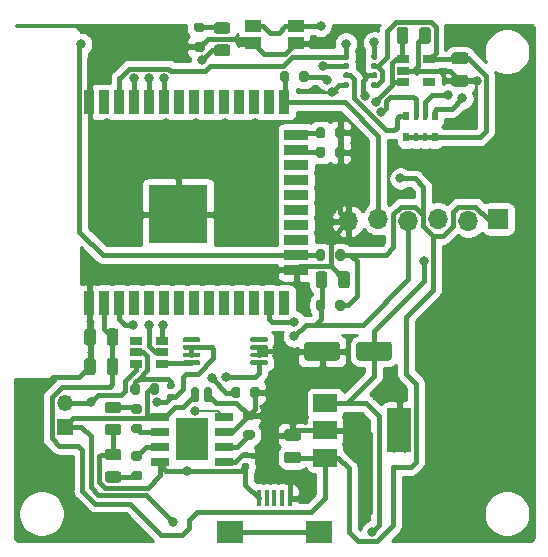
<source format=gbr>
%TF.GenerationSoftware,KiCad,Pcbnew,(5.1.10-1-10_14)*%
%TF.CreationDate,2021-06-21T19:24:18+01:00*%
%TF.ProjectId,IAQ_Project,4941515f-5072-46f6-9a65-63742e6b6963,rev?*%
%TF.SameCoordinates,Original*%
%TF.FileFunction,Copper,L1,Top*%
%TF.FilePolarity,Positive*%
%FSLAX46Y46*%
G04 Gerber Fmt 4.6, Leading zero omitted, Abs format (unit mm)*
G04 Created by KiCad (PCBNEW (5.1.10-1-10_14)) date 2021-06-21 19:24:18*
%MOMM*%
%LPD*%
G01*
G04 APERTURE LIST*
%TA.AperFunction,SMDPad,CuDef*%
%ADD10R,5.000000X5.000000*%
%TD*%
%TA.AperFunction,SMDPad,CuDef*%
%ADD11R,0.900000X2.000000*%
%TD*%
%TA.AperFunction,SMDPad,CuDef*%
%ADD12R,2.000000X0.900000*%
%TD*%
%TA.AperFunction,SMDPad,CuDef*%
%ADD13R,1.060000X0.650000*%
%TD*%
%TA.AperFunction,SMDPad,CuDef*%
%ADD14R,2.000000X3.800000*%
%TD*%
%TA.AperFunction,SMDPad,CuDef*%
%ADD15R,2.000000X1.500000*%
%TD*%
%TA.AperFunction,SMDPad,CuDef*%
%ADD16R,2.300000X1.900000*%
%TD*%
%TA.AperFunction,SMDPad,CuDef*%
%ADD17R,0.400000X1.400000*%
%TD*%
%TA.AperFunction,SMDPad,CuDef*%
%ADD18R,1.400000X1.050000*%
%TD*%
%TA.AperFunction,SMDPad,CuDef*%
%ADD19R,1.500000X0.650000*%
%TD*%
%TA.AperFunction,SMDPad,CuDef*%
%ADD20R,2.700000X3.600000*%
%TD*%
%TA.AperFunction,ComponentPad*%
%ADD21R,1.350000X1.350000*%
%TD*%
%TA.AperFunction,ComponentPad*%
%ADD22O,1.350000X1.350000*%
%TD*%
%TA.AperFunction,ComponentPad*%
%ADD23O,1.700000X1.700000*%
%TD*%
%TA.AperFunction,ComponentPad*%
%ADD24R,1.700000X1.700000*%
%TD*%
%TA.AperFunction,SMDPad,CuDef*%
%ADD25R,0.500000X0.800000*%
%TD*%
%TA.AperFunction,SMDPad,CuDef*%
%ADD26R,0.400000X0.800000*%
%TD*%
%TA.AperFunction,ViaPad*%
%ADD27C,0.800000*%
%TD*%
%TA.AperFunction,Conductor*%
%ADD28C,0.400000*%
%TD*%
%TA.AperFunction,Conductor*%
%ADD29C,0.200000*%
%TD*%
%TA.AperFunction,Conductor*%
%ADD30C,0.254000*%
%TD*%
%TA.AperFunction,Conductor*%
%ADD31C,0.100000*%
%TD*%
G04 APERTURE END LIST*
D10*
%TO.P,U3,39*%
%TO.N,GND*%
X58500000Y-92700000D03*
D11*
%TO.P,U3,1*%
X51000000Y-100200000D03*
%TO.P,U3,2*%
%TO.N,VDDA*%
X52270000Y-100200000D03*
%TO.P,U3,3*%
%TO.N,/ESP_EN*%
X53540000Y-100200000D03*
%TO.P,U3,4*%
%TO.N,Net-(U3-Pad4)*%
X54810000Y-100200000D03*
%TO.P,U3,5*%
%TO.N,Net-(U3-Pad5)*%
X56080000Y-100200000D03*
%TO.P,U3,6*%
%TO.N,Net-(U3-Pad6)*%
X57350000Y-100200000D03*
%TO.P,U3,7*%
%TO.N,Net-(U3-Pad7)*%
X58620000Y-100200000D03*
%TO.P,U3,8*%
%TO.N,Net-(U3-Pad8)*%
X59890000Y-100200000D03*
%TO.P,U3,9*%
%TO.N,Net-(U3-Pad9)*%
X61160000Y-100200000D03*
%TO.P,U3,10*%
%TO.N,Net-(U3-Pad10)*%
X62430000Y-100200000D03*
%TO.P,U3,11*%
%TO.N,Net-(U3-Pad11)*%
X63700000Y-100200000D03*
%TO.P,U3,12*%
%TO.N,Net-(U3-Pad12)*%
X64970000Y-100200000D03*
%TO.P,U3,13*%
%TO.N,/ESP_LED*%
X66240000Y-100200000D03*
%TO.P,U3,14*%
%TO.N,Net-(U3-Pad14)*%
X67510000Y-100200000D03*
D12*
%TO.P,U3,15*%
%TO.N,GND*%
X68510000Y-97415000D03*
%TO.P,U3,16*%
%TO.N,/ESP_SW*%
X68510000Y-96145000D03*
%TO.P,U3,17*%
%TO.N,Net-(U3-Pad17)*%
X68510000Y-94875000D03*
%TO.P,U3,18*%
%TO.N,Net-(U3-Pad18)*%
X68510000Y-93605000D03*
%TO.P,U3,19*%
%TO.N,Net-(U3-Pad19)*%
X68510000Y-92335000D03*
%TO.P,U3,20*%
%TO.N,Net-(U3-Pad20)*%
X68510000Y-91065000D03*
%TO.P,U3,21*%
%TO.N,Net-(U3-Pad21)*%
X68510000Y-89795000D03*
%TO.P,U3,22*%
%TO.N,Net-(U3-Pad22)*%
X68510000Y-88525000D03*
%TO.P,U3,23*%
%TO.N,/ESP_MTDO*%
X68510000Y-87255000D03*
%TO.P,U3,24*%
%TO.N,/ESP_I2*%
X68510000Y-85985000D03*
D11*
%TO.P,U3,25*%
%TO.N,/ESP_I0*%
X67510000Y-83200000D03*
%TO.P,U3,26*%
%TO.N,Net-(U3-Pad26)*%
X66240000Y-83200000D03*
%TO.P,U3,27*%
%TO.N,Net-(U3-Pad27)*%
X64970000Y-83200000D03*
%TO.P,U3,28*%
%TO.N,Net-(U3-Pad28)*%
X63700000Y-83200000D03*
%TO.P,U3,29*%
%TO.N,Net-(U3-Pad29)*%
X62430000Y-83200000D03*
%TO.P,U3,30*%
%TO.N,Net-(U3-Pad30)*%
X61160000Y-83200000D03*
%TO.P,U3,31*%
%TO.N,Net-(U3-Pad31)*%
X59890000Y-83200000D03*
%TO.P,U3,32*%
%TO.N,Net-(U3-Pad32)*%
X58620000Y-83200000D03*
%TO.P,U3,33*%
%TO.N,/SDI_3V*%
X57350000Y-83200000D03*
%TO.P,U3,34*%
%TO.N,/ESP_RX*%
X56080000Y-83200000D03*
%TO.P,U3,35*%
%TO.N,/ESP_TX*%
X54810000Y-83200000D03*
%TO.P,U3,36*%
%TO.N,/SCK_3V*%
X53540000Y-83200000D03*
%TO.P,U3,37*%
%TO.N,Net-(U3-Pad37)*%
X52270000Y-83200000D03*
%TO.P,U3,38*%
%TO.N,GND*%
X51000000Y-83200000D03*
%TD*%
%TO.P,U1,1*%
%TO.N,GND*%
%TA.AperFunction,SMDPad,CuDef*%
G36*
G01*
X72875000Y-82000000D02*
X72600000Y-82000000D01*
G75*
G02*
X72475000Y-81875000I0J125000D01*
G01*
X72475000Y-81625000D01*
G75*
G02*
X72600000Y-81500000I125000J0D01*
G01*
X72875000Y-81500000D01*
G75*
G02*
X73000000Y-81625000I0J-125000D01*
G01*
X73000000Y-81875000D01*
G75*
G02*
X72875000Y-82000000I-125000J0D01*
G01*
G37*
%TD.AperFunction*%
%TO.P,U1,2*%
%TO.N,Net-(RN1-Pad4)*%
%TA.AperFunction,SMDPad,CuDef*%
G36*
G01*
X72875000Y-81200000D02*
X72600000Y-81200000D01*
G75*
G02*
X72475000Y-81075000I0J125000D01*
G01*
X72475000Y-80825000D01*
G75*
G02*
X72600000Y-80700000I125000J0D01*
G01*
X72875000Y-80700000D01*
G75*
G02*
X73000000Y-80825000I0J-125000D01*
G01*
X73000000Y-81075000D01*
G75*
G02*
X72875000Y-81200000I-125000J0D01*
G01*
G37*
%TD.AperFunction*%
%TO.P,U1,3*%
%TO.N,/SDI_3V*%
%TA.AperFunction,SMDPad,CuDef*%
G36*
G01*
X72875000Y-80400000D02*
X72600000Y-80400000D01*
G75*
G02*
X72475000Y-80275000I0J125000D01*
G01*
X72475000Y-80025000D01*
G75*
G02*
X72600000Y-79900000I125000J0D01*
G01*
X72875000Y-79900000D01*
G75*
G02*
X73000000Y-80025000I0J-125000D01*
G01*
X73000000Y-80275000D01*
G75*
G02*
X72875000Y-80400000I-125000J0D01*
G01*
G37*
%TD.AperFunction*%
%TO.P,U1,4*%
%TO.N,/SCK_3V*%
%TA.AperFunction,SMDPad,CuDef*%
G36*
G01*
X72875000Y-79600000D02*
X72600000Y-79600000D01*
G75*
G02*
X72475000Y-79475000I0J125000D01*
G01*
X72475000Y-79225000D01*
G75*
G02*
X72600000Y-79100000I125000J0D01*
G01*
X72875000Y-79100000D01*
G75*
G02*
X73000000Y-79225000I0J-125000D01*
G01*
X73000000Y-79475000D01*
G75*
G02*
X72875000Y-79600000I-125000J0D01*
G01*
G37*
%TD.AperFunction*%
%TO.P,U1,5*%
%TO.N,/SDO_ADR*%
%TA.AperFunction,SMDPad,CuDef*%
G36*
G01*
X75250000Y-79600000D02*
X74975000Y-79600000D01*
G75*
G02*
X74850000Y-79475000I0J125000D01*
G01*
X74850000Y-79225000D01*
G75*
G02*
X74975000Y-79100000I125000J0D01*
G01*
X75250000Y-79100000D01*
G75*
G02*
X75375000Y-79225000I0J-125000D01*
G01*
X75375000Y-79475000D01*
G75*
G02*
X75250000Y-79600000I-125000J0D01*
G01*
G37*
%TD.AperFunction*%
%TO.P,U1,6*%
%TO.N,+3V3*%
%TA.AperFunction,SMDPad,CuDef*%
G36*
G01*
X75250000Y-80400000D02*
X74975000Y-80400000D01*
G75*
G02*
X74850000Y-80275000I0J125000D01*
G01*
X74850000Y-80025000D01*
G75*
G02*
X74975000Y-79900000I125000J0D01*
G01*
X75250000Y-79900000D01*
G75*
G02*
X75375000Y-80025000I0J-125000D01*
G01*
X75375000Y-80275000D01*
G75*
G02*
X75250000Y-80400000I-125000J0D01*
G01*
G37*
%TD.AperFunction*%
%TO.P,U1,7*%
%TO.N,GND*%
%TA.AperFunction,SMDPad,CuDef*%
G36*
G01*
X75250000Y-81200000D02*
X74975000Y-81200000D01*
G75*
G02*
X74850000Y-81075000I0J125000D01*
G01*
X74850000Y-80825000D01*
G75*
G02*
X74975000Y-80700000I125000J0D01*
G01*
X75250000Y-80700000D01*
G75*
G02*
X75375000Y-80825000I0J-125000D01*
G01*
X75375000Y-81075000D01*
G75*
G02*
X75250000Y-81200000I-125000J0D01*
G01*
G37*
%TD.AperFunction*%
%TO.P,U1,8*%
%TO.N,+3V3*%
%TA.AperFunction,SMDPad,CuDef*%
G36*
G01*
X75250000Y-82000000D02*
X74975000Y-82000000D01*
G75*
G02*
X74850000Y-81875000I0J125000D01*
G01*
X74850000Y-81625000D01*
G75*
G02*
X74975000Y-81500000I125000J0D01*
G01*
X75250000Y-81500000D01*
G75*
G02*
X75375000Y-81625000I0J-125000D01*
G01*
X75375000Y-81875000D01*
G75*
G02*
X75250000Y-82000000I-125000J0D01*
G01*
G37*
%TD.AperFunction*%
%TD*%
D13*
%TO.P,U2,1*%
%TO.N,VCC*%
X77550000Y-79600000D03*
%TO.P,U2,2*%
%TO.N,GND*%
X77550000Y-80550000D03*
%TO.P,U2,3*%
%TO.N,VCC*%
X77550000Y-81500000D03*
%TO.P,U2,4*%
%TO.N,Net-(U2-Pad4)*%
X79750000Y-81500000D03*
%TO.P,U2,5*%
%TO.N,+3V3*%
X79750000Y-79600000D03*
%TD*%
D14*
%TO.P,U4,4*%
%TO.N,GND*%
X77250000Y-111000000D03*
D15*
%TO.P,U4,2*%
X70950000Y-111000000D03*
%TO.P,U4,3*%
%TO.N,VDDA*%
X70950000Y-113300000D03*
%TO.P,U4,1*%
%TO.N,VCC*%
X70950000Y-108700000D03*
%TD*%
%TO.P,C3,1*%
%TO.N,VCC*%
%TA.AperFunction,SMDPad,CuDef*%
G36*
G01*
X76600000Y-103750000D02*
X76600000Y-104850000D01*
G75*
G02*
X76350000Y-105100000I-250000J0D01*
G01*
X73850000Y-105100000D01*
G75*
G02*
X73600000Y-104850000I0J250000D01*
G01*
X73600000Y-103750000D01*
G75*
G02*
X73850000Y-103500000I250000J0D01*
G01*
X76350000Y-103500000D01*
G75*
G02*
X76600000Y-103750000I0J-250000D01*
G01*
G37*
%TD.AperFunction*%
%TO.P,C3,2*%
%TO.N,GND*%
%TA.AperFunction,SMDPad,CuDef*%
G36*
G01*
X72200000Y-103750000D02*
X72200000Y-104850000D01*
G75*
G02*
X71950000Y-105100000I-250000J0D01*
G01*
X69450000Y-105100000D01*
G75*
G02*
X69200000Y-104850000I0J250000D01*
G01*
X69200000Y-103750000D01*
G75*
G02*
X69450000Y-103500000I250000J0D01*
G01*
X71950000Y-103500000D01*
G75*
G02*
X72200000Y-103750000I0J-250000D01*
G01*
G37*
%TD.AperFunction*%
%TD*%
%TO.P,C1,2*%
%TO.N,GND*%
%TA.AperFunction,SMDPad,CuDef*%
G36*
G01*
X78900000Y-78050000D02*
X78900000Y-77100000D01*
G75*
G02*
X79150000Y-76850000I250000J0D01*
G01*
X79650000Y-76850000D01*
G75*
G02*
X79900000Y-77100000I0J-250000D01*
G01*
X79900000Y-78050000D01*
G75*
G02*
X79650000Y-78300000I-250000J0D01*
G01*
X79150000Y-78300000D01*
G75*
G02*
X78900000Y-78050000I0J250000D01*
G01*
G37*
%TD.AperFunction*%
%TO.P,C1,1*%
%TO.N,VCC*%
%TA.AperFunction,SMDPad,CuDef*%
G36*
G01*
X77000000Y-78050000D02*
X77000000Y-77100000D01*
G75*
G02*
X77250000Y-76850000I250000J0D01*
G01*
X77750000Y-76850000D01*
G75*
G02*
X78000000Y-77100000I0J-250000D01*
G01*
X78000000Y-78050000D01*
G75*
G02*
X77750000Y-78300000I-250000J0D01*
G01*
X77250000Y-78300000D01*
G75*
G02*
X77000000Y-78050000I0J250000D01*
G01*
G37*
%TD.AperFunction*%
%TD*%
%TO.P,C2,1*%
%TO.N,+3V3*%
%TA.AperFunction,SMDPad,CuDef*%
G36*
G01*
X81875000Y-79000000D02*
X82825000Y-79000000D01*
G75*
G02*
X83075000Y-79250000I0J-250000D01*
G01*
X83075000Y-79750000D01*
G75*
G02*
X82825000Y-80000000I-250000J0D01*
G01*
X81875000Y-80000000D01*
G75*
G02*
X81625000Y-79750000I0J250000D01*
G01*
X81625000Y-79250000D01*
G75*
G02*
X81875000Y-79000000I250000J0D01*
G01*
G37*
%TD.AperFunction*%
%TO.P,C2,2*%
%TO.N,GND*%
%TA.AperFunction,SMDPad,CuDef*%
G36*
G01*
X81875000Y-80900000D02*
X82825000Y-80900000D01*
G75*
G02*
X83075000Y-81150000I0J-250000D01*
G01*
X83075000Y-81650000D01*
G75*
G02*
X82825000Y-81900000I-250000J0D01*
G01*
X81875000Y-81900000D01*
G75*
G02*
X81625000Y-81650000I0J250000D01*
G01*
X81625000Y-81150000D01*
G75*
G02*
X81875000Y-80900000I250000J0D01*
G01*
G37*
%TD.AperFunction*%
%TD*%
%TO.P,C4,1*%
%TO.N,VDDA*%
%TA.AperFunction,SMDPad,CuDef*%
G36*
G01*
X68675000Y-113800000D02*
X67725000Y-113800000D01*
G75*
G02*
X67475000Y-113550000I0J250000D01*
G01*
X67475000Y-113050000D01*
G75*
G02*
X67725000Y-112800000I250000J0D01*
G01*
X68675000Y-112800000D01*
G75*
G02*
X68925000Y-113050000I0J-250000D01*
G01*
X68925000Y-113550000D01*
G75*
G02*
X68675000Y-113800000I-250000J0D01*
G01*
G37*
%TD.AperFunction*%
%TO.P,C4,2*%
%TO.N,GND*%
%TA.AperFunction,SMDPad,CuDef*%
G36*
G01*
X68675000Y-111900000D02*
X67725000Y-111900000D01*
G75*
G02*
X67475000Y-111650000I0J250000D01*
G01*
X67475000Y-111150000D01*
G75*
G02*
X67725000Y-110900000I250000J0D01*
G01*
X68675000Y-110900000D01*
G75*
G02*
X68925000Y-111150000I0J-250000D01*
G01*
X68925000Y-111650000D01*
G75*
G02*
X68675000Y-111900000I-250000J0D01*
G01*
G37*
%TD.AperFunction*%
%TD*%
%TO.P,C5,1*%
%TO.N,GND*%
%TA.AperFunction,SMDPad,CuDef*%
G36*
G01*
X73050000Y-97775000D02*
X73050000Y-98725000D01*
G75*
G02*
X72800000Y-98975000I-250000J0D01*
G01*
X72300000Y-98975000D01*
G75*
G02*
X72050000Y-98725000I0J250000D01*
G01*
X72050000Y-97775000D01*
G75*
G02*
X72300000Y-97525000I250000J0D01*
G01*
X72800000Y-97525000D01*
G75*
G02*
X73050000Y-97775000I0J-250000D01*
G01*
G37*
%TD.AperFunction*%
%TO.P,C5,2*%
%TO.N,/ESP_EN*%
%TA.AperFunction,SMDPad,CuDef*%
G36*
G01*
X71150000Y-97775000D02*
X71150000Y-98725000D01*
G75*
G02*
X70900000Y-98975000I-250000J0D01*
G01*
X70400000Y-98975000D01*
G75*
G02*
X70150000Y-98725000I0J250000D01*
G01*
X70150000Y-97775000D01*
G75*
G02*
X70400000Y-97525000I250000J0D01*
G01*
X70900000Y-97525000D01*
G75*
G02*
X71150000Y-97775000I0J-250000D01*
G01*
G37*
%TD.AperFunction*%
%TD*%
%TO.P,C6,2*%
%TO.N,VDDA*%
%TA.AperFunction,SMDPad,CuDef*%
G36*
G01*
X52450000Y-106075000D02*
X52450000Y-105125000D01*
G75*
G02*
X52700000Y-104875000I250000J0D01*
G01*
X53200000Y-104875000D01*
G75*
G02*
X53450000Y-105125000I0J-250000D01*
G01*
X53450000Y-106075000D01*
G75*
G02*
X53200000Y-106325000I-250000J0D01*
G01*
X52700000Y-106325000D01*
G75*
G02*
X52450000Y-106075000I0J250000D01*
G01*
G37*
%TD.AperFunction*%
%TO.P,C6,1*%
%TO.N,GND*%
%TA.AperFunction,SMDPad,CuDef*%
G36*
G01*
X50550000Y-106075000D02*
X50550000Y-105125000D01*
G75*
G02*
X50800000Y-104875000I250000J0D01*
G01*
X51300000Y-104875000D01*
G75*
G02*
X51550000Y-105125000I0J-250000D01*
G01*
X51550000Y-106075000D01*
G75*
G02*
X51300000Y-106325000I-250000J0D01*
G01*
X50800000Y-106325000D01*
G75*
G02*
X50550000Y-106075000I0J250000D01*
G01*
G37*
%TD.AperFunction*%
%TD*%
%TO.P,C7,1*%
%TO.N,VDDA*%
%TA.AperFunction,SMDPad,CuDef*%
G36*
G01*
X53450000Y-102625000D02*
X53450000Y-103575000D01*
G75*
G02*
X53200000Y-103825000I-250000J0D01*
G01*
X52700000Y-103825000D01*
G75*
G02*
X52450000Y-103575000I0J250000D01*
G01*
X52450000Y-102625000D01*
G75*
G02*
X52700000Y-102375000I250000J0D01*
G01*
X53200000Y-102375000D01*
G75*
G02*
X53450000Y-102625000I0J-250000D01*
G01*
G37*
%TD.AperFunction*%
%TO.P,C7,2*%
%TO.N,GND*%
%TA.AperFunction,SMDPad,CuDef*%
G36*
G01*
X51550000Y-102625000D02*
X51550000Y-103575000D01*
G75*
G02*
X51300000Y-103825000I-250000J0D01*
G01*
X50800000Y-103825000D01*
G75*
G02*
X50550000Y-103575000I0J250000D01*
G01*
X50550000Y-102625000D01*
G75*
G02*
X50800000Y-102375000I250000J0D01*
G01*
X51300000Y-102375000D01*
G75*
G02*
X51550000Y-102625000I0J-250000D01*
G01*
G37*
%TD.AperFunction*%
%TD*%
%TO.P,C8,1*%
%TO.N,VBUS*%
%TA.AperFunction,SMDPad,CuDef*%
G36*
G01*
X64370000Y-114330000D02*
X64030000Y-114330000D01*
G75*
G02*
X63890000Y-114190000I0J140000D01*
G01*
X63890000Y-113910000D01*
G75*
G02*
X64030000Y-113770000I140000J0D01*
G01*
X64370000Y-113770000D01*
G75*
G02*
X64510000Y-113910000I0J-140000D01*
G01*
X64510000Y-114190000D01*
G75*
G02*
X64370000Y-114330000I-140000J0D01*
G01*
G37*
%TD.AperFunction*%
%TO.P,C8,2*%
%TO.N,GND*%
%TA.AperFunction,SMDPad,CuDef*%
G36*
G01*
X64370000Y-113370000D02*
X64030000Y-113370000D01*
G75*
G02*
X63890000Y-113230000I0J140000D01*
G01*
X63890000Y-112950000D01*
G75*
G02*
X64030000Y-112810000I140000J0D01*
G01*
X64370000Y-112810000D01*
G75*
G02*
X64510000Y-112950000I0J-140000D01*
G01*
X64510000Y-113230000D01*
G75*
G02*
X64370000Y-113370000I-140000J0D01*
G01*
G37*
%TD.AperFunction*%
%TD*%
%TO.P,C9,2*%
%TO.N,VBat-*%
%TA.AperFunction,SMDPad,CuDef*%
G36*
G01*
X57730000Y-107900000D02*
X58070000Y-107900000D01*
G75*
G02*
X58210000Y-108040000I0J-140000D01*
G01*
X58210000Y-108320000D01*
G75*
G02*
X58070000Y-108460000I-140000J0D01*
G01*
X57730000Y-108460000D01*
G75*
G02*
X57590000Y-108320000I0J140000D01*
G01*
X57590000Y-108040000D01*
G75*
G02*
X57730000Y-107900000I140000J0D01*
G01*
G37*
%TD.AperFunction*%
%TO.P,C9,1*%
%TO.N,Net-(C9-Pad1)*%
%TA.AperFunction,SMDPad,CuDef*%
G36*
G01*
X57730000Y-106940000D02*
X58070000Y-106940000D01*
G75*
G02*
X58210000Y-107080000I0J-140000D01*
G01*
X58210000Y-107360000D01*
G75*
G02*
X58070000Y-107500000I-140000J0D01*
G01*
X57730000Y-107500000D01*
G75*
G02*
X57590000Y-107360000I0J140000D01*
G01*
X57590000Y-107080000D01*
G75*
G02*
X57730000Y-106940000I140000J0D01*
G01*
G37*
%TD.AperFunction*%
%TD*%
%TO.P,C10,1*%
%TO.N,VCC*%
%TA.AperFunction,SMDPad,CuDef*%
G36*
G01*
X59630000Y-108475000D02*
X59630000Y-107525000D01*
G75*
G02*
X59795000Y-107360000I165000J0D01*
G01*
X60125000Y-107360000D01*
G75*
G02*
X60290000Y-107525000I0J-165000D01*
G01*
X60290000Y-108475000D01*
G75*
G02*
X60125000Y-108640000I-165000J0D01*
G01*
X59795000Y-108640000D01*
G75*
G02*
X59630000Y-108475000I0J165000D01*
G01*
G37*
%TD.AperFunction*%
%TO.P,C10,2*%
%TO.N,GND*%
%TA.AperFunction,SMDPad,CuDef*%
G36*
G01*
X60710000Y-108475000D02*
X60710000Y-107525000D01*
G75*
G02*
X60875000Y-107360000I165000J0D01*
G01*
X61205000Y-107360000D01*
G75*
G02*
X61370000Y-107525000I0J-165000D01*
G01*
X61370000Y-108475000D01*
G75*
G02*
X61205000Y-108640000I-165000J0D01*
G01*
X60875000Y-108640000D01*
G75*
G02*
X60710000Y-108475000I0J165000D01*
G01*
G37*
%TD.AperFunction*%
%TD*%
%TO.P,D1,1*%
%TO.N,Net-(D1-Pad1)*%
%TA.AperFunction,SMDPad,CuDef*%
G36*
G01*
X53456250Y-115425000D02*
X52543750Y-115425000D01*
G75*
G02*
X52300000Y-115181250I0J243750D01*
G01*
X52300000Y-114693750D01*
G75*
G02*
X52543750Y-114450000I243750J0D01*
G01*
X53456250Y-114450000D01*
G75*
G02*
X53700000Y-114693750I0J-243750D01*
G01*
X53700000Y-115181250D01*
G75*
G02*
X53456250Y-115425000I-243750J0D01*
G01*
G37*
%TD.AperFunction*%
%TO.P,D1,2*%
%TO.N,VBUS*%
%TA.AperFunction,SMDPad,CuDef*%
G36*
G01*
X53456250Y-113550000D02*
X52543750Y-113550000D01*
G75*
G02*
X52300000Y-113306250I0J243750D01*
G01*
X52300000Y-112818750D01*
G75*
G02*
X52543750Y-112575000I243750J0D01*
G01*
X53456250Y-112575000D01*
G75*
G02*
X53700000Y-112818750I0J-243750D01*
G01*
X53700000Y-113306250D01*
G75*
G02*
X53456250Y-113550000I-243750J0D01*
G01*
G37*
%TD.AperFunction*%
%TD*%
%TO.P,D2,2*%
%TO.N,VBUS*%
%TA.AperFunction,SMDPad,CuDef*%
G36*
G01*
X52543750Y-110450000D02*
X53456250Y-110450000D01*
G75*
G02*
X53700000Y-110693750I0J-243750D01*
G01*
X53700000Y-111181250D01*
G75*
G02*
X53456250Y-111425000I-243750J0D01*
G01*
X52543750Y-111425000D01*
G75*
G02*
X52300000Y-111181250I0J243750D01*
G01*
X52300000Y-110693750D01*
G75*
G02*
X52543750Y-110450000I243750J0D01*
G01*
G37*
%TD.AperFunction*%
%TO.P,D2,1*%
%TO.N,Net-(D2-Pad1)*%
%TA.AperFunction,SMDPad,CuDef*%
G36*
G01*
X52543750Y-108575000D02*
X53456250Y-108575000D01*
G75*
G02*
X53700000Y-108818750I0J-243750D01*
G01*
X53700000Y-109306250D01*
G75*
G02*
X53456250Y-109550000I-243750J0D01*
G01*
X52543750Y-109550000D01*
G75*
G02*
X52300000Y-109306250I0J243750D01*
G01*
X52300000Y-108818750D01*
G75*
G02*
X52543750Y-108575000I243750J0D01*
G01*
G37*
%TD.AperFunction*%
%TD*%
%TO.P,D3,1*%
%TO.N,Net-(D3-Pad1)*%
%TA.AperFunction,SMDPad,CuDef*%
G36*
G01*
X61773750Y-76455000D02*
X62686250Y-76455000D01*
G75*
G02*
X62930000Y-76698750I0J-243750D01*
G01*
X62930000Y-77186250D01*
G75*
G02*
X62686250Y-77430000I-243750J0D01*
G01*
X61773750Y-77430000D01*
G75*
G02*
X61530000Y-77186250I0J243750D01*
G01*
X61530000Y-76698750D01*
G75*
G02*
X61773750Y-76455000I243750J0D01*
G01*
G37*
%TD.AperFunction*%
%TO.P,D3,2*%
%TO.N,/ESP_LED*%
%TA.AperFunction,SMDPad,CuDef*%
G36*
G01*
X61773750Y-78330000D02*
X62686250Y-78330000D01*
G75*
G02*
X62930000Y-78573750I0J-243750D01*
G01*
X62930000Y-79061250D01*
G75*
G02*
X62686250Y-79305000I-243750J0D01*
G01*
X61773750Y-79305000D01*
G75*
G02*
X61530000Y-79061250I0J243750D01*
G01*
X61530000Y-78573750D01*
G75*
G02*
X61773750Y-78330000I243750J0D01*
G01*
G37*
%TD.AperFunction*%
%TD*%
D16*
%TO.P,J2,6*%
%TO.N,Net-(J2-Pad6)*%
X70400000Y-119600000D03*
D17*
%TO.P,J2,5*%
%TO.N,GND*%
X67950000Y-116750000D03*
D16*
%TO.P,J2,6*%
%TO.N,Net-(J2-Pad6)*%
X62900000Y-119600000D03*
D17*
%TO.P,J2,1*%
%TO.N,VBUS*%
X65350000Y-116750000D03*
%TO.P,J2,2*%
%TO.N,Net-(J2-Pad2)*%
X66000000Y-116750000D03*
%TO.P,J2,3*%
%TO.N,Net-(J2-Pad3)*%
X66650000Y-116750000D03*
%TO.P,J2,4*%
%TO.N,Net-(J2-Pad4)*%
X67300000Y-116750000D03*
%TD*%
%TO.P,R1,1*%
%TO.N,Net-(D1-Pad1)*%
%TA.AperFunction,SMDPad,CuDef*%
G36*
G01*
X55275000Y-115225000D02*
X54725000Y-115225000D01*
G75*
G02*
X54525000Y-115025000I0J200000D01*
G01*
X54525000Y-114625000D01*
G75*
G02*
X54725000Y-114425000I200000J0D01*
G01*
X55275000Y-114425000D01*
G75*
G02*
X55475000Y-114625000I0J-200000D01*
G01*
X55475000Y-115025000D01*
G75*
G02*
X55275000Y-115225000I-200000J0D01*
G01*
G37*
%TD.AperFunction*%
%TO.P,R1,2*%
%TO.N,Net-(R1-Pad2)*%
%TA.AperFunction,SMDPad,CuDef*%
G36*
G01*
X55275000Y-113575000D02*
X54725000Y-113575000D01*
G75*
G02*
X54525000Y-113375000I0J200000D01*
G01*
X54525000Y-112975000D01*
G75*
G02*
X54725000Y-112775000I200000J0D01*
G01*
X55275000Y-112775000D01*
G75*
G02*
X55475000Y-112975000I0J-200000D01*
G01*
X55475000Y-113375000D01*
G75*
G02*
X55275000Y-113575000I-200000J0D01*
G01*
G37*
%TD.AperFunction*%
%TD*%
%TO.P,R2,1*%
%TO.N,Net-(R2-Pad1)*%
%TA.AperFunction,SMDPad,CuDef*%
G36*
G01*
X62975000Y-108075000D02*
X62975000Y-107525000D01*
G75*
G02*
X63175000Y-107325000I200000J0D01*
G01*
X63575000Y-107325000D01*
G75*
G02*
X63775000Y-107525000I0J-200000D01*
G01*
X63775000Y-108075000D01*
G75*
G02*
X63575000Y-108275000I-200000J0D01*
G01*
X63175000Y-108275000D01*
G75*
G02*
X62975000Y-108075000I0J200000D01*
G01*
G37*
%TD.AperFunction*%
%TO.P,R2,2*%
%TO.N,GND*%
%TA.AperFunction,SMDPad,CuDef*%
G36*
G01*
X64625000Y-108075000D02*
X64625000Y-107525000D01*
G75*
G02*
X64825000Y-107325000I200000J0D01*
G01*
X65225000Y-107325000D01*
G75*
G02*
X65425000Y-107525000I0J-200000D01*
G01*
X65425000Y-108075000D01*
G75*
G02*
X65225000Y-108275000I-200000J0D01*
G01*
X64825000Y-108275000D01*
G75*
G02*
X64625000Y-108075000I0J200000D01*
G01*
G37*
%TD.AperFunction*%
%TD*%
%TO.P,R3,2*%
%TO.N,Net-(R3-Pad2)*%
%TA.AperFunction,SMDPad,CuDef*%
G36*
G01*
X54725000Y-110425000D02*
X55275000Y-110425000D01*
G75*
G02*
X55475000Y-110625000I0J-200000D01*
G01*
X55475000Y-111025000D01*
G75*
G02*
X55275000Y-111225000I-200000J0D01*
G01*
X54725000Y-111225000D01*
G75*
G02*
X54525000Y-111025000I0J200000D01*
G01*
X54525000Y-110625000D01*
G75*
G02*
X54725000Y-110425000I200000J0D01*
G01*
G37*
%TD.AperFunction*%
%TO.P,R3,1*%
%TO.N,Net-(D2-Pad1)*%
%TA.AperFunction,SMDPad,CuDef*%
G36*
G01*
X54725000Y-108775000D02*
X55275000Y-108775000D01*
G75*
G02*
X55475000Y-108975000I0J-200000D01*
G01*
X55475000Y-109375000D01*
G75*
G02*
X55275000Y-109575000I-200000J0D01*
G01*
X54725000Y-109575000D01*
G75*
G02*
X54525000Y-109375000I0J200000D01*
G01*
X54525000Y-108975000D01*
G75*
G02*
X54725000Y-108775000I200000J0D01*
G01*
G37*
%TD.AperFunction*%
%TD*%
%TO.P,R4,1*%
%TO.N,GND*%
%TA.AperFunction,SMDPad,CuDef*%
G36*
G01*
X64225000Y-109325000D02*
X64775000Y-109325000D01*
G75*
G02*
X64975000Y-109525000I0J-200000D01*
G01*
X64975000Y-109925000D01*
G75*
G02*
X64775000Y-110125000I-200000J0D01*
G01*
X64225000Y-110125000D01*
G75*
G02*
X64025000Y-109925000I0J200000D01*
G01*
X64025000Y-109525000D01*
G75*
G02*
X64225000Y-109325000I200000J0D01*
G01*
G37*
%TD.AperFunction*%
%TO.P,R4,2*%
%TO.N,Net-(R4-Pad2)*%
%TA.AperFunction,SMDPad,CuDef*%
G36*
G01*
X64225000Y-110975000D02*
X64775000Y-110975000D01*
G75*
G02*
X64975000Y-111175000I0J-200000D01*
G01*
X64975000Y-111575000D01*
G75*
G02*
X64775000Y-111775000I-200000J0D01*
G01*
X64225000Y-111775000D01*
G75*
G02*
X64025000Y-111575000I0J200000D01*
G01*
X64025000Y-111175000D01*
G75*
G02*
X64225000Y-110975000I200000J0D01*
G01*
G37*
%TD.AperFunction*%
%TD*%
%TO.P,R5,2*%
%TO.N,VDDA*%
%TA.AperFunction,SMDPad,CuDef*%
G36*
G01*
X71825000Y-100675000D02*
X71825000Y-100125000D01*
G75*
G02*
X72025000Y-99925000I200000J0D01*
G01*
X72425000Y-99925000D01*
G75*
G02*
X72625000Y-100125000I0J-200000D01*
G01*
X72625000Y-100675000D01*
G75*
G02*
X72425000Y-100875000I-200000J0D01*
G01*
X72025000Y-100875000D01*
G75*
G02*
X71825000Y-100675000I0J200000D01*
G01*
G37*
%TD.AperFunction*%
%TO.P,R5,1*%
%TO.N,/ESP_EN*%
%TA.AperFunction,SMDPad,CuDef*%
G36*
G01*
X70175000Y-100675000D02*
X70175000Y-100125000D01*
G75*
G02*
X70375000Y-99925000I200000J0D01*
G01*
X70775000Y-99925000D01*
G75*
G02*
X70975000Y-100125000I0J-200000D01*
G01*
X70975000Y-100675000D01*
G75*
G02*
X70775000Y-100875000I-200000J0D01*
G01*
X70375000Y-100875000D01*
G75*
G02*
X70175000Y-100675000I0J200000D01*
G01*
G37*
%TD.AperFunction*%
%TD*%
%TO.P,R6,1*%
%TO.N,/ESP_I0*%
%TA.AperFunction,SMDPad,CuDef*%
G36*
G01*
X67125000Y-81325000D02*
X67125000Y-80775000D01*
G75*
G02*
X67325000Y-80575000I200000J0D01*
G01*
X67725000Y-80575000D01*
G75*
G02*
X67925000Y-80775000I0J-200000D01*
G01*
X67925000Y-81325000D01*
G75*
G02*
X67725000Y-81525000I-200000J0D01*
G01*
X67325000Y-81525000D01*
G75*
G02*
X67125000Y-81325000I0J200000D01*
G01*
G37*
%TD.AperFunction*%
%TO.P,R6,2*%
%TO.N,VDDA*%
%TA.AperFunction,SMDPad,CuDef*%
G36*
G01*
X68775000Y-81325000D02*
X68775000Y-80775000D01*
G75*
G02*
X68975000Y-80575000I200000J0D01*
G01*
X69375000Y-80575000D01*
G75*
G02*
X69575000Y-80775000I0J-200000D01*
G01*
X69575000Y-81325000D01*
G75*
G02*
X69375000Y-81525000I-200000J0D01*
G01*
X68975000Y-81525000D01*
G75*
G02*
X68775000Y-81325000I0J200000D01*
G01*
G37*
%TD.AperFunction*%
%TD*%
%TO.P,R7,1*%
%TO.N,/ESP_MTDO*%
%TA.AperFunction,SMDPad,CuDef*%
G36*
G01*
X70175000Y-87725000D02*
X70175000Y-87175000D01*
G75*
G02*
X70375000Y-86975000I200000J0D01*
G01*
X70775000Y-86975000D01*
G75*
G02*
X70975000Y-87175000I0J-200000D01*
G01*
X70975000Y-87725000D01*
G75*
G02*
X70775000Y-87925000I-200000J0D01*
G01*
X70375000Y-87925000D01*
G75*
G02*
X70175000Y-87725000I0J200000D01*
G01*
G37*
%TD.AperFunction*%
%TO.P,R7,2*%
%TO.N,GND*%
%TA.AperFunction,SMDPad,CuDef*%
G36*
G01*
X71825000Y-87725000D02*
X71825000Y-87175000D01*
G75*
G02*
X72025000Y-86975000I200000J0D01*
G01*
X72425000Y-86975000D01*
G75*
G02*
X72625000Y-87175000I0J-200000D01*
G01*
X72625000Y-87725000D01*
G75*
G02*
X72425000Y-87925000I-200000J0D01*
G01*
X72025000Y-87925000D01*
G75*
G02*
X71825000Y-87725000I0J200000D01*
G01*
G37*
%TD.AperFunction*%
%TD*%
%TO.P,R8,2*%
%TO.N,GND*%
%TA.AperFunction,SMDPad,CuDef*%
G36*
G01*
X71825000Y-86075000D02*
X71825000Y-85525000D01*
G75*
G02*
X72025000Y-85325000I200000J0D01*
G01*
X72425000Y-85325000D01*
G75*
G02*
X72625000Y-85525000I0J-200000D01*
G01*
X72625000Y-86075000D01*
G75*
G02*
X72425000Y-86275000I-200000J0D01*
G01*
X72025000Y-86275000D01*
G75*
G02*
X71825000Y-86075000I0J200000D01*
G01*
G37*
%TD.AperFunction*%
%TO.P,R8,1*%
%TO.N,/ESP_I2*%
%TA.AperFunction,SMDPad,CuDef*%
G36*
G01*
X70175000Y-86075000D02*
X70175000Y-85525000D01*
G75*
G02*
X70375000Y-85325000I200000J0D01*
G01*
X70775000Y-85325000D01*
G75*
G02*
X70975000Y-85525000I0J-200000D01*
G01*
X70975000Y-86075000D01*
G75*
G02*
X70775000Y-86275000I-200000J0D01*
G01*
X70375000Y-86275000D01*
G75*
G02*
X70175000Y-86075000I0J200000D01*
G01*
G37*
%TD.AperFunction*%
%TD*%
%TO.P,R9,2*%
%TO.N,VCC*%
%TA.AperFunction,SMDPad,CuDef*%
G36*
G01*
X56125000Y-107775000D02*
X56125000Y-107225000D01*
G75*
G02*
X56325000Y-107025000I200000J0D01*
G01*
X56725000Y-107025000D01*
G75*
G02*
X56925000Y-107225000I0J-200000D01*
G01*
X56925000Y-107775000D01*
G75*
G02*
X56725000Y-107975000I-200000J0D01*
G01*
X56325000Y-107975000D01*
G75*
G02*
X56125000Y-107775000I0J200000D01*
G01*
G37*
%TD.AperFunction*%
%TO.P,R9,1*%
%TO.N,Net-(C9-Pad1)*%
%TA.AperFunction,SMDPad,CuDef*%
G36*
G01*
X54475000Y-107775000D02*
X54475000Y-107225000D01*
G75*
G02*
X54675000Y-107025000I200000J0D01*
G01*
X55075000Y-107025000D01*
G75*
G02*
X55275000Y-107225000I0J-200000D01*
G01*
X55275000Y-107775000D01*
G75*
G02*
X55075000Y-107975000I-200000J0D01*
G01*
X54675000Y-107975000D01*
G75*
G02*
X54475000Y-107775000I0J200000D01*
G01*
G37*
%TD.AperFunction*%
%TD*%
%TO.P,R10,2*%
%TO.N,Net-(D3-Pad1)*%
%TA.AperFunction,SMDPad,CuDef*%
G36*
G01*
X60575000Y-77275000D02*
X60025000Y-77275000D01*
G75*
G02*
X59825000Y-77075000I0J200000D01*
G01*
X59825000Y-76675000D01*
G75*
G02*
X60025000Y-76475000I200000J0D01*
G01*
X60575000Y-76475000D01*
G75*
G02*
X60775000Y-76675000I0J-200000D01*
G01*
X60775000Y-77075000D01*
G75*
G02*
X60575000Y-77275000I-200000J0D01*
G01*
G37*
%TD.AperFunction*%
%TO.P,R10,1*%
%TO.N,GND*%
%TA.AperFunction,SMDPad,CuDef*%
G36*
G01*
X60575000Y-78925000D02*
X60025000Y-78925000D01*
G75*
G02*
X59825000Y-78725000I0J200000D01*
G01*
X59825000Y-78325000D01*
G75*
G02*
X60025000Y-78125000I200000J0D01*
G01*
X60575000Y-78125000D01*
G75*
G02*
X60775000Y-78325000I0J-200000D01*
G01*
X60775000Y-78725000D01*
G75*
G02*
X60575000Y-78925000I-200000J0D01*
G01*
G37*
%TD.AperFunction*%
%TD*%
%TO.P,R11,1*%
%TO.N,/ESP_SW*%
%TA.AperFunction,SMDPad,CuDef*%
G36*
G01*
X70175000Y-96425000D02*
X70175000Y-95875000D01*
G75*
G02*
X70375000Y-95675000I200000J0D01*
G01*
X70775000Y-95675000D01*
G75*
G02*
X70975000Y-95875000I0J-200000D01*
G01*
X70975000Y-96425000D01*
G75*
G02*
X70775000Y-96625000I-200000J0D01*
G01*
X70375000Y-96625000D01*
G75*
G02*
X70175000Y-96425000I0J200000D01*
G01*
G37*
%TD.AperFunction*%
%TO.P,R11,2*%
%TO.N,VDDA*%
%TA.AperFunction,SMDPad,CuDef*%
G36*
G01*
X71825000Y-96425000D02*
X71825000Y-95875000D01*
G75*
G02*
X72025000Y-95675000I200000J0D01*
G01*
X72425000Y-95675000D01*
G75*
G02*
X72625000Y-95875000I0J-200000D01*
G01*
X72625000Y-96425000D01*
G75*
G02*
X72425000Y-96625000I-200000J0D01*
G01*
X72025000Y-96625000D01*
G75*
G02*
X71825000Y-96425000I0J200000D01*
G01*
G37*
%TD.AperFunction*%
%TD*%
D18*
%TO.P,SW1,1*%
%TO.N,GND*%
X64850000Y-78220000D03*
X68450000Y-78220000D03*
%TO.P,SW1,2*%
%TO.N,/ESP_SW*%
X64850000Y-76780000D03*
X68450000Y-76780000D03*
%TD*%
D13*
%TO.P,U5,1*%
%TO.N,Net-(U5-Pad1)*%
X57140000Y-105350000D03*
%TO.P,U5,2*%
%TO.N,Net-(R2-Pad1)*%
X57140000Y-104400000D03*
%TO.P,U5,3*%
%TO.N,Net-(U5-Pad3)*%
X57140000Y-103450000D03*
%TO.P,U5,4*%
%TO.N,Net-(U5-Pad4)*%
X54940000Y-103450000D03*
%TO.P,U5,6*%
%TO.N,VBat-*%
X54940000Y-105350000D03*
%TO.P,U5,5*%
%TO.N,Net-(C9-Pad1)*%
X54940000Y-104400000D03*
%TD*%
D19*
%TO.P,U6,1*%
%TO.N,GND*%
X62390000Y-113665000D03*
%TO.P,U6,2*%
%TO.N,Net-(R4-Pad2)*%
X62390000Y-112395000D03*
%TO.P,U6,3*%
%TO.N,GND*%
X62390000Y-111125000D03*
%TO.P,U6,4*%
%TO.N,VBUS*%
X62390000Y-109855000D03*
%TO.P,U6,5*%
%TO.N,VCC*%
X56990000Y-109855000D03*
%TO.P,U6,6*%
%TO.N,Net-(R3-Pad2)*%
X56990000Y-111125000D03*
%TO.P,U6,7*%
%TO.N,Net-(R1-Pad2)*%
X56990000Y-112395000D03*
%TO.P,U6,8*%
%TO.N,VBUS*%
X56990000Y-113665000D03*
D20*
%TO.P,U6,9*%
%TO.N,GND*%
X59690000Y-111760000D03*
%TD*%
%TO.P,U7,1*%
%TO.N,Net-(U7-Pad1)*%
%TA.AperFunction,SMDPad,CuDef*%
G36*
G01*
X58900000Y-103425000D02*
X58900000Y-103225000D01*
G75*
G02*
X59000000Y-103125000I100000J0D01*
G01*
X60275000Y-103125000D01*
G75*
G02*
X60375000Y-103225000I0J-100000D01*
G01*
X60375000Y-103425000D01*
G75*
G02*
X60275000Y-103525000I-100000J0D01*
G01*
X59000000Y-103525000D01*
G75*
G02*
X58900000Y-103425000I0J100000D01*
G01*
G37*
%TD.AperFunction*%
%TO.P,U7,2*%
%TO.N,VBat-*%
%TA.AperFunction,SMDPad,CuDef*%
G36*
G01*
X58900000Y-104075000D02*
X58900000Y-103875000D01*
G75*
G02*
X59000000Y-103775000I100000J0D01*
G01*
X60275000Y-103775000D01*
G75*
G02*
X60375000Y-103875000I0J-100000D01*
G01*
X60375000Y-104075000D01*
G75*
G02*
X60275000Y-104175000I-100000J0D01*
G01*
X59000000Y-104175000D01*
G75*
G02*
X58900000Y-104075000I0J100000D01*
G01*
G37*
%TD.AperFunction*%
%TO.P,U7,3*%
%TA.AperFunction,SMDPad,CuDef*%
G36*
G01*
X58900000Y-104725000D02*
X58900000Y-104525000D01*
G75*
G02*
X59000000Y-104425000I100000J0D01*
G01*
X60275000Y-104425000D01*
G75*
G02*
X60375000Y-104525000I0J-100000D01*
G01*
X60375000Y-104725000D01*
G75*
G02*
X60275000Y-104825000I-100000J0D01*
G01*
X59000000Y-104825000D01*
G75*
G02*
X58900000Y-104725000I0J100000D01*
G01*
G37*
%TD.AperFunction*%
%TO.P,U7,4*%
%TO.N,Net-(U5-Pad1)*%
%TA.AperFunction,SMDPad,CuDef*%
G36*
G01*
X58900000Y-105375000D02*
X58900000Y-105175000D01*
G75*
G02*
X59000000Y-105075000I100000J0D01*
G01*
X60275000Y-105075000D01*
G75*
G02*
X60375000Y-105175000I0J-100000D01*
G01*
X60375000Y-105375000D01*
G75*
G02*
X60275000Y-105475000I-100000J0D01*
G01*
X59000000Y-105475000D01*
G75*
G02*
X58900000Y-105375000I0J100000D01*
G01*
G37*
%TD.AperFunction*%
%TO.P,U7,5*%
%TO.N,Net-(U5-Pad3)*%
%TA.AperFunction,SMDPad,CuDef*%
G36*
G01*
X64625000Y-105375000D02*
X64625000Y-105175000D01*
G75*
G02*
X64725000Y-105075000I100000J0D01*
G01*
X66000000Y-105075000D01*
G75*
G02*
X66100000Y-105175000I0J-100000D01*
G01*
X66100000Y-105375000D01*
G75*
G02*
X66000000Y-105475000I-100000J0D01*
G01*
X64725000Y-105475000D01*
G75*
G02*
X64625000Y-105375000I0J100000D01*
G01*
G37*
%TD.AperFunction*%
%TO.P,U7,6*%
%TO.N,GND*%
%TA.AperFunction,SMDPad,CuDef*%
G36*
G01*
X64625000Y-104725000D02*
X64625000Y-104525000D01*
G75*
G02*
X64725000Y-104425000I100000J0D01*
G01*
X66000000Y-104425000D01*
G75*
G02*
X66100000Y-104525000I0J-100000D01*
G01*
X66100000Y-104725000D01*
G75*
G02*
X66000000Y-104825000I-100000J0D01*
G01*
X64725000Y-104825000D01*
G75*
G02*
X64625000Y-104725000I0J100000D01*
G01*
G37*
%TD.AperFunction*%
%TO.P,U7,7*%
%TA.AperFunction,SMDPad,CuDef*%
G36*
G01*
X64625000Y-104075000D02*
X64625000Y-103875000D01*
G75*
G02*
X64725000Y-103775000I100000J0D01*
G01*
X66000000Y-103775000D01*
G75*
G02*
X66100000Y-103875000I0J-100000D01*
G01*
X66100000Y-104075000D01*
G75*
G02*
X66000000Y-104175000I-100000J0D01*
G01*
X64725000Y-104175000D01*
G75*
G02*
X64625000Y-104075000I0J100000D01*
G01*
G37*
%TD.AperFunction*%
%TO.P,U7,8*%
%TO.N,Net-(U7-Pad8)*%
%TA.AperFunction,SMDPad,CuDef*%
G36*
G01*
X64625000Y-103425000D02*
X64625000Y-103225000D01*
G75*
G02*
X64725000Y-103125000I100000J0D01*
G01*
X66000000Y-103125000D01*
G75*
G02*
X66100000Y-103225000I0J-100000D01*
G01*
X66100000Y-103425000D01*
G75*
G02*
X66000000Y-103525000I-100000J0D01*
G01*
X64725000Y-103525000D01*
G75*
G02*
X64625000Y-103425000I0J100000D01*
G01*
G37*
%TD.AperFunction*%
%TD*%
D21*
%TO.P,J3,1*%
%TO.N,VCC*%
X48900000Y-110700000D03*
D22*
%TO.P,J3,2*%
%TO.N,VBat-*%
X48900000Y-108700000D03*
%TD*%
D23*
%TO.P,J1,3*%
%TO.N,/ESP_TX*%
X80525000Y-93100000D03*
%TO.P,J1,2*%
%TO.N,/ESP_RX*%
X83065000Y-93300000D03*
%TO.P,J1,6*%
%TO.N,GND*%
X72905000Y-93300000D03*
%TO.P,J1,5*%
%TO.N,/ESP_I0*%
X75445000Y-93100000D03*
%TO.P,J1,4*%
%TO.N,/ESP_EN*%
X77985000Y-93300000D03*
D24*
%TO.P,J1,1*%
%TO.N,VDDA*%
X85605000Y-93100000D03*
%TD*%
D25*
%TO.P,RN1,1*%
%TO.N,/SDO_ADR*%
X80225000Y-84400000D03*
D26*
%TO.P,RN1,3*%
%TO.N,/SDI_3V*%
X78625000Y-84400000D03*
%TO.P,RN1,2*%
%TO.N,/SCK_3V*%
X79425000Y-84400000D03*
D25*
%TO.P,RN1,4*%
%TO.N,Net-(RN1-Pad4)*%
X77825000Y-84400000D03*
D26*
%TO.P,RN1,7*%
%TO.N,+3V3*%
X79425000Y-86200000D03*
D25*
%TO.P,RN1,8*%
X80225000Y-86200000D03*
D26*
%TO.P,RN1,6*%
X78625000Y-86200000D03*
D25*
%TO.P,RN1,5*%
X77825000Y-86200000D03*
%TD*%
D27*
%TO.N,GND*%
X59650000Y-110400000D03*
X59650000Y-111300000D03*
X59650000Y-112200000D03*
X59650000Y-113100000D03*
X60500000Y-113100000D03*
X60500000Y-112200000D03*
X60500000Y-111300000D03*
X60500000Y-110400000D03*
X58800000Y-110400000D03*
X58800000Y-111300000D03*
X58800000Y-112200000D03*
X58800000Y-113100000D03*
X77750000Y-110500000D03*
X77750000Y-111500000D03*
X77750000Y-112500000D03*
X76750000Y-112500000D03*
X76750000Y-111500000D03*
X76750000Y-110500000D03*
X77750000Y-109500000D03*
X76750000Y-109500000D03*
X46300000Y-114300000D03*
X74450000Y-118200000D03*
X83800000Y-81400000D03*
X71500000Y-82350000D03*
X74364814Y-82733442D03*
X82500000Y-97500000D03*
X85000000Y-97500000D03*
X87500000Y-97500000D03*
X87500000Y-100000000D03*
X85000000Y-100000000D03*
X82500000Y-100000000D03*
X87500000Y-102500000D03*
X85000000Y-102500000D03*
X82500000Y-102500000D03*
X82500000Y-105000000D03*
X85000000Y-105000000D03*
X87500000Y-105000000D03*
X87500000Y-107500000D03*
X87500000Y-110000000D03*
X87500000Y-112500000D03*
X87500000Y-114700000D03*
X85000000Y-114700000D03*
X82500000Y-115000000D03*
X82500000Y-112500000D03*
X82500000Y-110000000D03*
X82500000Y-107500000D03*
X85000000Y-107500000D03*
X85000000Y-110000000D03*
X85000000Y-112500000D03*
X82500000Y-117500000D03*
X82500000Y-120000000D03*
X80000000Y-120000000D03*
X80000000Y-117500000D03*
X80000000Y-115000000D03*
X80000000Y-112500000D03*
X80000000Y-110000000D03*
X80000000Y-107500000D03*
X80000000Y-105000000D03*
X80000000Y-105000000D03*
X80000000Y-102500000D03*
X77500000Y-120000000D03*
X87500000Y-87500000D03*
X85000000Y-87500000D03*
X87500000Y-85000000D03*
X87500000Y-82500000D03*
X52500000Y-85000000D03*
X52500000Y-87500000D03*
X52500000Y-90000000D03*
X52500000Y-92500000D03*
X55000000Y-90000000D03*
X55000000Y-92500000D03*
X62500000Y-85000000D03*
X65000000Y-85000000D03*
X65000000Y-87500000D03*
X62500000Y-87500000D03*
X57500000Y-85000000D03*
X60000000Y-85000000D03*
X60000000Y-87500000D03*
X55000000Y-95000000D03*
X52500000Y-95000000D03*
X62500000Y-95000000D03*
X65000000Y-95000000D03*
%TO.N,VCC*%
X58100000Y-118800000D03*
X74950000Y-119600000D03*
X75249503Y-83199624D03*
X79300000Y-96650000D03*
%TO.N,/SDO_ADR*%
X82575000Y-82900000D03*
X75100000Y-78150000D03*
%TO.N,/SDI_3V*%
X57325000Y-81200000D03*
X70750000Y-80150000D03*
X75715686Y-84084314D03*
%TO.N,/SCK_3V*%
X81325000Y-82625000D03*
X72725000Y-78250000D03*
%TO.N,VDDA*%
X71100000Y-81300000D03*
X77325000Y-89675000D03*
%TO.N,/ESP_RX*%
X56075000Y-81175000D03*
%TO.N,/ESP_TX*%
X54775000Y-81175000D03*
%TO.N,/ESP_EN*%
X54700000Y-102100000D03*
X68325000Y-103050000D03*
%TO.N,VBUS*%
X59919524Y-109359998D03*
X59300000Y-114400000D03*
%TO.N,VBat-*%
X56700000Y-108600000D03*
X51100000Y-108600000D03*
%TO.N,/ESP_LED*%
X68325000Y-101825000D03*
X60550000Y-79650000D03*
%TO.N,Net-(R2-Pad1)*%
X61400000Y-106600000D03*
X56000000Y-102100000D03*
%TO.N,/ESP_SW*%
X70575000Y-76750000D03*
X50300000Y-78300000D03*
%TO.N,Net-(U5-Pad3)*%
X57200000Y-102100000D03*
X62600000Y-106500000D03*
%TD*%
D28*
%TO.N,GND*%
X51050000Y-103100000D02*
X51050000Y-105600000D01*
X63890000Y-113090000D02*
X64200000Y-113090000D01*
X63315000Y-113665000D02*
X63890000Y-113090000D01*
X62390000Y-113665000D02*
X63315000Y-113665000D01*
X63100000Y-111125000D02*
X64500000Y-109725000D01*
X62390000Y-111125000D02*
X63100000Y-111125000D01*
X51000000Y-103050000D02*
X51050000Y-103100000D01*
X51000000Y-100200000D02*
X51000000Y-103050000D01*
X63450010Y-108675010D02*
X64500000Y-109725000D01*
X61715010Y-108675010D02*
X63450010Y-108675010D01*
X61040000Y-108000000D02*
X61715010Y-108675010D01*
X65025000Y-109200000D02*
X64500000Y-109725000D01*
X65025000Y-107800000D02*
X65025000Y-109200000D01*
X68600000Y-111000000D02*
X68200000Y-111400000D01*
X70950000Y-111000000D02*
X68600000Y-111000000D01*
X67950000Y-116750000D02*
X67950000Y-115350000D01*
X67950000Y-115350000D02*
X67400000Y-114800000D01*
X67400000Y-114800000D02*
X66100000Y-114800000D01*
X66100000Y-114800000D02*
X65400000Y-114100000D01*
X65400000Y-114100000D02*
X65400000Y-113400000D01*
X65090000Y-113090000D02*
X64200000Y-113090000D01*
X65400000Y-113400000D02*
X65090000Y-113090000D01*
X68200000Y-111400000D02*
X65890000Y-111400000D01*
X70950000Y-111000000D02*
X72500000Y-111000000D01*
X46300000Y-115800000D02*
X46300000Y-108100000D01*
X46300000Y-108100000D02*
X47900000Y-106500000D01*
X50150000Y-106500000D02*
X51050000Y-105600000D01*
X47900000Y-106500000D02*
X50150000Y-106500000D01*
X65425000Y-104300000D02*
X65362500Y-104237500D01*
X70700000Y-104300000D02*
X65425000Y-104300000D01*
X65362500Y-104237500D02*
X65362500Y-104625000D01*
X65362500Y-103975000D02*
X65362500Y-104237500D01*
X60300000Y-78525000D02*
X52075000Y-78525000D01*
X51000000Y-79600000D02*
X51000000Y-83200000D01*
X52075000Y-78525000D02*
X51000000Y-79600000D01*
X65780001Y-79150001D02*
X64850000Y-78220000D01*
X67519999Y-79150001D02*
X65780001Y-79150001D01*
X68450000Y-78220000D02*
X67519999Y-79150001D01*
X64460010Y-77830010D02*
X64850000Y-78220000D01*
X60994990Y-77830010D02*
X64460010Y-77830010D01*
X60300000Y-78525000D02*
X60994990Y-77830010D01*
X68800010Y-97124990D02*
X68510000Y-97415000D01*
X71424990Y-97124990D02*
X68800010Y-97124990D01*
X72550000Y-98250000D02*
X71424990Y-97124990D01*
X72500000Y-111000000D02*
X74400000Y-111000000D01*
X74400000Y-111000000D02*
X74750000Y-111350000D01*
X74750000Y-117900000D02*
X74450000Y-118200000D01*
X74750000Y-111350000D02*
X74750000Y-117900000D01*
X72225000Y-85800000D02*
X72225000Y-87450000D01*
X72225000Y-92620000D02*
X72905000Y-93300000D01*
X72225000Y-87450000D02*
X72225000Y-92620000D01*
X71424990Y-94780010D02*
X71424990Y-97124990D01*
X72905000Y-93300000D02*
X71424990Y-94780010D01*
X82350000Y-81400000D02*
X81500000Y-80550000D01*
X78819999Y-80155001D02*
X78425000Y-80550000D01*
X78819999Y-78155001D02*
X78819999Y-80155001D01*
X79400000Y-77575000D02*
X78819999Y-78155001D01*
X78425000Y-80550000D02*
X77550000Y-80550000D01*
X81500000Y-80550000D02*
X78425000Y-80550000D01*
X82350000Y-81400000D02*
X83800000Y-81400000D01*
X75112500Y-80950000D02*
X74625000Y-80950000D01*
X74625000Y-80950000D02*
X74175000Y-81400000D01*
X74175000Y-81400000D02*
X74175000Y-82500000D01*
X72100000Y-81750000D02*
X71500000Y-82350000D01*
X72737500Y-81750000D02*
X72100000Y-81750000D01*
X74175000Y-82543628D02*
X74364814Y-82733442D01*
X74175000Y-82500000D02*
X74175000Y-82543628D01*
%TO.N,VCC*%
X56869990Y-109975010D02*
X56990000Y-109855000D01*
X48900000Y-110700000D02*
X49624990Y-109975010D01*
X56525000Y-107500000D02*
X56100000Y-107500000D01*
X55875010Y-109575010D02*
X56275010Y-109975010D01*
X56100000Y-107500000D02*
X55875010Y-107724990D01*
X55875010Y-107724990D02*
X55875010Y-109575010D01*
X56275010Y-109975010D02*
X56869990Y-109975010D01*
X49624990Y-109975010D02*
X56275010Y-109975010D01*
X57415000Y-109855000D02*
X58270000Y-109000000D01*
X56990000Y-109855000D02*
X57415000Y-109855000D01*
X58960000Y-109000000D02*
X59960000Y-108000000D01*
X58270000Y-109000000D02*
X58960000Y-109000000D01*
X70950000Y-108700000D02*
X72800000Y-108700000D01*
X75100000Y-106400000D02*
X75100000Y-104300000D01*
X72800000Y-108700000D02*
X75100000Y-106400000D01*
X70950000Y-108700000D02*
X74400000Y-108700000D01*
X74400000Y-108700000D02*
X75525000Y-109825000D01*
X75525000Y-119025000D02*
X74950000Y-119600000D01*
X75525000Y-109825000D02*
X75525000Y-119025000D01*
X77500000Y-79550000D02*
X77550000Y-79600000D01*
X77500000Y-77575000D02*
X77500000Y-79550000D01*
X76924998Y-79600000D02*
X77550000Y-79600000D01*
X76619999Y-79904999D02*
X76924998Y-79600000D01*
X76800000Y-81500000D02*
X76619999Y-81319999D01*
X77550000Y-81500000D02*
X76800000Y-81500000D01*
X76619999Y-81319999D02*
X76619999Y-79904999D01*
X76619999Y-81319999D02*
X76619999Y-81353543D01*
X76619999Y-81353543D02*
X76619999Y-81736457D01*
X75249503Y-83106953D02*
X75249503Y-83199624D01*
X76619999Y-81736457D02*
X75249503Y-83106953D01*
X79300000Y-96650000D02*
X79300000Y-98375000D01*
X75100000Y-102575000D02*
X75100000Y-104300000D01*
X79300000Y-98375000D02*
X75100000Y-102575000D01*
X51100000Y-111500000D02*
X50300000Y-110700000D01*
X50300000Y-110700000D02*
X48900000Y-110700000D01*
X51100000Y-115800000D02*
X51100000Y-111500000D01*
X55747926Y-116447926D02*
X51747926Y-116447926D01*
X51747926Y-116447926D02*
X51100000Y-115800000D01*
X58100000Y-118800000D02*
X55747926Y-116447926D01*
%TO.N,+3V3*%
X82250000Y-79600000D02*
X82350000Y-79500000D01*
X79750000Y-79600000D02*
X82250000Y-79600000D01*
X75424998Y-80150000D02*
X76225000Y-79349998D01*
X75112500Y-80150000D02*
X75424998Y-80150000D01*
X79919246Y-76449990D02*
X80300010Y-76830754D01*
X76225000Y-77205744D02*
X76980754Y-76449990D01*
X80300010Y-79049990D02*
X79750000Y-79600000D01*
X80300010Y-76830754D02*
X80300010Y-79049990D01*
X76980754Y-76449990D02*
X79919246Y-76449990D01*
X76225000Y-79349998D02*
X76225000Y-77205744D01*
X75375000Y-81750000D02*
X75112500Y-81750000D01*
X75775010Y-81349990D02*
X75375000Y-81750000D01*
X75375000Y-80150000D02*
X75775010Y-80550010D01*
X75775010Y-80550010D02*
X75775010Y-81349990D01*
X75112500Y-80150000D02*
X75375000Y-80150000D01*
X83084002Y-79500000D02*
X84600001Y-81015999D01*
X82350000Y-79500000D02*
X83084002Y-79500000D01*
X84600001Y-81015999D02*
X84600001Y-85649999D01*
X84050000Y-86200000D02*
X80225000Y-86200000D01*
X84600001Y-85649999D02*
X84050000Y-86200000D01*
X80225000Y-86200000D02*
X79425000Y-86200000D01*
X79425000Y-86200000D02*
X78625000Y-86200000D01*
X78625000Y-86200000D02*
X77825000Y-86200000D01*
%TO.N,/SDO_ADR*%
X75100000Y-79337500D02*
X75112500Y-79350000D01*
X75100000Y-78150000D02*
X75100000Y-79337500D01*
X80225000Y-83925000D02*
X80225000Y-84400000D01*
X80350000Y-83800000D02*
X80225000Y-83925000D01*
X81675000Y-83800000D02*
X80350000Y-83800000D01*
X82575000Y-82900000D02*
X81675000Y-83800000D01*
%TO.N,/SDI_3V*%
X57350000Y-81225000D02*
X57325000Y-81200000D01*
X57350000Y-83200000D02*
X57350000Y-81225000D01*
X70750000Y-80150000D02*
X72737500Y-80150000D01*
X78625000Y-82975000D02*
X78625000Y-84400000D01*
X75715686Y-84084314D02*
X76075000Y-83725000D01*
X76075000Y-83129998D02*
X76454998Y-82750000D01*
X78400000Y-82750000D02*
X78625000Y-82975000D01*
X76454998Y-82750000D02*
X78400000Y-82750000D01*
X76075000Y-83725000D02*
X76075000Y-83129998D01*
%TO.N,/SCK_3V*%
X53540000Y-81185000D02*
X53550000Y-81175000D01*
X53540000Y-83200000D02*
X53540000Y-81185000D01*
X54350001Y-80374999D02*
X53550000Y-81175000D01*
X57684001Y-80374999D02*
X54350001Y-80374999D01*
X57909002Y-80600000D02*
X57684001Y-80374999D01*
X60784002Y-80600000D02*
X57909002Y-80600000D01*
X67350010Y-80174990D02*
X61209012Y-80174990D01*
X61209012Y-80174990D02*
X60784002Y-80600000D01*
X68175000Y-79350000D02*
X67350010Y-80174990D01*
X72737500Y-79350000D02*
X68175000Y-79350000D01*
X72725000Y-79337500D02*
X72737500Y-79350000D01*
X72725000Y-78250000D02*
X72725000Y-79337500D01*
X79425000Y-83175000D02*
X79425000Y-84400000D01*
X79975000Y-82625000D02*
X79425000Y-83175000D01*
X81325000Y-82625000D02*
X79975000Y-82625000D01*
%TO.N,VDDA*%
X52950000Y-103100000D02*
X52950000Y-105600000D01*
X52270000Y-102420000D02*
X52270000Y-100200000D01*
X52950000Y-103100000D02*
X52270000Y-102420000D01*
X70950000Y-113300000D02*
X68200000Y-113300000D01*
X72225000Y-100400000D02*
X72900000Y-100400000D01*
X72900000Y-100400000D02*
X73650000Y-99650000D01*
X73650000Y-99650000D02*
X73650000Y-96700000D01*
X73650000Y-96700000D02*
X73100000Y-96150000D01*
X73100000Y-96150000D02*
X72650000Y-96150000D01*
X72650000Y-96150000D02*
X72225000Y-96150000D01*
X76734999Y-95490001D02*
X76075000Y-96150000D01*
X76734999Y-92699999D02*
X76734999Y-95490001D01*
X76075000Y-96150000D02*
X72650000Y-96150000D01*
X77384999Y-92049999D02*
X76734999Y-92699999D01*
X79274999Y-92739997D02*
X78585001Y-92049999D01*
X80925001Y-94550001D02*
X80124999Y-94550001D01*
X80124999Y-94550001D02*
X79274999Y-93700001D01*
X78585001Y-92049999D02*
X77384999Y-92049999D01*
X81775001Y-92499999D02*
X81775001Y-93700001D01*
X83665001Y-92049999D02*
X82225001Y-92049999D01*
X79274999Y-93700001D02*
X79274999Y-92739997D01*
X82225001Y-92049999D02*
X81775001Y-92499999D01*
X84715002Y-93100000D02*
X83665001Y-92049999D01*
X81775001Y-93700001D02*
X80925001Y-94550001D01*
X85605000Y-93100000D02*
X84715002Y-93100000D01*
X72950000Y-114200000D02*
X72050000Y-113300000D01*
X73750001Y-120400001D02*
X72950000Y-119600000D01*
X72050000Y-113300000D02*
X70950000Y-113300000D01*
X72950000Y-119600000D02*
X72950000Y-114200000D01*
X70850000Y-81050000D02*
X71100000Y-81300000D01*
X69175000Y-81050000D02*
X70850000Y-81050000D01*
X77325000Y-89675000D02*
X78525000Y-89675000D01*
X79274999Y-90424999D02*
X79274999Y-92739997D01*
X78525000Y-89675000D02*
X79274999Y-90424999D01*
X75334001Y-120400001D02*
X76700000Y-119034002D01*
X73750001Y-120400001D02*
X75334001Y-120400001D01*
X76700000Y-119034002D02*
X76700000Y-114100000D01*
X76700000Y-114100000D02*
X78200000Y-114100000D01*
X78650001Y-113649999D02*
X78650001Y-107050001D01*
X78200000Y-114100000D02*
X78650001Y-113649999D01*
X78650001Y-107050001D02*
X77800000Y-106200000D01*
X77800000Y-106200000D02*
X77800000Y-101400000D01*
X80100001Y-94574999D02*
X80124999Y-94550001D01*
X80100001Y-99099999D02*
X80100001Y-94574999D01*
X77800000Y-101400000D02*
X80100001Y-99099999D01*
X48708998Y-107300000D02*
X52700000Y-107300000D01*
X47800000Y-108208998D02*
X48708998Y-107300000D01*
X47800000Y-111670002D02*
X47800000Y-108208998D01*
X50000000Y-112300000D02*
X48429998Y-112300000D01*
X50400000Y-112700000D02*
X50000000Y-112300000D01*
X52700000Y-107300000D02*
X52950000Y-107050000D01*
X50400000Y-116100000D02*
X50400000Y-112700000D01*
X51500000Y-117200000D02*
X50400000Y-116100000D01*
X57100000Y-119900000D02*
X54400000Y-117200000D01*
X52950000Y-107050000D02*
X52950000Y-105600000D01*
X58800000Y-119900000D02*
X57100000Y-119900000D01*
X59400000Y-119300000D02*
X58800000Y-119900000D01*
X60100000Y-117900000D02*
X59400000Y-118600000D01*
X54400000Y-117200000D02*
X51500000Y-117200000D01*
X69800000Y-117900000D02*
X60100000Y-117900000D01*
X59400000Y-118600000D02*
X59400000Y-119300000D01*
X48429998Y-112300000D02*
X47800000Y-111670002D01*
X70950000Y-116750000D02*
X69800000Y-117900000D01*
X70950000Y-113300000D02*
X70950000Y-116750000D01*
%TO.N,/ESP_RX*%
X56080000Y-81180000D02*
X56075000Y-81175000D01*
X56080000Y-83200000D02*
X56080000Y-81180000D01*
%TO.N,/ESP_TX*%
X54810000Y-81210000D02*
X54775000Y-81175000D01*
X54810000Y-83200000D02*
X54810000Y-81210000D01*
%TO.N,/ESP_EN*%
X54040000Y-102100000D02*
X54700000Y-102100000D01*
X53540000Y-101600000D02*
X54040000Y-102100000D01*
X53540000Y-100200000D02*
X53540000Y-101600000D01*
X70650000Y-100325000D02*
X70575000Y-100400000D01*
X70650000Y-98250000D02*
X70650000Y-100325000D01*
X70575000Y-101575000D02*
X70575000Y-100400000D01*
X70100000Y-102050000D02*
X70575000Y-101575000D01*
X77985000Y-93300000D02*
X77985000Y-98215000D01*
X77985000Y-98215000D02*
X74150000Y-102050000D01*
X69850000Y-102050000D02*
X70100000Y-102050000D01*
X74150000Y-102050000D02*
X69850000Y-102050000D01*
X69325000Y-102050000D02*
X69850000Y-102050000D01*
X68325000Y-103050000D02*
X69325000Y-102050000D01*
%TO.N,/ESP_I0*%
X67525000Y-83185000D02*
X67510000Y-83200000D01*
X67525000Y-81050000D02*
X67525000Y-83185000D01*
X75445000Y-93100000D02*
X75445000Y-86045000D01*
X72600000Y-83200000D02*
X67510000Y-83200000D01*
X75445000Y-86045000D02*
X72600000Y-83200000D01*
%TO.N,VBUS*%
X53000000Y-113062500D02*
X51937500Y-113062500D01*
X51937500Y-113062500D02*
X51800000Y-113200000D01*
X51800000Y-115347916D02*
X52300000Y-115847916D01*
X51800000Y-113200000D02*
X51800000Y-115347916D01*
X52300000Y-115847916D02*
X55952084Y-115847916D01*
X55952084Y-115847916D02*
X56990000Y-114810000D01*
X53000000Y-110937500D02*
X53000000Y-113062500D01*
D29*
X61894998Y-109359998D02*
X59919524Y-109359998D01*
X62390000Y-109855000D02*
X61894998Y-109359998D01*
D28*
X59300000Y-114400000D02*
X57500000Y-114400000D01*
X56990000Y-113890000D02*
X56990000Y-113665000D01*
X57500000Y-114400000D02*
X56990000Y-113890000D01*
X56990000Y-114810000D02*
X56990000Y-113890000D01*
X63850000Y-114400000D02*
X64200000Y-114050000D01*
X59300000Y-114400000D02*
X63850000Y-114400000D01*
X64200000Y-115600000D02*
X65350000Y-116750000D01*
X64200000Y-114050000D02*
X64200000Y-115600000D01*
%TO.N,VBat-*%
X54940000Y-105860000D02*
X54940000Y-105350000D01*
X48900000Y-108700000D02*
X51000000Y-108700000D01*
X51000000Y-108700000D02*
X51700000Y-108000000D01*
X53700000Y-108000000D02*
X54000000Y-107700000D01*
X51700000Y-108000000D02*
X53700000Y-108000000D01*
X54000000Y-106800000D02*
X54940000Y-105860000D01*
X54000000Y-107700000D02*
X54000000Y-106800000D01*
X57480000Y-108600000D02*
X56700000Y-108600000D01*
X57900000Y-108180000D02*
X57480000Y-108600000D01*
X59637500Y-103975000D02*
X59637500Y-104625000D01*
X59637500Y-103975000D02*
X61375000Y-103975000D01*
X61375000Y-103975000D02*
X61500000Y-104100000D01*
X61500000Y-104857124D02*
X60157124Y-106200000D01*
X61500000Y-104100000D02*
X61500000Y-104857124D01*
X60157124Y-106200000D02*
X59200000Y-106200000D01*
X59200000Y-106200000D02*
X58900000Y-106500000D01*
X58210000Y-108180000D02*
X57900000Y-108180000D01*
X58900000Y-107490000D02*
X58210000Y-108180000D01*
X58900000Y-106500000D02*
X58900000Y-107490000D01*
%TO.N,Net-(C9-Pad1)*%
X54875000Y-107500000D02*
X54875000Y-106925000D01*
X55175010Y-106624990D02*
X57624990Y-106624990D01*
X54875000Y-106925000D02*
X55175010Y-106624990D01*
X57900000Y-106900000D02*
X57900000Y-107220000D01*
X57624990Y-106624990D02*
X57900000Y-106900000D01*
X55870001Y-105929999D02*
X55175010Y-106624990D01*
X55565002Y-104400000D02*
X55870001Y-104704999D01*
X55870001Y-104704999D02*
X55870001Y-105929999D01*
X54940000Y-104400000D02*
X55565002Y-104400000D01*
%TO.N,Net-(D1-Pad1)*%
X54887500Y-114937500D02*
X55000000Y-114825000D01*
X53000000Y-114937500D02*
X54887500Y-114937500D01*
%TO.N,Net-(D2-Pad1)*%
X54887500Y-109062500D02*
X55000000Y-109175000D01*
X53000000Y-109062500D02*
X54887500Y-109062500D01*
%TO.N,Net-(D3-Pad1)*%
X62162500Y-76875000D02*
X62230000Y-76942500D01*
X60300000Y-76875000D02*
X62162500Y-76875000D01*
%TO.N,/ESP_LED*%
X66465000Y-101825000D02*
X68325000Y-101825000D01*
X66240000Y-101600000D02*
X66465000Y-101825000D01*
X66240000Y-100200000D02*
X66240000Y-101600000D01*
X61382500Y-78817500D02*
X60550000Y-79650000D01*
X62230000Y-78817500D02*
X61382500Y-78817500D01*
%TO.N,Net-(J2-Pad6)*%
X62900000Y-119600000D02*
X70400000Y-119600000D01*
%TO.N,Net-(R1-Pad2)*%
X55780000Y-112395000D02*
X56990000Y-112395000D01*
X55000000Y-113175000D02*
X55780000Y-112395000D01*
%TO.N,Net-(R2-Pad1)*%
X56000000Y-103885002D02*
X56514998Y-104400000D01*
X56514998Y-104400000D02*
X57140000Y-104400000D01*
X56000000Y-102100000D02*
X56000000Y-103885002D01*
X62600000Y-107800000D02*
X61400000Y-106600000D01*
X63375000Y-107800000D02*
X62600000Y-107800000D01*
%TO.N,Net-(R3-Pad2)*%
X55300000Y-111125000D02*
X55000000Y-110825000D01*
X56990000Y-111125000D02*
X55300000Y-111125000D01*
%TO.N,Net-(R4-Pad2)*%
X63480000Y-112395000D02*
X64500000Y-111375000D01*
X62390000Y-112395000D02*
X63480000Y-112395000D01*
%TO.N,/ESP_MTDO*%
X68515000Y-87250000D02*
X68510000Y-87255000D01*
X68705000Y-87450000D02*
X68510000Y-87255000D01*
X70575000Y-87450000D02*
X68705000Y-87450000D01*
%TO.N,/ESP_I2*%
X68695000Y-85800000D02*
X68510000Y-85985000D01*
X70575000Y-85800000D02*
X68695000Y-85800000D01*
%TO.N,/ESP_SW*%
X67580002Y-76780000D02*
X68450000Y-76780000D01*
X67010001Y-77350001D02*
X67580002Y-76780000D01*
X66289999Y-77350001D02*
X67010001Y-77350001D01*
X65719998Y-76780000D02*
X66289999Y-77350001D01*
X64850000Y-76780000D02*
X65719998Y-76780000D01*
X68515000Y-96150000D02*
X68510000Y-96145000D01*
X70575000Y-96150000D02*
X68515000Y-96150000D01*
X70545000Y-76780000D02*
X70575000Y-76750000D01*
X68450000Y-76780000D02*
X70545000Y-76780000D01*
X50149999Y-78450001D02*
X50149999Y-94174999D01*
X50300000Y-78300000D02*
X50149999Y-78450001D01*
X52120000Y-96145000D02*
X68510000Y-96145000D01*
X50149999Y-94174999D02*
X52120000Y-96145000D01*
%TO.N,Net-(RN1-Pad4)*%
X73075000Y-80950000D02*
X72737500Y-80950000D01*
X73400010Y-81275010D02*
X73075000Y-80950000D01*
X73400010Y-82900010D02*
X73400010Y-81275010D01*
X76075000Y-85575000D02*
X73400010Y-82900010D01*
X76825000Y-85575000D02*
X76075000Y-85575000D01*
X77025000Y-85375000D02*
X76825000Y-85575000D01*
X77025000Y-85375000D02*
X77025000Y-84625000D01*
X77250000Y-84400000D02*
X77825000Y-84400000D01*
X77025000Y-84625000D02*
X77250000Y-84400000D01*
%TO.N,Net-(U5-Pad1)*%
X57215000Y-105275000D02*
X57140000Y-105350000D01*
X59637500Y-105275000D02*
X57215000Y-105275000D01*
%TO.N,Net-(U5-Pad3)*%
X57140000Y-102160000D02*
X57200000Y-102100000D01*
X57140000Y-103450000D02*
X57140000Y-102160000D01*
X62600000Y-106500000D02*
X65000000Y-106500000D01*
X65362500Y-106137500D02*
X65362500Y-105275000D01*
X65000000Y-106500000D02*
X65362500Y-106137500D01*
%TD*%
D30*
%TO.N,GND*%
X48115707Y-106706709D02*
X48089559Y-106738571D01*
X47238574Y-107589557D01*
X47206710Y-107615707D01*
X47148902Y-107686146D01*
X47102364Y-107742853D01*
X47024828Y-107887912D01*
X46977082Y-108045310D01*
X46960960Y-108208998D01*
X46965001Y-108250026D01*
X46965000Y-111628983D01*
X46960960Y-111670002D01*
X46965000Y-111711020D01*
X46977082Y-111833690D01*
X47024828Y-111991088D01*
X47102364Y-112136147D01*
X47206709Y-112263293D01*
X47238578Y-112289447D01*
X47810560Y-112861431D01*
X47836707Y-112893291D01*
X47868566Y-112919437D01*
X47868568Y-112919439D01*
X47952464Y-112988290D01*
X47963852Y-112997636D01*
X48108911Y-113075172D01*
X48266309Y-113122918D01*
X48388979Y-113135000D01*
X48388980Y-113135000D01*
X48429998Y-113139040D01*
X48471016Y-113135000D01*
X49565001Y-113135000D01*
X49565000Y-116058981D01*
X49560960Y-116100000D01*
X49569683Y-116188570D01*
X49577082Y-116263688D01*
X49624828Y-116421086D01*
X49702364Y-116566145D01*
X49806709Y-116693291D01*
X49838578Y-116719445D01*
X50880563Y-117761432D01*
X50906709Y-117793291D01*
X50938568Y-117819437D01*
X50938570Y-117819439D01*
X51033854Y-117897636D01*
X51178913Y-117975172D01*
X51336311Y-118022918D01*
X51500000Y-118039040D01*
X51541018Y-118035000D01*
X54054133Y-118035000D01*
X56359131Y-120340000D01*
X45032279Y-120340000D01*
X44934576Y-120330420D01*
X44871643Y-120311420D01*
X44813594Y-120280554D01*
X44762657Y-120239011D01*
X44720752Y-120188356D01*
X44689485Y-120130529D01*
X44670044Y-120067728D01*
X44660000Y-119972165D01*
X44660000Y-117854495D01*
X44965000Y-117854495D01*
X44965000Y-118245505D01*
X45041282Y-118629003D01*
X45190915Y-118990250D01*
X45408149Y-119315364D01*
X45684636Y-119591851D01*
X46009750Y-119809085D01*
X46370997Y-119958718D01*
X46754495Y-120035000D01*
X47145505Y-120035000D01*
X47529003Y-119958718D01*
X47890250Y-119809085D01*
X48215364Y-119591851D01*
X48491851Y-119315364D01*
X48709085Y-118990250D01*
X48858718Y-118629003D01*
X48935000Y-118245505D01*
X48935000Y-117854495D01*
X48858718Y-117470997D01*
X48709085Y-117109750D01*
X48491851Y-116784636D01*
X48215364Y-116508149D01*
X47890250Y-116290915D01*
X47529003Y-116141282D01*
X47145505Y-116065000D01*
X46754495Y-116065000D01*
X46370997Y-116141282D01*
X46009750Y-116290915D01*
X45684636Y-116508149D01*
X45408149Y-116784636D01*
X45190915Y-117109750D01*
X45041282Y-117470997D01*
X44965000Y-117854495D01*
X44660000Y-117854495D01*
X44660000Y-106660000D01*
X48172622Y-106660000D01*
X48115707Y-106706709D01*
%TA.AperFunction,Conductor*%
D31*
G36*
X48115707Y-106706709D02*
G01*
X48089559Y-106738571D01*
X47238574Y-107589557D01*
X47206710Y-107615707D01*
X47148902Y-107686146D01*
X47102364Y-107742853D01*
X47024828Y-107887912D01*
X46977082Y-108045310D01*
X46960960Y-108208998D01*
X46965001Y-108250026D01*
X46965000Y-111628983D01*
X46960960Y-111670002D01*
X46965000Y-111711020D01*
X46977082Y-111833690D01*
X47024828Y-111991088D01*
X47102364Y-112136147D01*
X47206709Y-112263293D01*
X47238578Y-112289447D01*
X47810560Y-112861431D01*
X47836707Y-112893291D01*
X47868566Y-112919437D01*
X47868568Y-112919439D01*
X47952464Y-112988290D01*
X47963852Y-112997636D01*
X48108911Y-113075172D01*
X48266309Y-113122918D01*
X48388979Y-113135000D01*
X48388980Y-113135000D01*
X48429998Y-113139040D01*
X48471016Y-113135000D01*
X49565001Y-113135000D01*
X49565000Y-116058981D01*
X49560960Y-116100000D01*
X49569683Y-116188570D01*
X49577082Y-116263688D01*
X49624828Y-116421086D01*
X49702364Y-116566145D01*
X49806709Y-116693291D01*
X49838578Y-116719445D01*
X50880563Y-117761432D01*
X50906709Y-117793291D01*
X50938568Y-117819437D01*
X50938570Y-117819439D01*
X51033854Y-117897636D01*
X51178913Y-117975172D01*
X51336311Y-118022918D01*
X51500000Y-118039040D01*
X51541018Y-118035000D01*
X54054133Y-118035000D01*
X56359131Y-120340000D01*
X45032279Y-120340000D01*
X44934576Y-120330420D01*
X44871643Y-120311420D01*
X44813594Y-120280554D01*
X44762657Y-120239011D01*
X44720752Y-120188356D01*
X44689485Y-120130529D01*
X44670044Y-120067728D01*
X44660000Y-119972165D01*
X44660000Y-117854495D01*
X44965000Y-117854495D01*
X44965000Y-118245505D01*
X45041282Y-118629003D01*
X45190915Y-118990250D01*
X45408149Y-119315364D01*
X45684636Y-119591851D01*
X46009750Y-119809085D01*
X46370997Y-119958718D01*
X46754495Y-120035000D01*
X47145505Y-120035000D01*
X47529003Y-119958718D01*
X47890250Y-119809085D01*
X48215364Y-119591851D01*
X48491851Y-119315364D01*
X48709085Y-118990250D01*
X48858718Y-118629003D01*
X48935000Y-118245505D01*
X48935000Y-117854495D01*
X48858718Y-117470997D01*
X48709085Y-117109750D01*
X48491851Y-116784636D01*
X48215364Y-116508149D01*
X47890250Y-116290915D01*
X47529003Y-116141282D01*
X47145505Y-116065000D01*
X46754495Y-116065000D01*
X46370997Y-116141282D01*
X46009750Y-116290915D01*
X45684636Y-116508149D01*
X45408149Y-116784636D01*
X45190915Y-117109750D01*
X45041282Y-117470997D01*
X44965000Y-117854495D01*
X44660000Y-117854495D01*
X44660000Y-106660000D01*
X48172622Y-106660000D01*
X48115707Y-106706709D01*
G37*
%TD.AperFunction*%
D30*
X88365424Y-76669580D02*
X88428356Y-76688580D01*
X88486405Y-76719445D01*
X88537343Y-76760989D01*
X88579248Y-76811644D01*
X88610515Y-76869471D01*
X88629956Y-76932272D01*
X88640000Y-77027835D01*
X88640000Y-77932419D01*
X88640001Y-77932429D01*
X88640000Y-87232418D01*
X88640001Y-87232428D01*
X88640000Y-106332418D01*
X88640001Y-106332428D01*
X88640000Y-119967721D01*
X88630420Y-120065424D01*
X88611420Y-120128357D01*
X88580554Y-120186406D01*
X88539011Y-120237343D01*
X88488356Y-120279248D01*
X88430529Y-120310515D01*
X88367728Y-120329956D01*
X88272165Y-120340000D01*
X76574869Y-120340000D01*
X77261428Y-119653442D01*
X77293291Y-119627293D01*
X77397636Y-119500148D01*
X77475172Y-119355089D01*
X77522918Y-119197691D01*
X77535000Y-119075021D01*
X77535000Y-119075011D01*
X77539039Y-119034003D01*
X77535000Y-118992995D01*
X77535000Y-117854495D01*
X84365000Y-117854495D01*
X84365000Y-118245505D01*
X84441282Y-118629003D01*
X84590915Y-118990250D01*
X84808149Y-119315364D01*
X85084636Y-119591851D01*
X85409750Y-119809085D01*
X85770997Y-119958718D01*
X86154495Y-120035000D01*
X86545505Y-120035000D01*
X86929003Y-119958718D01*
X87290250Y-119809085D01*
X87615364Y-119591851D01*
X87891851Y-119315364D01*
X88109085Y-118990250D01*
X88258718Y-118629003D01*
X88335000Y-118245505D01*
X88335000Y-117854495D01*
X88258718Y-117470997D01*
X88109085Y-117109750D01*
X87891851Y-116784636D01*
X87615364Y-116508149D01*
X87290250Y-116290915D01*
X86929003Y-116141282D01*
X86545505Y-116065000D01*
X86154495Y-116065000D01*
X85770997Y-116141282D01*
X85409750Y-116290915D01*
X85084636Y-116508149D01*
X84808149Y-116784636D01*
X84590915Y-117109750D01*
X84441282Y-117470997D01*
X84365000Y-117854495D01*
X77535000Y-117854495D01*
X77535000Y-114935000D01*
X78158982Y-114935000D01*
X78200000Y-114939040D01*
X78241018Y-114935000D01*
X78241019Y-114935000D01*
X78363689Y-114922918D01*
X78521087Y-114875172D01*
X78666146Y-114797636D01*
X78793291Y-114693291D01*
X78819445Y-114661422D01*
X79211428Y-114269440D01*
X79243292Y-114243290D01*
X79347637Y-114116145D01*
X79425173Y-113971086D01*
X79472919Y-113813688D01*
X79485001Y-113691018D01*
X79485001Y-113691017D01*
X79489041Y-113649999D01*
X79485001Y-113608981D01*
X79485001Y-107091018D01*
X79489041Y-107050001D01*
X79480318Y-106961430D01*
X79472919Y-106886312D01*
X79425173Y-106728914D01*
X79347637Y-106583855D01*
X79322965Y-106553792D01*
X79269440Y-106488571D01*
X79269438Y-106488569D01*
X79243292Y-106456710D01*
X79211431Y-106430562D01*
X78635000Y-105854132D01*
X78635000Y-101745867D01*
X80661434Y-99719435D01*
X80693292Y-99693290D01*
X80721112Y-99659392D01*
X80797637Y-99566145D01*
X80875173Y-99421086D01*
X80895838Y-99352962D01*
X80922919Y-99263688D01*
X80935001Y-99141018D01*
X80935001Y-99141017D01*
X80939041Y-99099999D01*
X80935001Y-99058981D01*
X80935001Y-95388056D01*
X80966019Y-95385001D01*
X80966020Y-95385001D01*
X81088690Y-95372919D01*
X81246088Y-95325173D01*
X81391147Y-95247637D01*
X81518292Y-95143292D01*
X81544446Y-95111423D01*
X82168739Y-94487132D01*
X82361589Y-94615990D01*
X82631842Y-94727932D01*
X82918740Y-94785000D01*
X83211260Y-94785000D01*
X83498158Y-94727932D01*
X83768411Y-94615990D01*
X84011632Y-94453475D01*
X84202222Y-94262885D01*
X84224463Y-94304494D01*
X84303815Y-94401185D01*
X84400506Y-94480537D01*
X84510820Y-94539502D01*
X84630518Y-94575812D01*
X84755000Y-94588072D01*
X86455000Y-94588072D01*
X86579482Y-94575812D01*
X86699180Y-94539502D01*
X86809494Y-94480537D01*
X86906185Y-94401185D01*
X86985537Y-94304494D01*
X87044502Y-94194180D01*
X87080812Y-94074482D01*
X87093072Y-93950000D01*
X87093072Y-92250000D01*
X87080812Y-92125518D01*
X87044502Y-92005820D01*
X86985537Y-91895506D01*
X86906185Y-91798815D01*
X86809494Y-91719463D01*
X86699180Y-91660498D01*
X86579482Y-91624188D01*
X86455000Y-91611928D01*
X84755000Y-91611928D01*
X84630518Y-91624188D01*
X84510820Y-91660498D01*
X84475335Y-91679465D01*
X84284446Y-91488577D01*
X84258292Y-91456708D01*
X84131147Y-91352363D01*
X83986088Y-91274827D01*
X83828690Y-91227081D01*
X83706020Y-91214999D01*
X83706019Y-91214999D01*
X83665001Y-91210959D01*
X83623983Y-91214999D01*
X82266019Y-91214999D01*
X82225000Y-91210959D01*
X82183982Y-91214999D01*
X82061312Y-91227081D01*
X81903914Y-91274827D01*
X81758855Y-91352363D01*
X81631710Y-91456708D01*
X81605555Y-91488578D01*
X81277394Y-91816739D01*
X81228411Y-91784010D01*
X80958158Y-91672068D01*
X80671260Y-91615000D01*
X80378740Y-91615000D01*
X80109999Y-91668456D01*
X80109999Y-90466017D01*
X80114039Y-90424999D01*
X80105153Y-90334774D01*
X80097917Y-90261310D01*
X80050171Y-90103912D01*
X79972635Y-89958853D01*
X79868290Y-89831708D01*
X79836432Y-89805563D01*
X79144445Y-89113578D01*
X79118291Y-89081709D01*
X78991146Y-88977364D01*
X78846087Y-88899828D01*
X78688689Y-88852082D01*
X78566019Y-88840000D01*
X78566018Y-88840000D01*
X78525000Y-88835960D01*
X78483982Y-88840000D01*
X77938285Y-88840000D01*
X77815256Y-88757795D01*
X77626898Y-88679774D01*
X77426939Y-88640000D01*
X77223061Y-88640000D01*
X77023102Y-88679774D01*
X76834744Y-88757795D01*
X76665226Y-88871063D01*
X76521063Y-89015226D01*
X76407795Y-89184744D01*
X76329774Y-89373102D01*
X76290000Y-89573061D01*
X76290000Y-89776939D01*
X76329774Y-89976898D01*
X76407795Y-90165256D01*
X76521063Y-90334774D01*
X76665226Y-90478937D01*
X76834744Y-90592205D01*
X77023102Y-90670226D01*
X77223061Y-90710000D01*
X77426939Y-90710000D01*
X77626898Y-90670226D01*
X77815256Y-90592205D01*
X77938285Y-90510000D01*
X78179132Y-90510000D01*
X78439999Y-90770867D01*
X78439999Y-91214999D01*
X77426017Y-91214999D01*
X77384999Y-91210959D01*
X77343980Y-91214999D01*
X77221310Y-91227081D01*
X77063912Y-91274827D01*
X76918853Y-91352363D01*
X76791708Y-91456708D01*
X76765562Y-91488568D01*
X76341262Y-91912869D01*
X76280000Y-91871935D01*
X76280000Y-86410000D01*
X76783982Y-86410000D01*
X76825000Y-86414040D01*
X76866018Y-86410000D01*
X76866019Y-86410000D01*
X76936928Y-86403016D01*
X76936928Y-86600000D01*
X76949188Y-86724482D01*
X76985498Y-86844180D01*
X77044463Y-86954494D01*
X77123815Y-87051185D01*
X77220506Y-87130537D01*
X77330820Y-87189502D01*
X77450518Y-87225812D01*
X77575000Y-87238072D01*
X78075000Y-87238072D01*
X78199482Y-87225812D01*
X78250000Y-87210488D01*
X78300518Y-87225812D01*
X78425000Y-87238072D01*
X78825000Y-87238072D01*
X78949482Y-87225812D01*
X79025000Y-87202904D01*
X79100518Y-87225812D01*
X79225000Y-87238072D01*
X79625000Y-87238072D01*
X79749482Y-87225812D01*
X79800000Y-87210488D01*
X79850518Y-87225812D01*
X79975000Y-87238072D01*
X80475000Y-87238072D01*
X80599482Y-87225812D01*
X80719180Y-87189502D01*
X80829494Y-87130537D01*
X80926185Y-87051185D01*
X80939468Y-87035000D01*
X84008982Y-87035000D01*
X84050000Y-87039040D01*
X84091018Y-87035000D01*
X84091019Y-87035000D01*
X84213689Y-87022918D01*
X84371087Y-86975172D01*
X84516146Y-86897636D01*
X84643291Y-86793291D01*
X84669445Y-86761422D01*
X85161427Y-86269441D01*
X85193292Y-86243290D01*
X85297637Y-86116145D01*
X85375173Y-85971086D01*
X85422919Y-85813688D01*
X85435001Y-85691018D01*
X85439041Y-85649999D01*
X85435001Y-85608981D01*
X85435001Y-81057006D01*
X85439040Y-81015998D01*
X85435001Y-80974990D01*
X85435001Y-80974980D01*
X85422919Y-80852310D01*
X85375173Y-80694912D01*
X85367747Y-80681020D01*
X85409750Y-80709085D01*
X85770997Y-80858718D01*
X86154495Y-80935000D01*
X86545505Y-80935000D01*
X86929003Y-80858718D01*
X87290250Y-80709085D01*
X87615364Y-80491851D01*
X87891851Y-80215364D01*
X88109085Y-79890250D01*
X88258718Y-79529003D01*
X88335000Y-79145505D01*
X88335000Y-78754495D01*
X88258718Y-78370997D01*
X88109085Y-78009750D01*
X87891851Y-77684636D01*
X87615364Y-77408149D01*
X87290250Y-77190915D01*
X86929003Y-77041282D01*
X86545505Y-76965000D01*
X86154495Y-76965000D01*
X85770997Y-77041282D01*
X85409750Y-77190915D01*
X85084636Y-77408149D01*
X84808149Y-77684636D01*
X84590915Y-78009750D01*
X84441282Y-78370997D01*
X84365000Y-78754495D01*
X84365000Y-79145505D01*
X84441282Y-79529003D01*
X84545516Y-79780646D01*
X83703448Y-78938579D01*
X83677293Y-78906709D01*
X83617329Y-78857498D01*
X83563405Y-78756614D01*
X83452962Y-78622038D01*
X83318386Y-78511595D01*
X83164850Y-78429528D01*
X82998254Y-78378992D01*
X82825000Y-78361928D01*
X81875000Y-78361928D01*
X81701746Y-78378992D01*
X81535150Y-78429528D01*
X81381614Y-78511595D01*
X81247038Y-78622038D01*
X81136595Y-78756614D01*
X81135010Y-78759579D01*
X81135010Y-76871772D01*
X81139050Y-76830754D01*
X81131247Y-76751530D01*
X81122928Y-76667065D01*
X81120785Y-76660000D01*
X88267721Y-76660000D01*
X88365424Y-76669580D01*
%TA.AperFunction,Conductor*%
D31*
G36*
X88365424Y-76669580D02*
G01*
X88428356Y-76688580D01*
X88486405Y-76719445D01*
X88537343Y-76760989D01*
X88579248Y-76811644D01*
X88610515Y-76869471D01*
X88629956Y-76932272D01*
X88640000Y-77027835D01*
X88640000Y-77932419D01*
X88640001Y-77932429D01*
X88640000Y-87232418D01*
X88640001Y-87232428D01*
X88640000Y-106332418D01*
X88640001Y-106332428D01*
X88640000Y-119967721D01*
X88630420Y-120065424D01*
X88611420Y-120128357D01*
X88580554Y-120186406D01*
X88539011Y-120237343D01*
X88488356Y-120279248D01*
X88430529Y-120310515D01*
X88367728Y-120329956D01*
X88272165Y-120340000D01*
X76574869Y-120340000D01*
X77261428Y-119653442D01*
X77293291Y-119627293D01*
X77397636Y-119500148D01*
X77475172Y-119355089D01*
X77522918Y-119197691D01*
X77535000Y-119075021D01*
X77535000Y-119075011D01*
X77539039Y-119034003D01*
X77535000Y-118992995D01*
X77535000Y-117854495D01*
X84365000Y-117854495D01*
X84365000Y-118245505D01*
X84441282Y-118629003D01*
X84590915Y-118990250D01*
X84808149Y-119315364D01*
X85084636Y-119591851D01*
X85409750Y-119809085D01*
X85770997Y-119958718D01*
X86154495Y-120035000D01*
X86545505Y-120035000D01*
X86929003Y-119958718D01*
X87290250Y-119809085D01*
X87615364Y-119591851D01*
X87891851Y-119315364D01*
X88109085Y-118990250D01*
X88258718Y-118629003D01*
X88335000Y-118245505D01*
X88335000Y-117854495D01*
X88258718Y-117470997D01*
X88109085Y-117109750D01*
X87891851Y-116784636D01*
X87615364Y-116508149D01*
X87290250Y-116290915D01*
X86929003Y-116141282D01*
X86545505Y-116065000D01*
X86154495Y-116065000D01*
X85770997Y-116141282D01*
X85409750Y-116290915D01*
X85084636Y-116508149D01*
X84808149Y-116784636D01*
X84590915Y-117109750D01*
X84441282Y-117470997D01*
X84365000Y-117854495D01*
X77535000Y-117854495D01*
X77535000Y-114935000D01*
X78158982Y-114935000D01*
X78200000Y-114939040D01*
X78241018Y-114935000D01*
X78241019Y-114935000D01*
X78363689Y-114922918D01*
X78521087Y-114875172D01*
X78666146Y-114797636D01*
X78793291Y-114693291D01*
X78819445Y-114661422D01*
X79211428Y-114269440D01*
X79243292Y-114243290D01*
X79347637Y-114116145D01*
X79425173Y-113971086D01*
X79472919Y-113813688D01*
X79485001Y-113691018D01*
X79485001Y-113691017D01*
X79489041Y-113649999D01*
X79485001Y-113608981D01*
X79485001Y-107091018D01*
X79489041Y-107050001D01*
X79480318Y-106961430D01*
X79472919Y-106886312D01*
X79425173Y-106728914D01*
X79347637Y-106583855D01*
X79322965Y-106553792D01*
X79269440Y-106488571D01*
X79269438Y-106488569D01*
X79243292Y-106456710D01*
X79211431Y-106430562D01*
X78635000Y-105854132D01*
X78635000Y-101745867D01*
X80661434Y-99719435D01*
X80693292Y-99693290D01*
X80721112Y-99659392D01*
X80797637Y-99566145D01*
X80875173Y-99421086D01*
X80895838Y-99352962D01*
X80922919Y-99263688D01*
X80935001Y-99141018D01*
X80935001Y-99141017D01*
X80939041Y-99099999D01*
X80935001Y-99058981D01*
X80935001Y-95388056D01*
X80966019Y-95385001D01*
X80966020Y-95385001D01*
X81088690Y-95372919D01*
X81246088Y-95325173D01*
X81391147Y-95247637D01*
X81518292Y-95143292D01*
X81544446Y-95111423D01*
X82168739Y-94487132D01*
X82361589Y-94615990D01*
X82631842Y-94727932D01*
X82918740Y-94785000D01*
X83211260Y-94785000D01*
X83498158Y-94727932D01*
X83768411Y-94615990D01*
X84011632Y-94453475D01*
X84202222Y-94262885D01*
X84224463Y-94304494D01*
X84303815Y-94401185D01*
X84400506Y-94480537D01*
X84510820Y-94539502D01*
X84630518Y-94575812D01*
X84755000Y-94588072D01*
X86455000Y-94588072D01*
X86579482Y-94575812D01*
X86699180Y-94539502D01*
X86809494Y-94480537D01*
X86906185Y-94401185D01*
X86985537Y-94304494D01*
X87044502Y-94194180D01*
X87080812Y-94074482D01*
X87093072Y-93950000D01*
X87093072Y-92250000D01*
X87080812Y-92125518D01*
X87044502Y-92005820D01*
X86985537Y-91895506D01*
X86906185Y-91798815D01*
X86809494Y-91719463D01*
X86699180Y-91660498D01*
X86579482Y-91624188D01*
X86455000Y-91611928D01*
X84755000Y-91611928D01*
X84630518Y-91624188D01*
X84510820Y-91660498D01*
X84475335Y-91679465D01*
X84284446Y-91488577D01*
X84258292Y-91456708D01*
X84131147Y-91352363D01*
X83986088Y-91274827D01*
X83828690Y-91227081D01*
X83706020Y-91214999D01*
X83706019Y-91214999D01*
X83665001Y-91210959D01*
X83623983Y-91214999D01*
X82266019Y-91214999D01*
X82225000Y-91210959D01*
X82183982Y-91214999D01*
X82061312Y-91227081D01*
X81903914Y-91274827D01*
X81758855Y-91352363D01*
X81631710Y-91456708D01*
X81605555Y-91488578D01*
X81277394Y-91816739D01*
X81228411Y-91784010D01*
X80958158Y-91672068D01*
X80671260Y-91615000D01*
X80378740Y-91615000D01*
X80109999Y-91668456D01*
X80109999Y-90466017D01*
X80114039Y-90424999D01*
X80105153Y-90334774D01*
X80097917Y-90261310D01*
X80050171Y-90103912D01*
X79972635Y-89958853D01*
X79868290Y-89831708D01*
X79836432Y-89805563D01*
X79144445Y-89113578D01*
X79118291Y-89081709D01*
X78991146Y-88977364D01*
X78846087Y-88899828D01*
X78688689Y-88852082D01*
X78566019Y-88840000D01*
X78566018Y-88840000D01*
X78525000Y-88835960D01*
X78483982Y-88840000D01*
X77938285Y-88840000D01*
X77815256Y-88757795D01*
X77626898Y-88679774D01*
X77426939Y-88640000D01*
X77223061Y-88640000D01*
X77023102Y-88679774D01*
X76834744Y-88757795D01*
X76665226Y-88871063D01*
X76521063Y-89015226D01*
X76407795Y-89184744D01*
X76329774Y-89373102D01*
X76290000Y-89573061D01*
X76290000Y-89776939D01*
X76329774Y-89976898D01*
X76407795Y-90165256D01*
X76521063Y-90334774D01*
X76665226Y-90478937D01*
X76834744Y-90592205D01*
X77023102Y-90670226D01*
X77223061Y-90710000D01*
X77426939Y-90710000D01*
X77626898Y-90670226D01*
X77815256Y-90592205D01*
X77938285Y-90510000D01*
X78179132Y-90510000D01*
X78439999Y-90770867D01*
X78439999Y-91214999D01*
X77426017Y-91214999D01*
X77384999Y-91210959D01*
X77343980Y-91214999D01*
X77221310Y-91227081D01*
X77063912Y-91274827D01*
X76918853Y-91352363D01*
X76791708Y-91456708D01*
X76765562Y-91488568D01*
X76341262Y-91912869D01*
X76280000Y-91871935D01*
X76280000Y-86410000D01*
X76783982Y-86410000D01*
X76825000Y-86414040D01*
X76866018Y-86410000D01*
X76866019Y-86410000D01*
X76936928Y-86403016D01*
X76936928Y-86600000D01*
X76949188Y-86724482D01*
X76985498Y-86844180D01*
X77044463Y-86954494D01*
X77123815Y-87051185D01*
X77220506Y-87130537D01*
X77330820Y-87189502D01*
X77450518Y-87225812D01*
X77575000Y-87238072D01*
X78075000Y-87238072D01*
X78199482Y-87225812D01*
X78250000Y-87210488D01*
X78300518Y-87225812D01*
X78425000Y-87238072D01*
X78825000Y-87238072D01*
X78949482Y-87225812D01*
X79025000Y-87202904D01*
X79100518Y-87225812D01*
X79225000Y-87238072D01*
X79625000Y-87238072D01*
X79749482Y-87225812D01*
X79800000Y-87210488D01*
X79850518Y-87225812D01*
X79975000Y-87238072D01*
X80475000Y-87238072D01*
X80599482Y-87225812D01*
X80719180Y-87189502D01*
X80829494Y-87130537D01*
X80926185Y-87051185D01*
X80939468Y-87035000D01*
X84008982Y-87035000D01*
X84050000Y-87039040D01*
X84091018Y-87035000D01*
X84091019Y-87035000D01*
X84213689Y-87022918D01*
X84371087Y-86975172D01*
X84516146Y-86897636D01*
X84643291Y-86793291D01*
X84669445Y-86761422D01*
X85161427Y-86269441D01*
X85193292Y-86243290D01*
X85297637Y-86116145D01*
X85375173Y-85971086D01*
X85422919Y-85813688D01*
X85435001Y-85691018D01*
X85439041Y-85649999D01*
X85435001Y-85608981D01*
X85435001Y-81057006D01*
X85439040Y-81015998D01*
X85435001Y-80974990D01*
X85435001Y-80974980D01*
X85422919Y-80852310D01*
X85375173Y-80694912D01*
X85367747Y-80681020D01*
X85409750Y-80709085D01*
X85770997Y-80858718D01*
X86154495Y-80935000D01*
X86545505Y-80935000D01*
X86929003Y-80858718D01*
X87290250Y-80709085D01*
X87615364Y-80491851D01*
X87891851Y-80215364D01*
X88109085Y-79890250D01*
X88258718Y-79529003D01*
X88335000Y-79145505D01*
X88335000Y-78754495D01*
X88258718Y-78370997D01*
X88109085Y-78009750D01*
X87891851Y-77684636D01*
X87615364Y-77408149D01*
X87290250Y-77190915D01*
X86929003Y-77041282D01*
X86545505Y-76965000D01*
X86154495Y-76965000D01*
X85770997Y-77041282D01*
X85409750Y-77190915D01*
X85084636Y-77408149D01*
X84808149Y-77684636D01*
X84590915Y-78009750D01*
X84441282Y-78370997D01*
X84365000Y-78754495D01*
X84365000Y-79145505D01*
X84441282Y-79529003D01*
X84545516Y-79780646D01*
X83703448Y-78938579D01*
X83677293Y-78906709D01*
X83617329Y-78857498D01*
X83563405Y-78756614D01*
X83452962Y-78622038D01*
X83318386Y-78511595D01*
X83164850Y-78429528D01*
X82998254Y-78378992D01*
X82825000Y-78361928D01*
X81875000Y-78361928D01*
X81701746Y-78378992D01*
X81535150Y-78429528D01*
X81381614Y-78511595D01*
X81247038Y-78622038D01*
X81136595Y-78756614D01*
X81135010Y-78759579D01*
X81135010Y-76871772D01*
X81139050Y-76830754D01*
X81131247Y-76751530D01*
X81122928Y-76667065D01*
X81120785Y-76660000D01*
X88267721Y-76660000D01*
X88365424Y-76669580D01*
G37*
%TD.AperFunction*%
D30*
X72800000Y-109539040D02*
X72841018Y-109535000D01*
X74054133Y-109535000D01*
X74690000Y-110170868D01*
X74690001Y-118596440D01*
X74648102Y-118604774D01*
X74459744Y-118682795D01*
X74290226Y-118796063D01*
X74146063Y-118940226D01*
X74032795Y-119109744D01*
X73954774Y-119298102D01*
X73933902Y-119403034D01*
X73785000Y-119254133D01*
X73785000Y-114241015D01*
X73789040Y-114199999D01*
X73780781Y-114116145D01*
X73772918Y-114036311D01*
X73725172Y-113878913D01*
X73647636Y-113733854D01*
X73543291Y-113606709D01*
X73511426Y-113580558D01*
X72669446Y-112738579D01*
X72643291Y-112706709D01*
X72588072Y-112661392D01*
X72588072Y-112550000D01*
X72575812Y-112425518D01*
X72539502Y-112305820D01*
X72480537Y-112195506D01*
X72443191Y-112150000D01*
X72480537Y-112104494D01*
X72539502Y-111994180D01*
X72575812Y-111874482D01*
X72588072Y-111750000D01*
X72585000Y-111285750D01*
X72426250Y-111127000D01*
X71077000Y-111127000D01*
X71077000Y-111147000D01*
X70823000Y-111147000D01*
X70823000Y-111127000D01*
X70803000Y-111127000D01*
X70803000Y-110873000D01*
X70823000Y-110873000D01*
X70823000Y-110853000D01*
X71077000Y-110853000D01*
X71077000Y-110873000D01*
X72426250Y-110873000D01*
X72585000Y-110714250D01*
X72588072Y-110250000D01*
X72575812Y-110125518D01*
X72539502Y-110005820D01*
X72480537Y-109895506D01*
X72443191Y-109850000D01*
X72480537Y-109804494D01*
X72539502Y-109694180D01*
X72575812Y-109574482D01*
X72579701Y-109535000D01*
X72758982Y-109535000D01*
X72800000Y-109539040D01*
%TA.AperFunction,Conductor*%
D31*
G36*
X72800000Y-109539040D02*
G01*
X72841018Y-109535000D01*
X74054133Y-109535000D01*
X74690000Y-110170868D01*
X74690001Y-118596440D01*
X74648102Y-118604774D01*
X74459744Y-118682795D01*
X74290226Y-118796063D01*
X74146063Y-118940226D01*
X74032795Y-119109744D01*
X73954774Y-119298102D01*
X73933902Y-119403034D01*
X73785000Y-119254133D01*
X73785000Y-114241015D01*
X73789040Y-114199999D01*
X73780781Y-114116145D01*
X73772918Y-114036311D01*
X73725172Y-113878913D01*
X73647636Y-113733854D01*
X73543291Y-113606709D01*
X73511426Y-113580558D01*
X72669446Y-112738579D01*
X72643291Y-112706709D01*
X72588072Y-112661392D01*
X72588072Y-112550000D01*
X72575812Y-112425518D01*
X72539502Y-112305820D01*
X72480537Y-112195506D01*
X72443191Y-112150000D01*
X72480537Y-112104494D01*
X72539502Y-111994180D01*
X72575812Y-111874482D01*
X72588072Y-111750000D01*
X72585000Y-111285750D01*
X72426250Y-111127000D01*
X71077000Y-111127000D01*
X71077000Y-111147000D01*
X70823000Y-111147000D01*
X70823000Y-111127000D01*
X70803000Y-111127000D01*
X70803000Y-110873000D01*
X70823000Y-110873000D01*
X70823000Y-110853000D01*
X71077000Y-110853000D01*
X71077000Y-110873000D01*
X72426250Y-110873000D01*
X72585000Y-110714250D01*
X72588072Y-110250000D01*
X72575812Y-110125518D01*
X72539502Y-110005820D01*
X72480537Y-109895506D01*
X72443191Y-109850000D01*
X72480537Y-109804494D01*
X72539502Y-109694180D01*
X72575812Y-109574482D01*
X72579701Y-109535000D01*
X72758982Y-109535000D01*
X72800000Y-109539040D01*
G37*
%TD.AperFunction*%
D30*
X67329774Y-102748102D02*
X67290000Y-102948061D01*
X67290000Y-103151939D01*
X67329774Y-103351898D01*
X67407795Y-103540256D01*
X67521063Y-103709774D01*
X67665226Y-103853937D01*
X67834744Y-103967205D01*
X68023102Y-104045226D01*
X68223061Y-104085000D01*
X68426939Y-104085000D01*
X68601106Y-104050356D01*
X68723750Y-104173000D01*
X70573000Y-104173000D01*
X70573000Y-104153000D01*
X70827000Y-104153000D01*
X70827000Y-104173000D01*
X72676250Y-104173000D01*
X72835000Y-104014250D01*
X72838072Y-103500000D01*
X72825812Y-103375518D01*
X72789502Y-103255820D01*
X72730537Y-103145506D01*
X72651185Y-103048815D01*
X72554494Y-102969463D01*
X72444180Y-102910498D01*
X72360124Y-102885000D01*
X73656940Y-102885000D01*
X73510150Y-102929528D01*
X73356614Y-103011595D01*
X73222038Y-103122038D01*
X73111595Y-103256614D01*
X73029528Y-103410150D01*
X72978992Y-103576746D01*
X72961928Y-103750000D01*
X72961928Y-104850000D01*
X72978992Y-105023254D01*
X73029528Y-105189850D01*
X73111595Y-105343386D01*
X73222038Y-105477962D01*
X73356614Y-105588405D01*
X73510150Y-105670472D01*
X73676746Y-105721008D01*
X73850000Y-105738072D01*
X74265000Y-105738072D01*
X74265000Y-106054132D01*
X72556681Y-107762452D01*
X72539502Y-107705820D01*
X72480537Y-107595506D01*
X72401185Y-107498815D01*
X72304494Y-107419463D01*
X72194180Y-107360498D01*
X72074482Y-107324188D01*
X71950000Y-107311928D01*
X69950000Y-107311928D01*
X69825518Y-107324188D01*
X69705820Y-107360498D01*
X69595506Y-107419463D01*
X69498815Y-107498815D01*
X69419463Y-107595506D01*
X69360498Y-107705820D01*
X69324188Y-107825518D01*
X69311928Y-107950000D01*
X69311928Y-109450000D01*
X69324188Y-109574482D01*
X69360498Y-109694180D01*
X69419463Y-109804494D01*
X69456809Y-109850000D01*
X69419463Y-109895506D01*
X69360498Y-110005820D01*
X69324188Y-110125518D01*
X69311928Y-110250000D01*
X69312900Y-110396878D01*
X69279494Y-110369463D01*
X69169180Y-110310498D01*
X69049482Y-110274188D01*
X68925000Y-110261928D01*
X68485750Y-110265000D01*
X68327000Y-110423750D01*
X68327000Y-111273000D01*
X68347000Y-111273000D01*
X68347000Y-111527000D01*
X68327000Y-111527000D01*
X68327000Y-111547000D01*
X68073000Y-111547000D01*
X68073000Y-111527000D01*
X66998750Y-111527000D01*
X66840000Y-111685750D01*
X66836928Y-111900000D01*
X66849188Y-112024482D01*
X66885498Y-112144180D01*
X66944463Y-112254494D01*
X67023815Y-112351185D01*
X67103594Y-112416658D01*
X67097038Y-112422038D01*
X66986595Y-112556614D01*
X66904528Y-112710150D01*
X66853992Y-112876746D01*
X66836928Y-113050000D01*
X66836928Y-113550000D01*
X66853992Y-113723254D01*
X66904528Y-113889850D01*
X66986595Y-114043386D01*
X67097038Y-114177962D01*
X67231614Y-114288405D01*
X67385150Y-114370472D01*
X67551746Y-114421008D01*
X67725000Y-114438072D01*
X68675000Y-114438072D01*
X68848254Y-114421008D01*
X69014850Y-114370472D01*
X69168386Y-114288405D01*
X69302962Y-114177962D01*
X69322220Y-114154496D01*
X69324188Y-114174482D01*
X69360498Y-114294180D01*
X69419463Y-114404494D01*
X69498815Y-114501185D01*
X69595506Y-114580537D01*
X69705820Y-114639502D01*
X69825518Y-114675812D01*
X69950000Y-114688072D01*
X70115000Y-114688072D01*
X70115001Y-116404131D01*
X69454133Y-117065000D01*
X68785217Y-117065000D01*
X68785000Y-117035750D01*
X68626250Y-116877000D01*
X68138072Y-116877000D01*
X68138072Y-116623000D01*
X68626250Y-116623000D01*
X68785000Y-116464250D01*
X68787994Y-116059954D01*
X68777677Y-115935296D01*
X68743239Y-115815046D01*
X68686003Y-115703826D01*
X68608169Y-115605908D01*
X68512727Y-115525057D01*
X68403346Y-115464379D01*
X68284229Y-115426206D01*
X68181750Y-115415000D01*
X68023000Y-115573750D01*
X68023000Y-115686322D01*
X67951185Y-115598815D01*
X67854494Y-115519463D01*
X67786218Y-115482968D01*
X67718250Y-115415000D01*
X67627064Y-115424971D01*
X67624482Y-115424188D01*
X67500000Y-115411928D01*
X67100000Y-115411928D01*
X66975518Y-115424188D01*
X66975000Y-115424345D01*
X66974482Y-115424188D01*
X66850000Y-115411928D01*
X66450000Y-115411928D01*
X66325518Y-115424188D01*
X66325000Y-115424345D01*
X66324482Y-115424188D01*
X66200000Y-115411928D01*
X65800000Y-115411928D01*
X65675518Y-115424188D01*
X65675000Y-115424345D01*
X65674482Y-115424188D01*
X65550000Y-115411928D01*
X65192796Y-115411928D01*
X65035000Y-115254133D01*
X65035000Y-114588492D01*
X65088845Y-114487755D01*
X65133122Y-114341794D01*
X65148072Y-114190000D01*
X65148072Y-113910000D01*
X65133122Y-113758206D01*
X65093172Y-113626509D01*
X65098377Y-113616878D01*
X65135235Y-113497348D01*
X65145000Y-113375750D01*
X64986250Y-113217000D01*
X64716108Y-113217000D01*
X64667755Y-113191155D01*
X64521794Y-113146878D01*
X64370000Y-113131928D01*
X64053000Y-113131928D01*
X64053000Y-113004943D01*
X64073291Y-112988291D01*
X64099445Y-112956422D01*
X64112867Y-112943000D01*
X64327000Y-112943000D01*
X64327000Y-112963000D01*
X64986250Y-112963000D01*
X65145000Y-112804250D01*
X65135235Y-112682652D01*
X65098377Y-112563122D01*
X65038908Y-112453079D01*
X64981597Y-112383896D01*
X65095716Y-112349278D01*
X65240608Y-112271831D01*
X65367606Y-112167606D01*
X65471831Y-112040608D01*
X65549278Y-111895716D01*
X65596969Y-111738500D01*
X65613072Y-111575000D01*
X65613072Y-111175000D01*
X65596969Y-111011500D01*
X65563146Y-110900000D01*
X66836928Y-110900000D01*
X66840000Y-111114250D01*
X66998750Y-111273000D01*
X68073000Y-111273000D01*
X68073000Y-110423750D01*
X67914250Y-110265000D01*
X67475000Y-110261928D01*
X67350518Y-110274188D01*
X67230820Y-110310498D01*
X67120506Y-110369463D01*
X67023815Y-110448815D01*
X66944463Y-110545506D01*
X66885498Y-110655820D01*
X66849188Y-110775518D01*
X66836928Y-110900000D01*
X65563146Y-110900000D01*
X65549278Y-110854284D01*
X65471831Y-110709392D01*
X65388137Y-110607410D01*
X65426185Y-110576185D01*
X65505537Y-110479494D01*
X65564502Y-110369180D01*
X65600812Y-110249482D01*
X65613072Y-110125000D01*
X65610000Y-110010750D01*
X65451250Y-109852000D01*
X64627000Y-109852000D01*
X64627000Y-109872000D01*
X64373000Y-109872000D01*
X64373000Y-109852000D01*
X64353000Y-109852000D01*
X64353000Y-109598000D01*
X64373000Y-109598000D01*
X64373000Y-109578000D01*
X64627000Y-109578000D01*
X64627000Y-109598000D01*
X65451250Y-109598000D01*
X65610000Y-109439250D01*
X65613072Y-109325000D01*
X65600812Y-109200518D01*
X65564502Y-109080820D01*
X65505537Y-108970506D01*
X65455904Y-108910028D01*
X65549482Y-108900812D01*
X65669180Y-108864502D01*
X65779494Y-108805537D01*
X65876185Y-108726185D01*
X65955537Y-108629494D01*
X66014502Y-108519180D01*
X66050812Y-108399482D01*
X66063072Y-108275000D01*
X66060000Y-108085750D01*
X65901250Y-107927000D01*
X65152000Y-107927000D01*
X65152000Y-107947000D01*
X64898000Y-107947000D01*
X64898000Y-107927000D01*
X64878000Y-107927000D01*
X64878000Y-107673000D01*
X64898000Y-107673000D01*
X64898000Y-107653000D01*
X65152000Y-107653000D01*
X65152000Y-107673000D01*
X65901250Y-107673000D01*
X66060000Y-107514250D01*
X66063072Y-107325000D01*
X66050812Y-107200518D01*
X66014502Y-107080820D01*
X65955537Y-106970506D01*
X65876185Y-106873815D01*
X65838214Y-106842653D01*
X65923922Y-106756945D01*
X65955791Y-106730791D01*
X66060136Y-106603646D01*
X66137672Y-106458587D01*
X66185418Y-106301189D01*
X66197500Y-106178519D01*
X66197500Y-106178509D01*
X66201539Y-106137501D01*
X66197500Y-106096493D01*
X66197500Y-106082658D01*
X66282448Y-106056890D01*
X66410051Y-105988684D01*
X66521896Y-105896896D01*
X66613684Y-105785051D01*
X66681890Y-105657448D01*
X66723890Y-105518991D01*
X66738072Y-105375000D01*
X66738072Y-105175000D01*
X66730686Y-105100000D01*
X68561928Y-105100000D01*
X68574188Y-105224482D01*
X68610498Y-105344180D01*
X68669463Y-105454494D01*
X68748815Y-105551185D01*
X68845506Y-105630537D01*
X68955820Y-105689502D01*
X69075518Y-105725812D01*
X69200000Y-105738072D01*
X70414250Y-105735000D01*
X70573000Y-105576250D01*
X70573000Y-104427000D01*
X70827000Y-104427000D01*
X70827000Y-105576250D01*
X70985750Y-105735000D01*
X72200000Y-105738072D01*
X72324482Y-105725812D01*
X72444180Y-105689502D01*
X72554494Y-105630537D01*
X72651185Y-105551185D01*
X72730537Y-105454494D01*
X72789502Y-105344180D01*
X72825812Y-105224482D01*
X72838072Y-105100000D01*
X72835000Y-104585750D01*
X72676250Y-104427000D01*
X70827000Y-104427000D01*
X70573000Y-104427000D01*
X68723750Y-104427000D01*
X68565000Y-104585750D01*
X68561928Y-105100000D01*
X66730686Y-105100000D01*
X66723890Y-105031009D01*
X66712650Y-104993955D01*
X66723868Y-104958883D01*
X66735000Y-104856750D01*
X66576250Y-104698000D01*
X66558741Y-104698000D01*
X66521896Y-104653104D01*
X66520463Y-104651928D01*
X66544346Y-104632922D01*
X66625144Y-104537436D01*
X66667789Y-104460461D01*
X66735000Y-104393250D01*
X66724836Y-104300000D01*
X66735000Y-104206750D01*
X66667789Y-104139539D01*
X66625144Y-104062564D01*
X66544346Y-103967078D01*
X66520463Y-103948072D01*
X66521896Y-103946896D01*
X66558741Y-103902000D01*
X66576250Y-103902000D01*
X66735000Y-103743250D01*
X66723868Y-103641117D01*
X66712650Y-103606045D01*
X66723890Y-103568991D01*
X66738072Y-103425000D01*
X66738072Y-103225000D01*
X66723890Y-103081009D01*
X66681890Y-102942552D01*
X66613684Y-102814949D01*
X66521896Y-102703104D01*
X66473300Y-102663222D01*
X66506018Y-102660000D01*
X67366267Y-102660000D01*
X67329774Y-102748102D01*
%TA.AperFunction,Conductor*%
D31*
G36*
X67329774Y-102748102D02*
G01*
X67290000Y-102948061D01*
X67290000Y-103151939D01*
X67329774Y-103351898D01*
X67407795Y-103540256D01*
X67521063Y-103709774D01*
X67665226Y-103853937D01*
X67834744Y-103967205D01*
X68023102Y-104045226D01*
X68223061Y-104085000D01*
X68426939Y-104085000D01*
X68601106Y-104050356D01*
X68723750Y-104173000D01*
X70573000Y-104173000D01*
X70573000Y-104153000D01*
X70827000Y-104153000D01*
X70827000Y-104173000D01*
X72676250Y-104173000D01*
X72835000Y-104014250D01*
X72838072Y-103500000D01*
X72825812Y-103375518D01*
X72789502Y-103255820D01*
X72730537Y-103145506D01*
X72651185Y-103048815D01*
X72554494Y-102969463D01*
X72444180Y-102910498D01*
X72360124Y-102885000D01*
X73656940Y-102885000D01*
X73510150Y-102929528D01*
X73356614Y-103011595D01*
X73222038Y-103122038D01*
X73111595Y-103256614D01*
X73029528Y-103410150D01*
X72978992Y-103576746D01*
X72961928Y-103750000D01*
X72961928Y-104850000D01*
X72978992Y-105023254D01*
X73029528Y-105189850D01*
X73111595Y-105343386D01*
X73222038Y-105477962D01*
X73356614Y-105588405D01*
X73510150Y-105670472D01*
X73676746Y-105721008D01*
X73850000Y-105738072D01*
X74265000Y-105738072D01*
X74265000Y-106054132D01*
X72556681Y-107762452D01*
X72539502Y-107705820D01*
X72480537Y-107595506D01*
X72401185Y-107498815D01*
X72304494Y-107419463D01*
X72194180Y-107360498D01*
X72074482Y-107324188D01*
X71950000Y-107311928D01*
X69950000Y-107311928D01*
X69825518Y-107324188D01*
X69705820Y-107360498D01*
X69595506Y-107419463D01*
X69498815Y-107498815D01*
X69419463Y-107595506D01*
X69360498Y-107705820D01*
X69324188Y-107825518D01*
X69311928Y-107950000D01*
X69311928Y-109450000D01*
X69324188Y-109574482D01*
X69360498Y-109694180D01*
X69419463Y-109804494D01*
X69456809Y-109850000D01*
X69419463Y-109895506D01*
X69360498Y-110005820D01*
X69324188Y-110125518D01*
X69311928Y-110250000D01*
X69312900Y-110396878D01*
X69279494Y-110369463D01*
X69169180Y-110310498D01*
X69049482Y-110274188D01*
X68925000Y-110261928D01*
X68485750Y-110265000D01*
X68327000Y-110423750D01*
X68327000Y-111273000D01*
X68347000Y-111273000D01*
X68347000Y-111527000D01*
X68327000Y-111527000D01*
X68327000Y-111547000D01*
X68073000Y-111547000D01*
X68073000Y-111527000D01*
X66998750Y-111527000D01*
X66840000Y-111685750D01*
X66836928Y-111900000D01*
X66849188Y-112024482D01*
X66885498Y-112144180D01*
X66944463Y-112254494D01*
X67023815Y-112351185D01*
X67103594Y-112416658D01*
X67097038Y-112422038D01*
X66986595Y-112556614D01*
X66904528Y-112710150D01*
X66853992Y-112876746D01*
X66836928Y-113050000D01*
X66836928Y-113550000D01*
X66853992Y-113723254D01*
X66904528Y-113889850D01*
X66986595Y-114043386D01*
X67097038Y-114177962D01*
X67231614Y-114288405D01*
X67385150Y-114370472D01*
X67551746Y-114421008D01*
X67725000Y-114438072D01*
X68675000Y-114438072D01*
X68848254Y-114421008D01*
X69014850Y-114370472D01*
X69168386Y-114288405D01*
X69302962Y-114177962D01*
X69322220Y-114154496D01*
X69324188Y-114174482D01*
X69360498Y-114294180D01*
X69419463Y-114404494D01*
X69498815Y-114501185D01*
X69595506Y-114580537D01*
X69705820Y-114639502D01*
X69825518Y-114675812D01*
X69950000Y-114688072D01*
X70115000Y-114688072D01*
X70115001Y-116404131D01*
X69454133Y-117065000D01*
X68785217Y-117065000D01*
X68785000Y-117035750D01*
X68626250Y-116877000D01*
X68138072Y-116877000D01*
X68138072Y-116623000D01*
X68626250Y-116623000D01*
X68785000Y-116464250D01*
X68787994Y-116059954D01*
X68777677Y-115935296D01*
X68743239Y-115815046D01*
X68686003Y-115703826D01*
X68608169Y-115605908D01*
X68512727Y-115525057D01*
X68403346Y-115464379D01*
X68284229Y-115426206D01*
X68181750Y-115415000D01*
X68023000Y-115573750D01*
X68023000Y-115686322D01*
X67951185Y-115598815D01*
X67854494Y-115519463D01*
X67786218Y-115482968D01*
X67718250Y-115415000D01*
X67627064Y-115424971D01*
X67624482Y-115424188D01*
X67500000Y-115411928D01*
X67100000Y-115411928D01*
X66975518Y-115424188D01*
X66975000Y-115424345D01*
X66974482Y-115424188D01*
X66850000Y-115411928D01*
X66450000Y-115411928D01*
X66325518Y-115424188D01*
X66325000Y-115424345D01*
X66324482Y-115424188D01*
X66200000Y-115411928D01*
X65800000Y-115411928D01*
X65675518Y-115424188D01*
X65675000Y-115424345D01*
X65674482Y-115424188D01*
X65550000Y-115411928D01*
X65192796Y-115411928D01*
X65035000Y-115254133D01*
X65035000Y-114588492D01*
X65088845Y-114487755D01*
X65133122Y-114341794D01*
X65148072Y-114190000D01*
X65148072Y-113910000D01*
X65133122Y-113758206D01*
X65093172Y-113626509D01*
X65098377Y-113616878D01*
X65135235Y-113497348D01*
X65145000Y-113375750D01*
X64986250Y-113217000D01*
X64716108Y-113217000D01*
X64667755Y-113191155D01*
X64521794Y-113146878D01*
X64370000Y-113131928D01*
X64053000Y-113131928D01*
X64053000Y-113004943D01*
X64073291Y-112988291D01*
X64099445Y-112956422D01*
X64112867Y-112943000D01*
X64327000Y-112943000D01*
X64327000Y-112963000D01*
X64986250Y-112963000D01*
X65145000Y-112804250D01*
X65135235Y-112682652D01*
X65098377Y-112563122D01*
X65038908Y-112453079D01*
X64981597Y-112383896D01*
X65095716Y-112349278D01*
X65240608Y-112271831D01*
X65367606Y-112167606D01*
X65471831Y-112040608D01*
X65549278Y-111895716D01*
X65596969Y-111738500D01*
X65613072Y-111575000D01*
X65613072Y-111175000D01*
X65596969Y-111011500D01*
X65563146Y-110900000D01*
X66836928Y-110900000D01*
X66840000Y-111114250D01*
X66998750Y-111273000D01*
X68073000Y-111273000D01*
X68073000Y-110423750D01*
X67914250Y-110265000D01*
X67475000Y-110261928D01*
X67350518Y-110274188D01*
X67230820Y-110310498D01*
X67120506Y-110369463D01*
X67023815Y-110448815D01*
X66944463Y-110545506D01*
X66885498Y-110655820D01*
X66849188Y-110775518D01*
X66836928Y-110900000D01*
X65563146Y-110900000D01*
X65549278Y-110854284D01*
X65471831Y-110709392D01*
X65388137Y-110607410D01*
X65426185Y-110576185D01*
X65505537Y-110479494D01*
X65564502Y-110369180D01*
X65600812Y-110249482D01*
X65613072Y-110125000D01*
X65610000Y-110010750D01*
X65451250Y-109852000D01*
X64627000Y-109852000D01*
X64627000Y-109872000D01*
X64373000Y-109872000D01*
X64373000Y-109852000D01*
X64353000Y-109852000D01*
X64353000Y-109598000D01*
X64373000Y-109598000D01*
X64373000Y-109578000D01*
X64627000Y-109578000D01*
X64627000Y-109598000D01*
X65451250Y-109598000D01*
X65610000Y-109439250D01*
X65613072Y-109325000D01*
X65600812Y-109200518D01*
X65564502Y-109080820D01*
X65505537Y-108970506D01*
X65455904Y-108910028D01*
X65549482Y-108900812D01*
X65669180Y-108864502D01*
X65779494Y-108805537D01*
X65876185Y-108726185D01*
X65955537Y-108629494D01*
X66014502Y-108519180D01*
X66050812Y-108399482D01*
X66063072Y-108275000D01*
X66060000Y-108085750D01*
X65901250Y-107927000D01*
X65152000Y-107927000D01*
X65152000Y-107947000D01*
X64898000Y-107947000D01*
X64898000Y-107927000D01*
X64878000Y-107927000D01*
X64878000Y-107673000D01*
X64898000Y-107673000D01*
X64898000Y-107653000D01*
X65152000Y-107653000D01*
X65152000Y-107673000D01*
X65901250Y-107673000D01*
X66060000Y-107514250D01*
X66063072Y-107325000D01*
X66050812Y-107200518D01*
X66014502Y-107080820D01*
X65955537Y-106970506D01*
X65876185Y-106873815D01*
X65838214Y-106842653D01*
X65923922Y-106756945D01*
X65955791Y-106730791D01*
X66060136Y-106603646D01*
X66137672Y-106458587D01*
X66185418Y-106301189D01*
X66197500Y-106178519D01*
X66197500Y-106178509D01*
X66201539Y-106137501D01*
X66197500Y-106096493D01*
X66197500Y-106082658D01*
X66282448Y-106056890D01*
X66410051Y-105988684D01*
X66521896Y-105896896D01*
X66613684Y-105785051D01*
X66681890Y-105657448D01*
X66723890Y-105518991D01*
X66738072Y-105375000D01*
X66738072Y-105175000D01*
X66730686Y-105100000D01*
X68561928Y-105100000D01*
X68574188Y-105224482D01*
X68610498Y-105344180D01*
X68669463Y-105454494D01*
X68748815Y-105551185D01*
X68845506Y-105630537D01*
X68955820Y-105689502D01*
X69075518Y-105725812D01*
X69200000Y-105738072D01*
X70414250Y-105735000D01*
X70573000Y-105576250D01*
X70573000Y-104427000D01*
X70827000Y-104427000D01*
X70827000Y-105576250D01*
X70985750Y-105735000D01*
X72200000Y-105738072D01*
X72324482Y-105725812D01*
X72444180Y-105689502D01*
X72554494Y-105630537D01*
X72651185Y-105551185D01*
X72730537Y-105454494D01*
X72789502Y-105344180D01*
X72825812Y-105224482D01*
X72838072Y-105100000D01*
X72835000Y-104585750D01*
X72676250Y-104427000D01*
X70827000Y-104427000D01*
X70573000Y-104427000D01*
X68723750Y-104427000D01*
X68565000Y-104585750D01*
X68561928Y-105100000D01*
X66730686Y-105100000D01*
X66723890Y-105031009D01*
X66712650Y-104993955D01*
X66723868Y-104958883D01*
X66735000Y-104856750D01*
X66576250Y-104698000D01*
X66558741Y-104698000D01*
X66521896Y-104653104D01*
X66520463Y-104651928D01*
X66544346Y-104632922D01*
X66625144Y-104537436D01*
X66667789Y-104460461D01*
X66735000Y-104393250D01*
X66724836Y-104300000D01*
X66735000Y-104206750D01*
X66667789Y-104139539D01*
X66625144Y-104062564D01*
X66544346Y-103967078D01*
X66520463Y-103948072D01*
X66521896Y-103946896D01*
X66558741Y-103902000D01*
X66576250Y-103902000D01*
X66735000Y-103743250D01*
X66723868Y-103641117D01*
X66712650Y-103606045D01*
X66723890Y-103568991D01*
X66738072Y-103425000D01*
X66738072Y-103225000D01*
X66723890Y-103081009D01*
X66681890Y-102942552D01*
X66613684Y-102814949D01*
X66521896Y-102703104D01*
X66473300Y-102663222D01*
X66506018Y-102660000D01*
X67366267Y-102660000D01*
X67329774Y-102748102D01*
G37*
%TD.AperFunction*%
D30*
X59817000Y-111633000D02*
X59837000Y-111633000D01*
X59837000Y-111887000D01*
X59817000Y-111887000D01*
X59817000Y-111907000D01*
X59563000Y-111907000D01*
X59563000Y-111887000D01*
X59543000Y-111887000D01*
X59543000Y-111633000D01*
X59563000Y-111633000D01*
X59563000Y-111613000D01*
X59817000Y-111613000D01*
X59817000Y-111633000D01*
%TA.AperFunction,Conductor*%
D31*
G36*
X59817000Y-111633000D02*
G01*
X59837000Y-111633000D01*
X59837000Y-111887000D01*
X59817000Y-111887000D01*
X59817000Y-111907000D01*
X59563000Y-111907000D01*
X59563000Y-111887000D01*
X59543000Y-111887000D01*
X59543000Y-111633000D01*
X59563000Y-111633000D01*
X59563000Y-111613000D01*
X59817000Y-111613000D01*
X59817000Y-111633000D01*
G37*
%TD.AperFunction*%
D30*
X62517000Y-110998000D02*
X62537000Y-110998000D01*
X62537000Y-111252000D01*
X62517000Y-111252000D01*
X62517000Y-111272000D01*
X62263000Y-111272000D01*
X62263000Y-111252000D01*
X62243000Y-111252000D01*
X62243000Y-110998000D01*
X62263000Y-110998000D01*
X62263000Y-110978000D01*
X62517000Y-110978000D01*
X62517000Y-110998000D01*
%TA.AperFunction,Conductor*%
D31*
G36*
X62517000Y-110998000D02*
G01*
X62537000Y-110998000D01*
X62537000Y-111252000D01*
X62517000Y-111252000D01*
X62517000Y-111272000D01*
X62263000Y-111272000D01*
X62263000Y-111252000D01*
X62243000Y-111252000D01*
X62243000Y-110998000D01*
X62263000Y-110998000D01*
X62263000Y-110978000D01*
X62517000Y-110978000D01*
X62517000Y-110998000D01*
G37*
%TD.AperFunction*%
D30*
X76965000Y-106158981D02*
X76960960Y-106200000D01*
X76965000Y-106241018D01*
X76977082Y-106363688D01*
X77024828Y-106521086D01*
X77102364Y-106666145D01*
X77206709Y-106793291D01*
X77238578Y-106819445D01*
X77815002Y-107395870D01*
X77815002Y-108463799D01*
X77535750Y-108465000D01*
X77377000Y-108623750D01*
X77377000Y-110873000D01*
X77397000Y-110873000D01*
X77397000Y-111127000D01*
X77377000Y-111127000D01*
X77377000Y-111147000D01*
X77123000Y-111147000D01*
X77123000Y-111127000D01*
X77103000Y-111127000D01*
X77103000Y-110873000D01*
X77123000Y-110873000D01*
X77123000Y-108623750D01*
X76964250Y-108465000D01*
X76250000Y-108461928D01*
X76125518Y-108474188D01*
X76005820Y-108510498D01*
X75895506Y-108569463D01*
X75798815Y-108648815D01*
X75719463Y-108745506D01*
X75687037Y-108806170D01*
X75019446Y-108138579D01*
X74993291Y-108106709D01*
X74866146Y-108002364D01*
X74743865Y-107937003D01*
X75661428Y-107019440D01*
X75693291Y-106993291D01*
X75797636Y-106866146D01*
X75875172Y-106721087D01*
X75922918Y-106563689D01*
X75926745Y-106524829D01*
X75939040Y-106400001D01*
X75935000Y-106358982D01*
X75935000Y-105738072D01*
X76350000Y-105738072D01*
X76523254Y-105721008D01*
X76689850Y-105670472D01*
X76843386Y-105588405D01*
X76965000Y-105488599D01*
X76965000Y-106158981D01*
%TA.AperFunction,Conductor*%
D31*
G36*
X76965000Y-106158981D02*
G01*
X76960960Y-106200000D01*
X76965000Y-106241018D01*
X76977082Y-106363688D01*
X77024828Y-106521086D01*
X77102364Y-106666145D01*
X77206709Y-106793291D01*
X77238578Y-106819445D01*
X77815002Y-107395870D01*
X77815002Y-108463799D01*
X77535750Y-108465000D01*
X77377000Y-108623750D01*
X77377000Y-110873000D01*
X77397000Y-110873000D01*
X77397000Y-111127000D01*
X77377000Y-111127000D01*
X77377000Y-111147000D01*
X77123000Y-111147000D01*
X77123000Y-111127000D01*
X77103000Y-111127000D01*
X77103000Y-110873000D01*
X77123000Y-110873000D01*
X77123000Y-108623750D01*
X76964250Y-108465000D01*
X76250000Y-108461928D01*
X76125518Y-108474188D01*
X76005820Y-108510498D01*
X75895506Y-108569463D01*
X75798815Y-108648815D01*
X75719463Y-108745506D01*
X75687037Y-108806170D01*
X75019446Y-108138579D01*
X74993291Y-108106709D01*
X74866146Y-108002364D01*
X74743865Y-107937003D01*
X75661428Y-107019440D01*
X75693291Y-106993291D01*
X75797636Y-106866146D01*
X75875172Y-106721087D01*
X75922918Y-106563689D01*
X75926745Y-106524829D01*
X75939040Y-106400001D01*
X75935000Y-106358982D01*
X75935000Y-105738072D01*
X76350000Y-105738072D01*
X76523254Y-105721008D01*
X76689850Y-105670472D01*
X76843386Y-105588405D01*
X76965000Y-105488599D01*
X76965000Y-106158981D01*
G37*
%TD.AperFunction*%
D30*
X61167000Y-107873000D02*
X61187000Y-107873000D01*
X61187000Y-108127000D01*
X61167000Y-108127000D01*
X61167000Y-108147000D01*
X60928072Y-108147000D01*
X60928072Y-107853000D01*
X61167000Y-107853000D01*
X61167000Y-107873000D01*
%TA.AperFunction,Conductor*%
D31*
G36*
X61167000Y-107873000D02*
G01*
X61187000Y-107873000D01*
X61187000Y-108127000D01*
X61167000Y-108127000D01*
X61167000Y-108147000D01*
X60928072Y-108147000D01*
X60928072Y-107853000D01*
X61167000Y-107853000D01*
X61167000Y-107873000D01*
G37*
%TD.AperFunction*%
D30*
X51500559Y-96706427D02*
X51526709Y-96738291D01*
X51564662Y-96769438D01*
X51653854Y-96842636D01*
X51798913Y-96920172D01*
X51956311Y-96967918D01*
X52119999Y-96984040D01*
X52161018Y-96980000D01*
X66872209Y-96980000D01*
X66875000Y-97129250D01*
X67033750Y-97288000D01*
X68383000Y-97288000D01*
X68383000Y-97268000D01*
X68637000Y-97268000D01*
X68637000Y-97288000D01*
X68657000Y-97288000D01*
X68657000Y-97542000D01*
X68637000Y-97542000D01*
X68637000Y-98341250D01*
X68795750Y-98500000D01*
X69510000Y-98503072D01*
X69511928Y-98502882D01*
X69511928Y-98725000D01*
X69528992Y-98898254D01*
X69579528Y-99064850D01*
X69661595Y-99218386D01*
X69772038Y-99352962D01*
X69815001Y-99388220D01*
X69815001Y-99505634D01*
X69782394Y-99532394D01*
X69678169Y-99659392D01*
X69600722Y-99804284D01*
X69553031Y-99961500D01*
X69536928Y-100125000D01*
X69536928Y-100675000D01*
X69553031Y-100838500D01*
X69600722Y-100995716D01*
X69678169Y-101140608D01*
X69739221Y-101215000D01*
X69366018Y-101215000D01*
X69325000Y-101210960D01*
X69283982Y-101215000D01*
X69283981Y-101215000D01*
X69169715Y-101226254D01*
X69128937Y-101165226D01*
X68984774Y-101021063D01*
X68815256Y-100907795D01*
X68626898Y-100829774D01*
X68598072Y-100824040D01*
X68598072Y-99200000D01*
X68585812Y-99075518D01*
X68549502Y-98955820D01*
X68490537Y-98845506D01*
X68411185Y-98748815D01*
X68314494Y-98669463D01*
X68204180Y-98610498D01*
X68084482Y-98574188D01*
X67960000Y-98561928D01*
X67060000Y-98561928D01*
X66935518Y-98574188D01*
X66875000Y-98592546D01*
X66814482Y-98574188D01*
X66690000Y-98561928D01*
X65790000Y-98561928D01*
X65665518Y-98574188D01*
X65605000Y-98592546D01*
X65544482Y-98574188D01*
X65420000Y-98561928D01*
X64520000Y-98561928D01*
X64395518Y-98574188D01*
X64335000Y-98592546D01*
X64274482Y-98574188D01*
X64150000Y-98561928D01*
X63250000Y-98561928D01*
X63125518Y-98574188D01*
X63065000Y-98592546D01*
X63004482Y-98574188D01*
X62880000Y-98561928D01*
X61980000Y-98561928D01*
X61855518Y-98574188D01*
X61795000Y-98592546D01*
X61734482Y-98574188D01*
X61610000Y-98561928D01*
X60710000Y-98561928D01*
X60585518Y-98574188D01*
X60525000Y-98592546D01*
X60464482Y-98574188D01*
X60340000Y-98561928D01*
X59440000Y-98561928D01*
X59315518Y-98574188D01*
X59255000Y-98592546D01*
X59194482Y-98574188D01*
X59070000Y-98561928D01*
X58170000Y-98561928D01*
X58045518Y-98574188D01*
X57985000Y-98592546D01*
X57924482Y-98574188D01*
X57800000Y-98561928D01*
X56900000Y-98561928D01*
X56775518Y-98574188D01*
X56715000Y-98592546D01*
X56654482Y-98574188D01*
X56530000Y-98561928D01*
X55630000Y-98561928D01*
X55505518Y-98574188D01*
X55445000Y-98592546D01*
X55384482Y-98574188D01*
X55260000Y-98561928D01*
X54360000Y-98561928D01*
X54235518Y-98574188D01*
X54175000Y-98592546D01*
X54114482Y-98574188D01*
X53990000Y-98561928D01*
X53090000Y-98561928D01*
X52965518Y-98574188D01*
X52905000Y-98592546D01*
X52844482Y-98574188D01*
X52720000Y-98561928D01*
X51820000Y-98561928D01*
X51695518Y-98574188D01*
X51635000Y-98592546D01*
X51574482Y-98574188D01*
X51450000Y-98561928D01*
X51285750Y-98565000D01*
X51127000Y-98723750D01*
X51127000Y-100073000D01*
X51147000Y-100073000D01*
X51147000Y-100327000D01*
X51127000Y-100327000D01*
X51127000Y-101676250D01*
X51263250Y-101812500D01*
X51177000Y-101898750D01*
X51177000Y-102973000D01*
X51197000Y-102973000D01*
X51197000Y-103227000D01*
X51177000Y-103227000D01*
X51177000Y-104301250D01*
X51225750Y-104350000D01*
X51177000Y-104398750D01*
X51177000Y-105473000D01*
X51197000Y-105473000D01*
X51197000Y-105727000D01*
X51177000Y-105727000D01*
X51177000Y-105747000D01*
X50923000Y-105747000D01*
X50923000Y-105727000D01*
X50903000Y-105727000D01*
X50903000Y-105473000D01*
X50923000Y-105473000D01*
X50923000Y-104398750D01*
X50874250Y-104350000D01*
X50923000Y-104301250D01*
X50923000Y-103227000D01*
X50903000Y-103227000D01*
X50903000Y-102973000D01*
X50923000Y-102973000D01*
X50923000Y-101898750D01*
X50786750Y-101762500D01*
X50873000Y-101676250D01*
X50873000Y-100327000D01*
X50853000Y-100327000D01*
X50853000Y-100073000D01*
X50873000Y-100073000D01*
X50873000Y-98723750D01*
X50714250Y-98565000D01*
X50550000Y-98561928D01*
X50425518Y-98574188D01*
X50305820Y-98610498D01*
X50260000Y-98634990D01*
X50260000Y-97865000D01*
X66871928Y-97865000D01*
X66884188Y-97989482D01*
X66920498Y-98109180D01*
X66979463Y-98219494D01*
X67058815Y-98316185D01*
X67155506Y-98395537D01*
X67265820Y-98454502D01*
X67385518Y-98490812D01*
X67510000Y-98503072D01*
X68224250Y-98500000D01*
X68383000Y-98341250D01*
X68383000Y-97542000D01*
X67033750Y-97542000D01*
X66875000Y-97700750D01*
X66871928Y-97865000D01*
X50260000Y-97865000D01*
X50260000Y-95465867D01*
X51500559Y-96706427D01*
%TA.AperFunction,Conductor*%
D31*
G36*
X51500559Y-96706427D02*
G01*
X51526709Y-96738291D01*
X51564662Y-96769438D01*
X51653854Y-96842636D01*
X51798913Y-96920172D01*
X51956311Y-96967918D01*
X52119999Y-96984040D01*
X52161018Y-96980000D01*
X66872209Y-96980000D01*
X66875000Y-97129250D01*
X67033750Y-97288000D01*
X68383000Y-97288000D01*
X68383000Y-97268000D01*
X68637000Y-97268000D01*
X68637000Y-97288000D01*
X68657000Y-97288000D01*
X68657000Y-97542000D01*
X68637000Y-97542000D01*
X68637000Y-98341250D01*
X68795750Y-98500000D01*
X69510000Y-98503072D01*
X69511928Y-98502882D01*
X69511928Y-98725000D01*
X69528992Y-98898254D01*
X69579528Y-99064850D01*
X69661595Y-99218386D01*
X69772038Y-99352962D01*
X69815001Y-99388220D01*
X69815001Y-99505634D01*
X69782394Y-99532394D01*
X69678169Y-99659392D01*
X69600722Y-99804284D01*
X69553031Y-99961500D01*
X69536928Y-100125000D01*
X69536928Y-100675000D01*
X69553031Y-100838500D01*
X69600722Y-100995716D01*
X69678169Y-101140608D01*
X69739221Y-101215000D01*
X69366018Y-101215000D01*
X69325000Y-101210960D01*
X69283982Y-101215000D01*
X69283981Y-101215000D01*
X69169715Y-101226254D01*
X69128937Y-101165226D01*
X68984774Y-101021063D01*
X68815256Y-100907795D01*
X68626898Y-100829774D01*
X68598072Y-100824040D01*
X68598072Y-99200000D01*
X68585812Y-99075518D01*
X68549502Y-98955820D01*
X68490537Y-98845506D01*
X68411185Y-98748815D01*
X68314494Y-98669463D01*
X68204180Y-98610498D01*
X68084482Y-98574188D01*
X67960000Y-98561928D01*
X67060000Y-98561928D01*
X66935518Y-98574188D01*
X66875000Y-98592546D01*
X66814482Y-98574188D01*
X66690000Y-98561928D01*
X65790000Y-98561928D01*
X65665518Y-98574188D01*
X65605000Y-98592546D01*
X65544482Y-98574188D01*
X65420000Y-98561928D01*
X64520000Y-98561928D01*
X64395518Y-98574188D01*
X64335000Y-98592546D01*
X64274482Y-98574188D01*
X64150000Y-98561928D01*
X63250000Y-98561928D01*
X63125518Y-98574188D01*
X63065000Y-98592546D01*
X63004482Y-98574188D01*
X62880000Y-98561928D01*
X61980000Y-98561928D01*
X61855518Y-98574188D01*
X61795000Y-98592546D01*
X61734482Y-98574188D01*
X61610000Y-98561928D01*
X60710000Y-98561928D01*
X60585518Y-98574188D01*
X60525000Y-98592546D01*
X60464482Y-98574188D01*
X60340000Y-98561928D01*
X59440000Y-98561928D01*
X59315518Y-98574188D01*
X59255000Y-98592546D01*
X59194482Y-98574188D01*
X59070000Y-98561928D01*
X58170000Y-98561928D01*
X58045518Y-98574188D01*
X57985000Y-98592546D01*
X57924482Y-98574188D01*
X57800000Y-98561928D01*
X56900000Y-98561928D01*
X56775518Y-98574188D01*
X56715000Y-98592546D01*
X56654482Y-98574188D01*
X56530000Y-98561928D01*
X55630000Y-98561928D01*
X55505518Y-98574188D01*
X55445000Y-98592546D01*
X55384482Y-98574188D01*
X55260000Y-98561928D01*
X54360000Y-98561928D01*
X54235518Y-98574188D01*
X54175000Y-98592546D01*
X54114482Y-98574188D01*
X53990000Y-98561928D01*
X53090000Y-98561928D01*
X52965518Y-98574188D01*
X52905000Y-98592546D01*
X52844482Y-98574188D01*
X52720000Y-98561928D01*
X51820000Y-98561928D01*
X51695518Y-98574188D01*
X51635000Y-98592546D01*
X51574482Y-98574188D01*
X51450000Y-98561928D01*
X51285750Y-98565000D01*
X51127000Y-98723750D01*
X51127000Y-100073000D01*
X51147000Y-100073000D01*
X51147000Y-100327000D01*
X51127000Y-100327000D01*
X51127000Y-101676250D01*
X51263250Y-101812500D01*
X51177000Y-101898750D01*
X51177000Y-102973000D01*
X51197000Y-102973000D01*
X51197000Y-103227000D01*
X51177000Y-103227000D01*
X51177000Y-104301250D01*
X51225750Y-104350000D01*
X51177000Y-104398750D01*
X51177000Y-105473000D01*
X51197000Y-105473000D01*
X51197000Y-105727000D01*
X51177000Y-105727000D01*
X51177000Y-105747000D01*
X50923000Y-105747000D01*
X50923000Y-105727000D01*
X50903000Y-105727000D01*
X50903000Y-105473000D01*
X50923000Y-105473000D01*
X50923000Y-104398750D01*
X50874250Y-104350000D01*
X50923000Y-104301250D01*
X50923000Y-103227000D01*
X50903000Y-103227000D01*
X50903000Y-102973000D01*
X50923000Y-102973000D01*
X50923000Y-101898750D01*
X50786750Y-101762500D01*
X50873000Y-101676250D01*
X50873000Y-100327000D01*
X50853000Y-100327000D01*
X50853000Y-100073000D01*
X50873000Y-100073000D01*
X50873000Y-98723750D01*
X50714250Y-98565000D01*
X50550000Y-98561928D01*
X50425518Y-98574188D01*
X50305820Y-98610498D01*
X50260000Y-98634990D01*
X50260000Y-97865000D01*
X66871928Y-97865000D01*
X66884188Y-97989482D01*
X66920498Y-98109180D01*
X66979463Y-98219494D01*
X67058815Y-98316185D01*
X67155506Y-98395537D01*
X67265820Y-98454502D01*
X67385518Y-98490812D01*
X67510000Y-98503072D01*
X68224250Y-98500000D01*
X68383000Y-98341250D01*
X68383000Y-97542000D01*
X67033750Y-97542000D01*
X66875000Y-97700750D01*
X66871928Y-97865000D01*
X50260000Y-97865000D01*
X50260000Y-95465867D01*
X51500559Y-96706427D01*
G37*
%TD.AperFunction*%
D30*
X72677000Y-98123000D02*
X72697000Y-98123000D01*
X72697000Y-98377000D01*
X72677000Y-98377000D01*
X72677000Y-98397000D01*
X72423000Y-98397000D01*
X72423000Y-98377000D01*
X72403000Y-98377000D01*
X72403000Y-98123000D01*
X72423000Y-98123000D01*
X72423000Y-98103000D01*
X72677000Y-98103000D01*
X72677000Y-98123000D01*
%TA.AperFunction,Conductor*%
D31*
G36*
X72677000Y-98123000D02*
G01*
X72697000Y-98123000D01*
X72697000Y-98377000D01*
X72677000Y-98377000D01*
X72677000Y-98397000D01*
X72423000Y-98397000D01*
X72423000Y-98377000D01*
X72403000Y-98377000D01*
X72403000Y-98123000D01*
X72423000Y-98123000D01*
X72423000Y-98103000D01*
X72677000Y-98103000D01*
X72677000Y-98123000D01*
G37*
%TD.AperFunction*%
D30*
X71432394Y-97017606D02*
X71559392Y-97121831D01*
X71559404Y-97121837D01*
X71533342Y-97153594D01*
X71527962Y-97147038D01*
X71393386Y-97036595D01*
X71363762Y-97020761D01*
X71367606Y-97017606D01*
X71400000Y-96978134D01*
X71432394Y-97017606D01*
%TA.AperFunction,Conductor*%
D31*
G36*
X71432394Y-97017606D02*
G01*
X71559392Y-97121831D01*
X71559404Y-97121837D01*
X71533342Y-97153594D01*
X71527962Y-97147038D01*
X71393386Y-97036595D01*
X71363762Y-97020761D01*
X71367606Y-97017606D01*
X71400000Y-96978134D01*
X71432394Y-97017606D01*
G37*
%TD.AperFunction*%
D30*
X59186928Y-76675000D02*
X59186928Y-77075000D01*
X59203031Y-77238500D01*
X59250722Y-77395716D01*
X59328169Y-77540608D01*
X59411863Y-77642590D01*
X59373815Y-77673815D01*
X59294463Y-77770506D01*
X59235498Y-77880820D01*
X59199188Y-78000518D01*
X59186928Y-78125000D01*
X59190000Y-78239250D01*
X59348750Y-78398000D01*
X60173000Y-78398000D01*
X60173000Y-78378000D01*
X60427000Y-78378000D01*
X60427000Y-78398000D01*
X60447000Y-78398000D01*
X60447000Y-78572132D01*
X60393224Y-78625908D01*
X60248102Y-78654774D01*
X60206514Y-78672000D01*
X60173000Y-78672000D01*
X60173000Y-78652000D01*
X59348750Y-78652000D01*
X59190000Y-78810750D01*
X59186928Y-78925000D01*
X59199188Y-79049482D01*
X59235498Y-79169180D01*
X59294463Y-79279494D01*
X59373815Y-79376185D01*
X59470506Y-79455537D01*
X59527359Y-79485926D01*
X59515000Y-79548061D01*
X59515000Y-79751939D01*
X59517598Y-79765000D01*
X58256933Y-79765000D01*
X58150147Y-79677363D01*
X58005088Y-79599827D01*
X57847690Y-79552081D01*
X57725020Y-79539999D01*
X57725019Y-79539999D01*
X57684001Y-79535959D01*
X57642983Y-79539999D01*
X54391008Y-79539999D01*
X54350000Y-79535960D01*
X54308992Y-79539999D01*
X54308982Y-79539999D01*
X54186312Y-79552081D01*
X54028914Y-79599827D01*
X53883855Y-79677363D01*
X53756710Y-79781708D01*
X53730559Y-79813573D01*
X52988571Y-80555562D01*
X52978574Y-80565559D01*
X52946710Y-80591709D01*
X52886562Y-80665000D01*
X52842364Y-80718855D01*
X52764828Y-80863914D01*
X52717082Y-81021312D01*
X52700960Y-81185000D01*
X52705001Y-81226028D01*
X52705001Y-81561928D01*
X51820000Y-81561928D01*
X51695518Y-81574188D01*
X51635000Y-81592546D01*
X51574482Y-81574188D01*
X51450000Y-81561928D01*
X51285750Y-81565000D01*
X51127000Y-81723750D01*
X51127000Y-83073000D01*
X51147000Y-83073000D01*
X51147000Y-83327000D01*
X51127000Y-83327000D01*
X51127000Y-84676250D01*
X51285750Y-84835000D01*
X51450000Y-84838072D01*
X51574482Y-84825812D01*
X51635000Y-84807454D01*
X51695518Y-84825812D01*
X51820000Y-84838072D01*
X52720000Y-84838072D01*
X52844482Y-84825812D01*
X52905000Y-84807454D01*
X52965518Y-84825812D01*
X53090000Y-84838072D01*
X53990000Y-84838072D01*
X54114482Y-84825812D01*
X54175000Y-84807454D01*
X54235518Y-84825812D01*
X54360000Y-84838072D01*
X55260000Y-84838072D01*
X55384482Y-84825812D01*
X55445000Y-84807454D01*
X55505518Y-84825812D01*
X55630000Y-84838072D01*
X56530000Y-84838072D01*
X56654482Y-84825812D01*
X56715000Y-84807454D01*
X56775518Y-84825812D01*
X56900000Y-84838072D01*
X57800000Y-84838072D01*
X57924482Y-84825812D01*
X57985000Y-84807454D01*
X58045518Y-84825812D01*
X58170000Y-84838072D01*
X59070000Y-84838072D01*
X59194482Y-84825812D01*
X59255000Y-84807454D01*
X59315518Y-84825812D01*
X59440000Y-84838072D01*
X60340000Y-84838072D01*
X60464482Y-84825812D01*
X60525000Y-84807454D01*
X60585518Y-84825812D01*
X60710000Y-84838072D01*
X61610000Y-84838072D01*
X61734482Y-84825812D01*
X61795000Y-84807454D01*
X61855518Y-84825812D01*
X61980000Y-84838072D01*
X62880000Y-84838072D01*
X63004482Y-84825812D01*
X63065000Y-84807454D01*
X63125518Y-84825812D01*
X63250000Y-84838072D01*
X64150000Y-84838072D01*
X64274482Y-84825812D01*
X64335000Y-84807454D01*
X64395518Y-84825812D01*
X64520000Y-84838072D01*
X65420000Y-84838072D01*
X65544482Y-84825812D01*
X65605000Y-84807454D01*
X65665518Y-84825812D01*
X65790000Y-84838072D01*
X66690000Y-84838072D01*
X66814482Y-84825812D01*
X66875000Y-84807454D01*
X66935518Y-84825812D01*
X67060000Y-84838072D01*
X67960000Y-84838072D01*
X68084482Y-84825812D01*
X68204180Y-84789502D01*
X68314494Y-84730537D01*
X68411185Y-84651185D01*
X68490537Y-84554494D01*
X68549502Y-84444180D01*
X68585812Y-84324482D01*
X68598072Y-84200000D01*
X68598072Y-84035000D01*
X72254133Y-84035000D01*
X74610001Y-86390870D01*
X74610000Y-91871935D01*
X74498368Y-91946525D01*
X74291525Y-92153368D01*
X74129010Y-92396589D01*
X74111796Y-92438148D01*
X74100178Y-92418645D01*
X73905269Y-92202412D01*
X73671920Y-92028359D01*
X73409099Y-91903175D01*
X73261890Y-91858524D01*
X73032000Y-91979845D01*
X73032000Y-93173000D01*
X73052000Y-93173000D01*
X73052000Y-93427000D01*
X73032000Y-93427000D01*
X73032000Y-94620155D01*
X73261890Y-94741476D01*
X73409099Y-94696825D01*
X73671920Y-94571641D01*
X73905269Y-94397588D01*
X74100178Y-94181355D01*
X74232790Y-93958729D01*
X74291525Y-94046632D01*
X74498368Y-94253475D01*
X74741589Y-94415990D01*
X75011842Y-94527932D01*
X75298740Y-94585000D01*
X75591260Y-94585000D01*
X75878158Y-94527932D01*
X75900000Y-94518885D01*
X75900000Y-95144132D01*
X75729132Y-95315000D01*
X73141018Y-95315000D01*
X73100000Y-95310960D01*
X73058982Y-95315000D01*
X73044365Y-95315000D01*
X73017606Y-95282394D01*
X72890608Y-95178169D01*
X72745716Y-95100722D01*
X72588500Y-95053031D01*
X72425000Y-95036928D01*
X72025000Y-95036928D01*
X71861500Y-95053031D01*
X71704284Y-95100722D01*
X71559392Y-95178169D01*
X71432394Y-95282394D01*
X71400000Y-95321866D01*
X71367606Y-95282394D01*
X71240608Y-95178169D01*
X71095716Y-95100722D01*
X70938500Y-95053031D01*
X70775000Y-95036928D01*
X70375000Y-95036928D01*
X70211500Y-95053031D01*
X70148072Y-95072272D01*
X70148072Y-94425000D01*
X70135812Y-94300518D01*
X70117454Y-94240000D01*
X70135812Y-94179482D01*
X70148072Y-94055000D01*
X70148072Y-93656891D01*
X71463519Y-93656891D01*
X71560843Y-93931252D01*
X71709822Y-94181355D01*
X71904731Y-94397588D01*
X72138080Y-94571641D01*
X72400901Y-94696825D01*
X72548110Y-94741476D01*
X72778000Y-94620155D01*
X72778000Y-93427000D01*
X71584186Y-93427000D01*
X71463519Y-93656891D01*
X70148072Y-93656891D01*
X70148072Y-93155000D01*
X70135812Y-93030518D01*
X70117454Y-92970000D01*
X70125611Y-92943109D01*
X71463519Y-92943109D01*
X71584186Y-93173000D01*
X72778000Y-93173000D01*
X72778000Y-91979845D01*
X72548110Y-91858524D01*
X72400901Y-91903175D01*
X72138080Y-92028359D01*
X71904731Y-92202412D01*
X71709822Y-92418645D01*
X71560843Y-92668748D01*
X71463519Y-92943109D01*
X70125611Y-92943109D01*
X70135812Y-92909482D01*
X70148072Y-92785000D01*
X70148072Y-91885000D01*
X70135812Y-91760518D01*
X70117454Y-91700000D01*
X70135812Y-91639482D01*
X70148072Y-91515000D01*
X70148072Y-90615000D01*
X70135812Y-90490518D01*
X70117454Y-90430000D01*
X70135812Y-90369482D01*
X70148072Y-90245000D01*
X70148072Y-89345000D01*
X70135812Y-89220518D01*
X70117454Y-89160000D01*
X70135812Y-89099482D01*
X70148072Y-88975000D01*
X70148072Y-88527728D01*
X70211500Y-88546969D01*
X70375000Y-88563072D01*
X70775000Y-88563072D01*
X70938500Y-88546969D01*
X71095716Y-88499278D01*
X71240608Y-88421831D01*
X71342590Y-88338137D01*
X71373815Y-88376185D01*
X71470506Y-88455537D01*
X71580820Y-88514502D01*
X71700518Y-88550812D01*
X71825000Y-88563072D01*
X71939250Y-88560000D01*
X72098000Y-88401250D01*
X72098000Y-87577000D01*
X72352000Y-87577000D01*
X72352000Y-88401250D01*
X72510750Y-88560000D01*
X72625000Y-88563072D01*
X72749482Y-88550812D01*
X72869180Y-88514502D01*
X72979494Y-88455537D01*
X73076185Y-88376185D01*
X73155537Y-88279494D01*
X73214502Y-88169180D01*
X73250812Y-88049482D01*
X73263072Y-87925000D01*
X73260000Y-87735750D01*
X73101250Y-87577000D01*
X72352000Y-87577000D01*
X72098000Y-87577000D01*
X72078000Y-87577000D01*
X72078000Y-87323000D01*
X72098000Y-87323000D01*
X72098000Y-85927000D01*
X72352000Y-85927000D01*
X72352000Y-87323000D01*
X73101250Y-87323000D01*
X73260000Y-87164250D01*
X73263072Y-86975000D01*
X73250812Y-86850518D01*
X73214502Y-86730820D01*
X73157939Y-86625000D01*
X73214502Y-86519180D01*
X73250812Y-86399482D01*
X73263072Y-86275000D01*
X73260000Y-86085750D01*
X73101250Y-85927000D01*
X72352000Y-85927000D01*
X72098000Y-85927000D01*
X72078000Y-85927000D01*
X72078000Y-85673000D01*
X72098000Y-85673000D01*
X72098000Y-84848750D01*
X72352000Y-84848750D01*
X72352000Y-85673000D01*
X73101250Y-85673000D01*
X73260000Y-85514250D01*
X73263072Y-85325000D01*
X73250812Y-85200518D01*
X73214502Y-85080820D01*
X73155537Y-84970506D01*
X73076185Y-84873815D01*
X72979494Y-84794463D01*
X72869180Y-84735498D01*
X72749482Y-84699188D01*
X72625000Y-84686928D01*
X72510750Y-84690000D01*
X72352000Y-84848750D01*
X72098000Y-84848750D01*
X71939250Y-84690000D01*
X71825000Y-84686928D01*
X71700518Y-84699188D01*
X71580820Y-84735498D01*
X71470506Y-84794463D01*
X71373815Y-84873815D01*
X71342590Y-84911863D01*
X71240608Y-84828169D01*
X71095716Y-84750722D01*
X70938500Y-84703031D01*
X70775000Y-84686928D01*
X70375000Y-84686928D01*
X70211500Y-84703031D01*
X70054284Y-84750722D01*
X69909392Y-84828169D01*
X69782394Y-84932394D01*
X69766316Y-84951985D01*
X69754180Y-84945498D01*
X69634482Y-84909188D01*
X69510000Y-84896928D01*
X67510000Y-84896928D01*
X67385518Y-84909188D01*
X67265820Y-84945498D01*
X67155506Y-85004463D01*
X67058815Y-85083815D01*
X66979463Y-85180506D01*
X66920498Y-85290820D01*
X66884188Y-85410518D01*
X66871928Y-85535000D01*
X66871928Y-86435000D01*
X66884188Y-86559482D01*
X66902546Y-86620000D01*
X66884188Y-86680518D01*
X66871928Y-86805000D01*
X66871928Y-87705000D01*
X66884188Y-87829482D01*
X66902546Y-87890000D01*
X66884188Y-87950518D01*
X66871928Y-88075000D01*
X66871928Y-88975000D01*
X66884188Y-89099482D01*
X66902546Y-89160000D01*
X66884188Y-89220518D01*
X66871928Y-89345000D01*
X66871928Y-90245000D01*
X66884188Y-90369482D01*
X66902546Y-90430000D01*
X66884188Y-90490518D01*
X66871928Y-90615000D01*
X66871928Y-91515000D01*
X66884188Y-91639482D01*
X66902546Y-91700000D01*
X66884188Y-91760518D01*
X66871928Y-91885000D01*
X66871928Y-92785000D01*
X66884188Y-92909482D01*
X66902546Y-92970000D01*
X66884188Y-93030518D01*
X66871928Y-93155000D01*
X66871928Y-94055000D01*
X66884188Y-94179482D01*
X66902546Y-94240000D01*
X66884188Y-94300518D01*
X66871928Y-94425000D01*
X66871928Y-95310000D01*
X61627238Y-95310000D01*
X61638072Y-95200000D01*
X61635000Y-92985750D01*
X61476250Y-92827000D01*
X58627000Y-92827000D01*
X58627000Y-92847000D01*
X58373000Y-92847000D01*
X58373000Y-92827000D01*
X55523750Y-92827000D01*
X55365000Y-92985750D01*
X55361928Y-95200000D01*
X55372762Y-95310000D01*
X52465868Y-95310000D01*
X50984999Y-93829132D01*
X50984999Y-90200000D01*
X55361928Y-90200000D01*
X55365000Y-92414250D01*
X55523750Y-92573000D01*
X58373000Y-92573000D01*
X58373000Y-89723750D01*
X58627000Y-89723750D01*
X58627000Y-92573000D01*
X61476250Y-92573000D01*
X61635000Y-92414250D01*
X61638072Y-90200000D01*
X61625812Y-90075518D01*
X61589502Y-89955820D01*
X61530537Y-89845506D01*
X61451185Y-89748815D01*
X61354494Y-89669463D01*
X61244180Y-89610498D01*
X61124482Y-89574188D01*
X61000000Y-89561928D01*
X58785750Y-89565000D01*
X58627000Y-89723750D01*
X58373000Y-89723750D01*
X58214250Y-89565000D01*
X56000000Y-89561928D01*
X55875518Y-89574188D01*
X55755820Y-89610498D01*
X55645506Y-89669463D01*
X55548815Y-89748815D01*
X55469463Y-89845506D01*
X55410498Y-89955820D01*
X55374188Y-90075518D01*
X55361928Y-90200000D01*
X50984999Y-90200000D01*
X50984999Y-79078712D01*
X51103937Y-78959774D01*
X51217205Y-78790256D01*
X51295226Y-78601898D01*
X51335000Y-78401939D01*
X51335000Y-78198061D01*
X51295226Y-77998102D01*
X51217205Y-77809744D01*
X51103937Y-77640226D01*
X50959774Y-77496063D01*
X50790256Y-77382795D01*
X50601898Y-77304774D01*
X50401939Y-77265000D01*
X50248746Y-77265000D01*
X50212710Y-77146207D01*
X50151425Y-77031550D01*
X50068948Y-76931052D01*
X49968450Y-76848575D01*
X49853793Y-76787290D01*
X49729383Y-76749550D01*
X49632419Y-76740000D01*
X49600000Y-76736807D01*
X49567581Y-76740000D01*
X44788376Y-76740000D01*
X44811644Y-76720752D01*
X44869471Y-76689485D01*
X44932272Y-76670044D01*
X45027835Y-76660000D01*
X59188405Y-76660000D01*
X59186928Y-76675000D01*
%TA.AperFunction,Conductor*%
D31*
G36*
X59186928Y-76675000D02*
G01*
X59186928Y-77075000D01*
X59203031Y-77238500D01*
X59250722Y-77395716D01*
X59328169Y-77540608D01*
X59411863Y-77642590D01*
X59373815Y-77673815D01*
X59294463Y-77770506D01*
X59235498Y-77880820D01*
X59199188Y-78000518D01*
X59186928Y-78125000D01*
X59190000Y-78239250D01*
X59348750Y-78398000D01*
X60173000Y-78398000D01*
X60173000Y-78378000D01*
X60427000Y-78378000D01*
X60427000Y-78398000D01*
X60447000Y-78398000D01*
X60447000Y-78572132D01*
X60393224Y-78625908D01*
X60248102Y-78654774D01*
X60206514Y-78672000D01*
X60173000Y-78672000D01*
X60173000Y-78652000D01*
X59348750Y-78652000D01*
X59190000Y-78810750D01*
X59186928Y-78925000D01*
X59199188Y-79049482D01*
X59235498Y-79169180D01*
X59294463Y-79279494D01*
X59373815Y-79376185D01*
X59470506Y-79455537D01*
X59527359Y-79485926D01*
X59515000Y-79548061D01*
X59515000Y-79751939D01*
X59517598Y-79765000D01*
X58256933Y-79765000D01*
X58150147Y-79677363D01*
X58005088Y-79599827D01*
X57847690Y-79552081D01*
X57725020Y-79539999D01*
X57725019Y-79539999D01*
X57684001Y-79535959D01*
X57642983Y-79539999D01*
X54391008Y-79539999D01*
X54350000Y-79535960D01*
X54308992Y-79539999D01*
X54308982Y-79539999D01*
X54186312Y-79552081D01*
X54028914Y-79599827D01*
X53883855Y-79677363D01*
X53756710Y-79781708D01*
X53730559Y-79813573D01*
X52988571Y-80555562D01*
X52978574Y-80565559D01*
X52946710Y-80591709D01*
X52886562Y-80665000D01*
X52842364Y-80718855D01*
X52764828Y-80863914D01*
X52717082Y-81021312D01*
X52700960Y-81185000D01*
X52705001Y-81226028D01*
X52705001Y-81561928D01*
X51820000Y-81561928D01*
X51695518Y-81574188D01*
X51635000Y-81592546D01*
X51574482Y-81574188D01*
X51450000Y-81561928D01*
X51285750Y-81565000D01*
X51127000Y-81723750D01*
X51127000Y-83073000D01*
X51147000Y-83073000D01*
X51147000Y-83327000D01*
X51127000Y-83327000D01*
X51127000Y-84676250D01*
X51285750Y-84835000D01*
X51450000Y-84838072D01*
X51574482Y-84825812D01*
X51635000Y-84807454D01*
X51695518Y-84825812D01*
X51820000Y-84838072D01*
X52720000Y-84838072D01*
X52844482Y-84825812D01*
X52905000Y-84807454D01*
X52965518Y-84825812D01*
X53090000Y-84838072D01*
X53990000Y-84838072D01*
X54114482Y-84825812D01*
X54175000Y-84807454D01*
X54235518Y-84825812D01*
X54360000Y-84838072D01*
X55260000Y-84838072D01*
X55384482Y-84825812D01*
X55445000Y-84807454D01*
X55505518Y-84825812D01*
X55630000Y-84838072D01*
X56530000Y-84838072D01*
X56654482Y-84825812D01*
X56715000Y-84807454D01*
X56775518Y-84825812D01*
X56900000Y-84838072D01*
X57800000Y-84838072D01*
X57924482Y-84825812D01*
X57985000Y-84807454D01*
X58045518Y-84825812D01*
X58170000Y-84838072D01*
X59070000Y-84838072D01*
X59194482Y-84825812D01*
X59255000Y-84807454D01*
X59315518Y-84825812D01*
X59440000Y-84838072D01*
X60340000Y-84838072D01*
X60464482Y-84825812D01*
X60525000Y-84807454D01*
X60585518Y-84825812D01*
X60710000Y-84838072D01*
X61610000Y-84838072D01*
X61734482Y-84825812D01*
X61795000Y-84807454D01*
X61855518Y-84825812D01*
X61980000Y-84838072D01*
X62880000Y-84838072D01*
X63004482Y-84825812D01*
X63065000Y-84807454D01*
X63125518Y-84825812D01*
X63250000Y-84838072D01*
X64150000Y-84838072D01*
X64274482Y-84825812D01*
X64335000Y-84807454D01*
X64395518Y-84825812D01*
X64520000Y-84838072D01*
X65420000Y-84838072D01*
X65544482Y-84825812D01*
X65605000Y-84807454D01*
X65665518Y-84825812D01*
X65790000Y-84838072D01*
X66690000Y-84838072D01*
X66814482Y-84825812D01*
X66875000Y-84807454D01*
X66935518Y-84825812D01*
X67060000Y-84838072D01*
X67960000Y-84838072D01*
X68084482Y-84825812D01*
X68204180Y-84789502D01*
X68314494Y-84730537D01*
X68411185Y-84651185D01*
X68490537Y-84554494D01*
X68549502Y-84444180D01*
X68585812Y-84324482D01*
X68598072Y-84200000D01*
X68598072Y-84035000D01*
X72254133Y-84035000D01*
X74610001Y-86390870D01*
X74610000Y-91871935D01*
X74498368Y-91946525D01*
X74291525Y-92153368D01*
X74129010Y-92396589D01*
X74111796Y-92438148D01*
X74100178Y-92418645D01*
X73905269Y-92202412D01*
X73671920Y-92028359D01*
X73409099Y-91903175D01*
X73261890Y-91858524D01*
X73032000Y-91979845D01*
X73032000Y-93173000D01*
X73052000Y-93173000D01*
X73052000Y-93427000D01*
X73032000Y-93427000D01*
X73032000Y-94620155D01*
X73261890Y-94741476D01*
X73409099Y-94696825D01*
X73671920Y-94571641D01*
X73905269Y-94397588D01*
X74100178Y-94181355D01*
X74232790Y-93958729D01*
X74291525Y-94046632D01*
X74498368Y-94253475D01*
X74741589Y-94415990D01*
X75011842Y-94527932D01*
X75298740Y-94585000D01*
X75591260Y-94585000D01*
X75878158Y-94527932D01*
X75900000Y-94518885D01*
X75900000Y-95144132D01*
X75729132Y-95315000D01*
X73141018Y-95315000D01*
X73100000Y-95310960D01*
X73058982Y-95315000D01*
X73044365Y-95315000D01*
X73017606Y-95282394D01*
X72890608Y-95178169D01*
X72745716Y-95100722D01*
X72588500Y-95053031D01*
X72425000Y-95036928D01*
X72025000Y-95036928D01*
X71861500Y-95053031D01*
X71704284Y-95100722D01*
X71559392Y-95178169D01*
X71432394Y-95282394D01*
X71400000Y-95321866D01*
X71367606Y-95282394D01*
X71240608Y-95178169D01*
X71095716Y-95100722D01*
X70938500Y-95053031D01*
X70775000Y-95036928D01*
X70375000Y-95036928D01*
X70211500Y-95053031D01*
X70148072Y-95072272D01*
X70148072Y-94425000D01*
X70135812Y-94300518D01*
X70117454Y-94240000D01*
X70135812Y-94179482D01*
X70148072Y-94055000D01*
X70148072Y-93656891D01*
X71463519Y-93656891D01*
X71560843Y-93931252D01*
X71709822Y-94181355D01*
X71904731Y-94397588D01*
X72138080Y-94571641D01*
X72400901Y-94696825D01*
X72548110Y-94741476D01*
X72778000Y-94620155D01*
X72778000Y-93427000D01*
X71584186Y-93427000D01*
X71463519Y-93656891D01*
X70148072Y-93656891D01*
X70148072Y-93155000D01*
X70135812Y-93030518D01*
X70117454Y-92970000D01*
X70125611Y-92943109D01*
X71463519Y-92943109D01*
X71584186Y-93173000D01*
X72778000Y-93173000D01*
X72778000Y-91979845D01*
X72548110Y-91858524D01*
X72400901Y-91903175D01*
X72138080Y-92028359D01*
X71904731Y-92202412D01*
X71709822Y-92418645D01*
X71560843Y-92668748D01*
X71463519Y-92943109D01*
X70125611Y-92943109D01*
X70135812Y-92909482D01*
X70148072Y-92785000D01*
X70148072Y-91885000D01*
X70135812Y-91760518D01*
X70117454Y-91700000D01*
X70135812Y-91639482D01*
X70148072Y-91515000D01*
X70148072Y-90615000D01*
X70135812Y-90490518D01*
X70117454Y-90430000D01*
X70135812Y-90369482D01*
X70148072Y-90245000D01*
X70148072Y-89345000D01*
X70135812Y-89220518D01*
X70117454Y-89160000D01*
X70135812Y-89099482D01*
X70148072Y-88975000D01*
X70148072Y-88527728D01*
X70211500Y-88546969D01*
X70375000Y-88563072D01*
X70775000Y-88563072D01*
X70938500Y-88546969D01*
X71095716Y-88499278D01*
X71240608Y-88421831D01*
X71342590Y-88338137D01*
X71373815Y-88376185D01*
X71470506Y-88455537D01*
X71580820Y-88514502D01*
X71700518Y-88550812D01*
X71825000Y-88563072D01*
X71939250Y-88560000D01*
X72098000Y-88401250D01*
X72098000Y-87577000D01*
X72352000Y-87577000D01*
X72352000Y-88401250D01*
X72510750Y-88560000D01*
X72625000Y-88563072D01*
X72749482Y-88550812D01*
X72869180Y-88514502D01*
X72979494Y-88455537D01*
X73076185Y-88376185D01*
X73155537Y-88279494D01*
X73214502Y-88169180D01*
X73250812Y-88049482D01*
X73263072Y-87925000D01*
X73260000Y-87735750D01*
X73101250Y-87577000D01*
X72352000Y-87577000D01*
X72098000Y-87577000D01*
X72078000Y-87577000D01*
X72078000Y-87323000D01*
X72098000Y-87323000D01*
X72098000Y-85927000D01*
X72352000Y-85927000D01*
X72352000Y-87323000D01*
X73101250Y-87323000D01*
X73260000Y-87164250D01*
X73263072Y-86975000D01*
X73250812Y-86850518D01*
X73214502Y-86730820D01*
X73157939Y-86625000D01*
X73214502Y-86519180D01*
X73250812Y-86399482D01*
X73263072Y-86275000D01*
X73260000Y-86085750D01*
X73101250Y-85927000D01*
X72352000Y-85927000D01*
X72098000Y-85927000D01*
X72078000Y-85927000D01*
X72078000Y-85673000D01*
X72098000Y-85673000D01*
X72098000Y-84848750D01*
X72352000Y-84848750D01*
X72352000Y-85673000D01*
X73101250Y-85673000D01*
X73260000Y-85514250D01*
X73263072Y-85325000D01*
X73250812Y-85200518D01*
X73214502Y-85080820D01*
X73155537Y-84970506D01*
X73076185Y-84873815D01*
X72979494Y-84794463D01*
X72869180Y-84735498D01*
X72749482Y-84699188D01*
X72625000Y-84686928D01*
X72510750Y-84690000D01*
X72352000Y-84848750D01*
X72098000Y-84848750D01*
X71939250Y-84690000D01*
X71825000Y-84686928D01*
X71700518Y-84699188D01*
X71580820Y-84735498D01*
X71470506Y-84794463D01*
X71373815Y-84873815D01*
X71342590Y-84911863D01*
X71240608Y-84828169D01*
X71095716Y-84750722D01*
X70938500Y-84703031D01*
X70775000Y-84686928D01*
X70375000Y-84686928D01*
X70211500Y-84703031D01*
X70054284Y-84750722D01*
X69909392Y-84828169D01*
X69782394Y-84932394D01*
X69766316Y-84951985D01*
X69754180Y-84945498D01*
X69634482Y-84909188D01*
X69510000Y-84896928D01*
X67510000Y-84896928D01*
X67385518Y-84909188D01*
X67265820Y-84945498D01*
X67155506Y-85004463D01*
X67058815Y-85083815D01*
X66979463Y-85180506D01*
X66920498Y-85290820D01*
X66884188Y-85410518D01*
X66871928Y-85535000D01*
X66871928Y-86435000D01*
X66884188Y-86559482D01*
X66902546Y-86620000D01*
X66884188Y-86680518D01*
X66871928Y-86805000D01*
X66871928Y-87705000D01*
X66884188Y-87829482D01*
X66902546Y-87890000D01*
X66884188Y-87950518D01*
X66871928Y-88075000D01*
X66871928Y-88975000D01*
X66884188Y-89099482D01*
X66902546Y-89160000D01*
X66884188Y-89220518D01*
X66871928Y-89345000D01*
X66871928Y-90245000D01*
X66884188Y-90369482D01*
X66902546Y-90430000D01*
X66884188Y-90490518D01*
X66871928Y-90615000D01*
X66871928Y-91515000D01*
X66884188Y-91639482D01*
X66902546Y-91700000D01*
X66884188Y-91760518D01*
X66871928Y-91885000D01*
X66871928Y-92785000D01*
X66884188Y-92909482D01*
X66902546Y-92970000D01*
X66884188Y-93030518D01*
X66871928Y-93155000D01*
X66871928Y-94055000D01*
X66884188Y-94179482D01*
X66902546Y-94240000D01*
X66884188Y-94300518D01*
X66871928Y-94425000D01*
X66871928Y-95310000D01*
X61627238Y-95310000D01*
X61638072Y-95200000D01*
X61635000Y-92985750D01*
X61476250Y-92827000D01*
X58627000Y-92827000D01*
X58627000Y-92847000D01*
X58373000Y-92847000D01*
X58373000Y-92827000D01*
X55523750Y-92827000D01*
X55365000Y-92985750D01*
X55361928Y-95200000D01*
X55372762Y-95310000D01*
X52465868Y-95310000D01*
X50984999Y-93829132D01*
X50984999Y-90200000D01*
X55361928Y-90200000D01*
X55365000Y-92414250D01*
X55523750Y-92573000D01*
X58373000Y-92573000D01*
X58373000Y-89723750D01*
X58627000Y-89723750D01*
X58627000Y-92573000D01*
X61476250Y-92573000D01*
X61635000Y-92414250D01*
X61638072Y-90200000D01*
X61625812Y-90075518D01*
X61589502Y-89955820D01*
X61530537Y-89845506D01*
X61451185Y-89748815D01*
X61354494Y-89669463D01*
X61244180Y-89610498D01*
X61124482Y-89574188D01*
X61000000Y-89561928D01*
X58785750Y-89565000D01*
X58627000Y-89723750D01*
X58373000Y-89723750D01*
X58214250Y-89565000D01*
X56000000Y-89561928D01*
X55875518Y-89574188D01*
X55755820Y-89610498D01*
X55645506Y-89669463D01*
X55548815Y-89748815D01*
X55469463Y-89845506D01*
X55410498Y-89955820D01*
X55374188Y-90075518D01*
X55361928Y-90200000D01*
X50984999Y-90200000D01*
X50984999Y-79078712D01*
X51103937Y-78959774D01*
X51217205Y-78790256D01*
X51295226Y-78601898D01*
X51335000Y-78401939D01*
X51335000Y-78198061D01*
X51295226Y-77998102D01*
X51217205Y-77809744D01*
X51103937Y-77640226D01*
X50959774Y-77496063D01*
X50790256Y-77382795D01*
X50601898Y-77304774D01*
X50401939Y-77265000D01*
X50248746Y-77265000D01*
X50212710Y-77146207D01*
X50151425Y-77031550D01*
X50068948Y-76931052D01*
X49968450Y-76848575D01*
X49853793Y-76787290D01*
X49729383Y-76749550D01*
X49632419Y-76740000D01*
X49600000Y-76736807D01*
X49567581Y-76740000D01*
X44788376Y-76740000D01*
X44811644Y-76720752D01*
X44869471Y-76689485D01*
X44932272Y-76670044D01*
X45027835Y-76660000D01*
X59188405Y-76660000D01*
X59186928Y-76675000D01*
G37*
%TD.AperFunction*%
D30*
X81173815Y-80448815D02*
X81094463Y-80545506D01*
X81035498Y-80655820D01*
X80999188Y-80775518D01*
X80986928Y-80900000D01*
X80990000Y-81114250D01*
X81148750Y-81273000D01*
X82223000Y-81273000D01*
X82223000Y-81253000D01*
X82477000Y-81253000D01*
X82477000Y-81273000D01*
X83551250Y-81273000D01*
X83613692Y-81210558D01*
X83765001Y-81361867D01*
X83765002Y-85304131D01*
X83704133Y-85365000D01*
X80939468Y-85365000D01*
X80926185Y-85348815D01*
X80866704Y-85300000D01*
X80926185Y-85251185D01*
X81005537Y-85154494D01*
X81064502Y-85044180D01*
X81100812Y-84924482D01*
X81113072Y-84800000D01*
X81113072Y-84635000D01*
X81633982Y-84635000D01*
X81675000Y-84639040D01*
X81716018Y-84635000D01*
X81716019Y-84635000D01*
X81838689Y-84622918D01*
X81996087Y-84575172D01*
X82141146Y-84497636D01*
X82268291Y-84393291D01*
X82294446Y-84361421D01*
X82731775Y-83924093D01*
X82876898Y-83895226D01*
X83065256Y-83817205D01*
X83234774Y-83703937D01*
X83378937Y-83559774D01*
X83492205Y-83390256D01*
X83570226Y-83201898D01*
X83610000Y-83001939D01*
X83610000Y-82798061D01*
X83570226Y-82598102D01*
X83492205Y-82409744D01*
X83478969Y-82389934D01*
X83526185Y-82351185D01*
X83605537Y-82254494D01*
X83664502Y-82144180D01*
X83700812Y-82024482D01*
X83713072Y-81900000D01*
X83710000Y-81685750D01*
X83551250Y-81527000D01*
X82477000Y-81527000D01*
X82477000Y-81547000D01*
X82223000Y-81547000D01*
X82223000Y-81527000D01*
X81148750Y-81527000D01*
X81051656Y-81624094D01*
X81023102Y-81629774D01*
X80918072Y-81673279D01*
X80918072Y-81175000D01*
X80905812Y-81050518D01*
X80869502Y-80930820D01*
X80810537Y-80820506D01*
X80731185Y-80723815D01*
X80634494Y-80644463D01*
X80524180Y-80585498D01*
X80407159Y-80550000D01*
X80524180Y-80514502D01*
X80634494Y-80455537D01*
X80659518Y-80435000D01*
X81190649Y-80435000D01*
X81173815Y-80448815D01*
%TA.AperFunction,Conductor*%
D31*
G36*
X81173815Y-80448815D02*
G01*
X81094463Y-80545506D01*
X81035498Y-80655820D01*
X80999188Y-80775518D01*
X80986928Y-80900000D01*
X80990000Y-81114250D01*
X81148750Y-81273000D01*
X82223000Y-81273000D01*
X82223000Y-81253000D01*
X82477000Y-81253000D01*
X82477000Y-81273000D01*
X83551250Y-81273000D01*
X83613692Y-81210558D01*
X83765001Y-81361867D01*
X83765002Y-85304131D01*
X83704133Y-85365000D01*
X80939468Y-85365000D01*
X80926185Y-85348815D01*
X80866704Y-85300000D01*
X80926185Y-85251185D01*
X81005537Y-85154494D01*
X81064502Y-85044180D01*
X81100812Y-84924482D01*
X81113072Y-84800000D01*
X81113072Y-84635000D01*
X81633982Y-84635000D01*
X81675000Y-84639040D01*
X81716018Y-84635000D01*
X81716019Y-84635000D01*
X81838689Y-84622918D01*
X81996087Y-84575172D01*
X82141146Y-84497636D01*
X82268291Y-84393291D01*
X82294446Y-84361421D01*
X82731775Y-83924093D01*
X82876898Y-83895226D01*
X83065256Y-83817205D01*
X83234774Y-83703937D01*
X83378937Y-83559774D01*
X83492205Y-83390256D01*
X83570226Y-83201898D01*
X83610000Y-83001939D01*
X83610000Y-82798061D01*
X83570226Y-82598102D01*
X83492205Y-82409744D01*
X83478969Y-82389934D01*
X83526185Y-82351185D01*
X83605537Y-82254494D01*
X83664502Y-82144180D01*
X83700812Y-82024482D01*
X83713072Y-81900000D01*
X83710000Y-81685750D01*
X83551250Y-81527000D01*
X82477000Y-81527000D01*
X82477000Y-81547000D01*
X82223000Y-81547000D01*
X82223000Y-81527000D01*
X81148750Y-81527000D01*
X81051656Y-81624094D01*
X81023102Y-81629774D01*
X80918072Y-81673279D01*
X80918072Y-81175000D01*
X80905812Y-81050518D01*
X80869502Y-80930820D01*
X80810537Y-80820506D01*
X80731185Y-80723815D01*
X80634494Y-80644463D01*
X80524180Y-80585498D01*
X80407159Y-80550000D01*
X80524180Y-80514502D01*
X80634494Y-80455537D01*
X80659518Y-80435000D01*
X81190649Y-80435000D01*
X81173815Y-80448815D01*
G37*
%TD.AperFunction*%
D30*
X74270013Y-82167015D02*
X74340529Y-82298940D01*
X74435427Y-82414573D01*
X74509803Y-82475613D01*
X74445566Y-82539850D01*
X74355504Y-82674637D01*
X74235010Y-82554143D01*
X74235010Y-82051625D01*
X74270013Y-82167015D01*
%TA.AperFunction,Conductor*%
D31*
G36*
X74270013Y-82167015D02*
G01*
X74340529Y-82298940D01*
X74435427Y-82414573D01*
X74509803Y-82475613D01*
X74445566Y-82539850D01*
X74355504Y-82674637D01*
X74235010Y-82554143D01*
X74235010Y-82051625D01*
X74270013Y-82167015D01*
G37*
%TD.AperFunction*%
D30*
X71840000Y-82031750D02*
X71852829Y-82141558D01*
X71892400Y-82260217D01*
X71952149Y-82365000D01*
X68598072Y-82365000D01*
X68598072Y-82200000D01*
X68585812Y-82075518D01*
X68581164Y-82060194D01*
X68654284Y-82099278D01*
X68811500Y-82146969D01*
X68975000Y-82163072D01*
X69375000Y-82163072D01*
X69538500Y-82146969D01*
X69695716Y-82099278D01*
X69840608Y-82021831D01*
X69967606Y-81917606D01*
X69994365Y-81885000D01*
X70246101Y-81885000D01*
X70296063Y-81959774D01*
X70440226Y-82103937D01*
X70609744Y-82217205D01*
X70798102Y-82295226D01*
X70998061Y-82335000D01*
X71201939Y-82335000D01*
X71401898Y-82295226D01*
X71590256Y-82217205D01*
X71759774Y-82103937D01*
X71903937Y-81959774D01*
X71959243Y-81877002D01*
X71994748Y-81877002D01*
X71840000Y-82031750D01*
%TA.AperFunction,Conductor*%
D31*
G36*
X71840000Y-82031750D02*
G01*
X71852829Y-82141558D01*
X71892400Y-82260217D01*
X71952149Y-82365000D01*
X68598072Y-82365000D01*
X68598072Y-82200000D01*
X68585812Y-82075518D01*
X68581164Y-82060194D01*
X68654284Y-82099278D01*
X68811500Y-82146969D01*
X68975000Y-82163072D01*
X69375000Y-82163072D01*
X69538500Y-82146969D01*
X69695716Y-82099278D01*
X69840608Y-82021831D01*
X69967606Y-81917606D01*
X69994365Y-81885000D01*
X70246101Y-81885000D01*
X70296063Y-81959774D01*
X70440226Y-82103937D01*
X70609744Y-82217205D01*
X70798102Y-82295226D01*
X70998061Y-82335000D01*
X71201939Y-82335000D01*
X71401898Y-82295226D01*
X71590256Y-82217205D01*
X71759774Y-82103937D01*
X71903937Y-81959774D01*
X71959243Y-81877002D01*
X71994748Y-81877002D01*
X71840000Y-82031750D01*
G37*
%TD.AperFunction*%
D30*
X74248557Y-81403715D02*
X74235010Y-81448375D01*
X74235010Y-81363091D01*
X74248557Y-81403715D01*
%TA.AperFunction,Conductor*%
D31*
G36*
X74248557Y-81403715D02*
G01*
X74235010Y-81448375D01*
X74235010Y-81363091D01*
X74248557Y-81403715D01*
G37*
%TD.AperFunction*%
D30*
X75553884Y-76707285D02*
X75527364Y-76739599D01*
X75449828Y-76884658D01*
X75402082Y-77042056D01*
X75391190Y-77152644D01*
X75201939Y-77115000D01*
X74998061Y-77115000D01*
X74798102Y-77154774D01*
X74609744Y-77232795D01*
X74440226Y-77346063D01*
X74296063Y-77490226D01*
X74182795Y-77659744D01*
X74104774Y-77848102D01*
X74065000Y-78048061D01*
X74065000Y-78251939D01*
X74104774Y-78451898D01*
X74182795Y-78640256D01*
X74265001Y-78763286D01*
X74265001Y-78949509D01*
X74226590Y-79076132D01*
X74211928Y-79225000D01*
X74211928Y-79475000D01*
X74226590Y-79623868D01*
X74264852Y-79750000D01*
X74226590Y-79876132D01*
X74211928Y-80025000D01*
X74211928Y-80275000D01*
X74226590Y-80423868D01*
X74248557Y-80496285D01*
X74227829Y-80558442D01*
X74215000Y-80668250D01*
X74373750Y-80827000D01*
X74450569Y-80827000D01*
X74551060Y-80909471D01*
X74626884Y-80950000D01*
X74551060Y-80990529D01*
X74450569Y-81073000D01*
X74373750Y-81073000D01*
X74233015Y-81213735D01*
X74232647Y-81209999D01*
X74222928Y-81111321D01*
X74175182Y-80953923D01*
X74097646Y-80808864D01*
X73993301Y-80681719D01*
X73961436Y-80655568D01*
X73694445Y-80388578D01*
X73668291Y-80356709D01*
X73632886Y-80327653D01*
X73638072Y-80275000D01*
X73638072Y-80025000D01*
X73623410Y-79876132D01*
X73585148Y-79750000D01*
X73623410Y-79623868D01*
X73638072Y-79475000D01*
X73638072Y-79225000D01*
X73623410Y-79076132D01*
X73579987Y-78932985D01*
X73560000Y-78895592D01*
X73560000Y-78863285D01*
X73642205Y-78740256D01*
X73720226Y-78551898D01*
X73760000Y-78351939D01*
X73760000Y-78148061D01*
X73720226Y-77948102D01*
X73642205Y-77759744D01*
X73528937Y-77590226D01*
X73384774Y-77446063D01*
X73215256Y-77332795D01*
X73026898Y-77254774D01*
X72826939Y-77215000D01*
X72623061Y-77215000D01*
X72423102Y-77254774D01*
X72234744Y-77332795D01*
X72065226Y-77446063D01*
X71921063Y-77590226D01*
X71807795Y-77759744D01*
X71729774Y-77948102D01*
X71690000Y-78148061D01*
X71690000Y-78351939D01*
X71722435Y-78515000D01*
X69785119Y-78515000D01*
X69785000Y-78505750D01*
X69626250Y-78347000D01*
X68577000Y-78347000D01*
X68577000Y-78367000D01*
X68323000Y-78367000D01*
X68323000Y-78347000D01*
X68303000Y-78347000D01*
X68303000Y-78093000D01*
X68323000Y-78093000D01*
X68323000Y-78073000D01*
X68577000Y-78073000D01*
X68577000Y-78093000D01*
X69626250Y-78093000D01*
X69785000Y-77934250D01*
X69788072Y-77695000D01*
X69780193Y-77615000D01*
X70006613Y-77615000D01*
X70084744Y-77667205D01*
X70273102Y-77745226D01*
X70473061Y-77785000D01*
X70676939Y-77785000D01*
X70876898Y-77745226D01*
X71065256Y-77667205D01*
X71234774Y-77553937D01*
X71378937Y-77409774D01*
X71492205Y-77240256D01*
X71570226Y-77051898D01*
X71610000Y-76851939D01*
X71610000Y-76660000D01*
X75592689Y-76660000D01*
X75553884Y-76707285D01*
%TA.AperFunction,Conductor*%
D31*
G36*
X75553884Y-76707285D02*
G01*
X75527364Y-76739599D01*
X75449828Y-76884658D01*
X75402082Y-77042056D01*
X75391190Y-77152644D01*
X75201939Y-77115000D01*
X74998061Y-77115000D01*
X74798102Y-77154774D01*
X74609744Y-77232795D01*
X74440226Y-77346063D01*
X74296063Y-77490226D01*
X74182795Y-77659744D01*
X74104774Y-77848102D01*
X74065000Y-78048061D01*
X74065000Y-78251939D01*
X74104774Y-78451898D01*
X74182795Y-78640256D01*
X74265001Y-78763286D01*
X74265001Y-78949509D01*
X74226590Y-79076132D01*
X74211928Y-79225000D01*
X74211928Y-79475000D01*
X74226590Y-79623868D01*
X74264852Y-79750000D01*
X74226590Y-79876132D01*
X74211928Y-80025000D01*
X74211928Y-80275000D01*
X74226590Y-80423868D01*
X74248557Y-80496285D01*
X74227829Y-80558442D01*
X74215000Y-80668250D01*
X74373750Y-80827000D01*
X74450569Y-80827000D01*
X74551060Y-80909471D01*
X74626884Y-80950000D01*
X74551060Y-80990529D01*
X74450569Y-81073000D01*
X74373750Y-81073000D01*
X74233015Y-81213735D01*
X74232647Y-81209999D01*
X74222928Y-81111321D01*
X74175182Y-80953923D01*
X74097646Y-80808864D01*
X73993301Y-80681719D01*
X73961436Y-80655568D01*
X73694445Y-80388578D01*
X73668291Y-80356709D01*
X73632886Y-80327653D01*
X73638072Y-80275000D01*
X73638072Y-80025000D01*
X73623410Y-79876132D01*
X73585148Y-79750000D01*
X73623410Y-79623868D01*
X73638072Y-79475000D01*
X73638072Y-79225000D01*
X73623410Y-79076132D01*
X73579987Y-78932985D01*
X73560000Y-78895592D01*
X73560000Y-78863285D01*
X73642205Y-78740256D01*
X73720226Y-78551898D01*
X73760000Y-78351939D01*
X73760000Y-78148061D01*
X73720226Y-77948102D01*
X73642205Y-77759744D01*
X73528937Y-77590226D01*
X73384774Y-77446063D01*
X73215256Y-77332795D01*
X73026898Y-77254774D01*
X72826939Y-77215000D01*
X72623061Y-77215000D01*
X72423102Y-77254774D01*
X72234744Y-77332795D01*
X72065226Y-77446063D01*
X71921063Y-77590226D01*
X71807795Y-77759744D01*
X71729774Y-77948102D01*
X71690000Y-78148061D01*
X71690000Y-78351939D01*
X71722435Y-78515000D01*
X69785119Y-78515000D01*
X69785000Y-78505750D01*
X69626250Y-78347000D01*
X68577000Y-78347000D01*
X68577000Y-78367000D01*
X68323000Y-78367000D01*
X68323000Y-78347000D01*
X68303000Y-78347000D01*
X68303000Y-78093000D01*
X68323000Y-78093000D01*
X68323000Y-78073000D01*
X68577000Y-78073000D01*
X68577000Y-78093000D01*
X69626250Y-78093000D01*
X69785000Y-77934250D01*
X69788072Y-77695000D01*
X69780193Y-77615000D01*
X70006613Y-77615000D01*
X70084744Y-77667205D01*
X70273102Y-77745226D01*
X70473061Y-77785000D01*
X70676939Y-77785000D01*
X70876898Y-77745226D01*
X71065256Y-77667205D01*
X71234774Y-77553937D01*
X71378937Y-77409774D01*
X71492205Y-77240256D01*
X71570226Y-77051898D01*
X71610000Y-76851939D01*
X71610000Y-76660000D01*
X75592689Y-76660000D01*
X75553884Y-76707285D01*
G37*
%TD.AperFunction*%
D30*
X78768815Y-80376185D02*
X78865506Y-80455537D01*
X78975820Y-80514502D01*
X79092841Y-80550000D01*
X78975820Y-80585498D01*
X78865506Y-80644463D01*
X78768815Y-80723815D01*
X78694103Y-80814853D01*
X78556250Y-80677000D01*
X78474141Y-80677000D01*
X78434494Y-80644463D01*
X78324180Y-80585498D01*
X78207159Y-80550000D01*
X78324180Y-80514502D01*
X78434494Y-80455537D01*
X78474141Y-80423000D01*
X78556250Y-80423000D01*
X78694103Y-80285147D01*
X78768815Y-80376185D01*
%TA.AperFunction,Conductor*%
D31*
G36*
X78768815Y-80376185D02*
G01*
X78865506Y-80455537D01*
X78975820Y-80514502D01*
X79092841Y-80550000D01*
X78975820Y-80585498D01*
X78865506Y-80644463D01*
X78768815Y-80723815D01*
X78694103Y-80814853D01*
X78556250Y-80677000D01*
X78474141Y-80677000D01*
X78434494Y-80644463D01*
X78324180Y-80585498D01*
X78207159Y-80550000D01*
X78324180Y-80514502D01*
X78434494Y-80455537D01*
X78474141Y-80423000D01*
X78556250Y-80423000D01*
X78694103Y-80285147D01*
X78768815Y-80376185D01*
G37*
%TD.AperFunction*%
D30*
X63545579Y-77500000D02*
X63524188Y-77570518D01*
X63511928Y-77695000D01*
X63515000Y-77934250D01*
X63673750Y-78093000D01*
X64723000Y-78093000D01*
X64723000Y-78073000D01*
X64977000Y-78073000D01*
X64977000Y-78093000D01*
X64997000Y-78093000D01*
X64997000Y-78347000D01*
X64977000Y-78347000D01*
X64977000Y-78367000D01*
X64723000Y-78367000D01*
X64723000Y-78347000D01*
X63673750Y-78347000D01*
X63557217Y-78463533D01*
X63551128Y-78401715D01*
X63500947Y-78236291D01*
X63419458Y-78083836D01*
X63309792Y-77950208D01*
X63224244Y-77880000D01*
X63309792Y-77809792D01*
X63419458Y-77676164D01*
X63500947Y-77523709D01*
X63526859Y-77438288D01*
X63545579Y-77500000D01*
%TA.AperFunction,Conductor*%
D31*
G36*
X63545579Y-77500000D02*
G01*
X63524188Y-77570518D01*
X63511928Y-77695000D01*
X63515000Y-77934250D01*
X63673750Y-78093000D01*
X64723000Y-78093000D01*
X64723000Y-78073000D01*
X64977000Y-78073000D01*
X64977000Y-78093000D01*
X64997000Y-78093000D01*
X64997000Y-78347000D01*
X64977000Y-78347000D01*
X64977000Y-78367000D01*
X64723000Y-78367000D01*
X64723000Y-78347000D01*
X63673750Y-78347000D01*
X63557217Y-78463533D01*
X63551128Y-78401715D01*
X63500947Y-78236291D01*
X63419458Y-78083836D01*
X63309792Y-77950208D01*
X63224244Y-77880000D01*
X63309792Y-77809792D01*
X63419458Y-77676164D01*
X63500947Y-77523709D01*
X63526859Y-77438288D01*
X63545579Y-77500000D01*
G37*
%TD.AperFunction*%
D30*
X79465010Y-77722000D02*
X79273000Y-77722000D01*
X79273000Y-77702000D01*
X79253000Y-77702000D01*
X79253000Y-77448000D01*
X79273000Y-77448000D01*
X79273000Y-77428000D01*
X79465010Y-77428000D01*
X79465010Y-77722000D01*
%TA.AperFunction,Conductor*%
D31*
G36*
X79465010Y-77722000D02*
G01*
X79273000Y-77722000D01*
X79273000Y-77702000D01*
X79253000Y-77702000D01*
X79253000Y-77448000D01*
X79273000Y-77448000D01*
X79273000Y-77428000D01*
X79465010Y-77428000D01*
X79465010Y-77722000D01*
G37*
%TD.AperFunction*%
%TD*%
M02*

</source>
